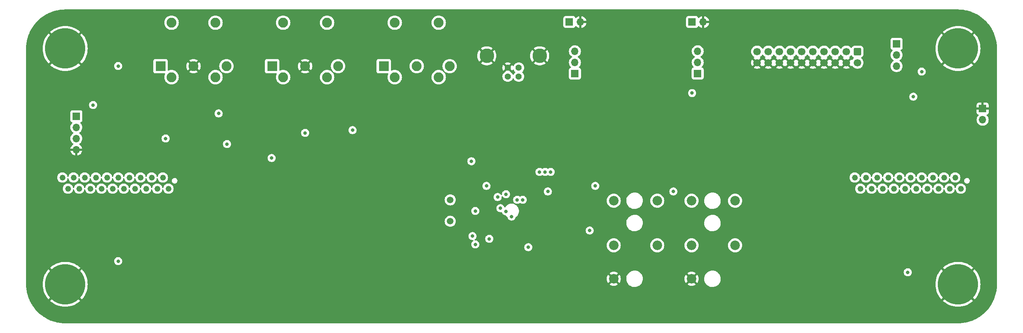
<source format=gbr>
%TF.GenerationSoftware,KiCad,Pcbnew,7.0.1*%
%TF.CreationDate,2023-06-05T15:34:47+02:00*%
%TF.ProjectId,hoatzin,686f6174-7a69-46e2-9e6b-696361645f70,rev?*%
%TF.SameCoordinates,Original*%
%TF.FileFunction,Copper,L2,Inr*%
%TF.FilePolarity,Positive*%
%FSLAX46Y46*%
G04 Gerber Fmt 4.6, Leading zero omitted, Abs format (unit mm)*
G04 Created by KiCad (PCBNEW 7.0.1) date 2023-06-05 15:34:47*
%MOMM*%
%LPD*%
G01*
G04 APERTURE LIST*
G04 Aperture macros list*
%AMRoundRect*
0 Rectangle with rounded corners*
0 $1 Rounding radius*
0 $2 $3 $4 $5 $6 $7 $8 $9 X,Y pos of 4 corners*
0 Add a 4 corners polygon primitive as box body*
4,1,4,$2,$3,$4,$5,$6,$7,$8,$9,$2,$3,0*
0 Add four circle primitives for the rounded corners*
1,1,$1+$1,$2,$3*
1,1,$1+$1,$4,$5*
1,1,$1+$1,$6,$7*
1,1,$1+$1,$8,$9*
0 Add four rect primitives between the rounded corners*
20,1,$1+$1,$2,$3,$4,$5,0*
20,1,$1+$1,$4,$5,$6,$7,0*
20,1,$1+$1,$6,$7,$8,$9,0*
20,1,$1+$1,$8,$9,$2,$3,0*%
G04 Aperture macros list end*
%TA.AperFunction,ComponentPad*%
%ADD10C,3.316000*%
%TD*%
%TA.AperFunction,ComponentPad*%
%ADD11C,1.428000*%
%TD*%
%TA.AperFunction,ComponentPad*%
%ADD12R,1.700000X1.700000*%
%TD*%
%TA.AperFunction,ComponentPad*%
%ADD13O,1.700000X1.700000*%
%TD*%
%TA.AperFunction,ComponentPad*%
%ADD14C,9.200000*%
%TD*%
%TA.AperFunction,ComponentPad*%
%ADD15RoundRect,0.250000X-0.600000X0.600000X-0.600000X-0.600000X0.600000X-0.600000X0.600000X0.600000X0*%
%TD*%
%TA.AperFunction,ComponentPad*%
%ADD16C,1.700000*%
%TD*%
%TA.AperFunction,ComponentPad*%
%ADD17C,1.500000*%
%TD*%
%TA.AperFunction,ComponentPad*%
%ADD18R,2.250000X2.250000*%
%TD*%
%TA.AperFunction,ComponentPad*%
%ADD19C,2.250000*%
%TD*%
%TA.AperFunction,ComponentPad*%
%ADD20C,1.320800*%
%TD*%
%TA.AperFunction,ComponentPad*%
%ADD21C,2.172000*%
%TD*%
%TA.AperFunction,ViaPad*%
%ADD22C,0.800000*%
%TD*%
G04 APERTURE END LIST*
D10*
%TO.N,GND*%
%TO.C,J6*%
X136601000Y-61176000D03*
X148641000Y-61176000D03*
D11*
%TO.N,USB_VBUS*%
X141371000Y-65886000D03*
%TO.N,USB_OTG_FS_D-*%
X143871000Y-65886000D03*
%TO.N,USB_OTG_FS_D+*%
X143871000Y-63886000D03*
%TO.N,GND*%
X141371000Y-63886000D03*
%TD*%
D12*
%TO.N,3.3V_REG*%
%TO.C,J11*%
X184597000Y-65197000D03*
D13*
%TO.N,+3V3*%
X184597000Y-62657000D03*
%TO.N,3.3V_EXT*%
X184597000Y-60117000D03*
%TD*%
D14*
%TO.N,GND*%
%TO.C,H3*%
X40640000Y-113220000D03*
%TD*%
D15*
%TO.N,+3V3*%
%TO.C,J7*%
X220980000Y-60207500D03*
D16*
%TO.N,unconnected-(J7-VCC{slash}NC-Pad2)*%
X220980000Y-62747500D03*
%TO.N,unconnected-(J7-~{TRST}-Pad3)*%
X218440000Y-60207500D03*
%TO.N,GND*%
X218440000Y-62747500D03*
%TO.N,unconnected-(J7-TDI-Pad5)*%
X215900000Y-60207500D03*
%TO.N,GND*%
X215900000Y-62747500D03*
%TO.N,JTMS_SWDIO*%
X213360000Y-60207500D03*
%TO.N,GND*%
X213360000Y-62747500D03*
%TO.N,JTCK_SWCLK*%
X210820000Y-60207500D03*
%TO.N,GND*%
X210820000Y-62747500D03*
%TO.N,unconnected-(J7-RTCK-Pad11)*%
X208280000Y-60207500D03*
%TO.N,GND*%
X208280000Y-62747500D03*
%TO.N,JTDO_SWO*%
X205740000Y-60207500D03*
%TO.N,GND*%
X205740000Y-62747500D03*
%TO.N,NRST*%
X203200000Y-60207500D03*
%TO.N,GND*%
X203200000Y-62747500D03*
%TO.N,unconnected-(J7-DBGRQ{slash}NC-Pad17)*%
X200660000Y-60207500D03*
%TO.N,GND*%
X200660000Y-62747500D03*
%TO.N,unconnected-(J7-DBGACK{slash}NC-Pad19)*%
X198120000Y-60207500D03*
%TO.N,GND*%
X198120000Y-62747500D03*
%TD*%
D17*
%TO.N,Net-(U1-PH0)*%
%TO.C,e1*%
X128270000Y-93979998D03*
%TO.N,Net-(U1-PH1)*%
X128270000Y-98859998D03*
%TD*%
D18*
%TO.N,unconnected-(J4-Pad1)*%
%TO.C,J4*%
X62350000Y-63529000D03*
D19*
%TO.N,GND*%
X69850000Y-63529000D03*
%TO.N,unconnected-(J4-Pad3)*%
X77350000Y-63529000D03*
%TO.N,Net-(J4-Pad4)*%
X64850000Y-66029000D03*
%TO.N,Net-(J4-Pad5)*%
X74850000Y-66029000D03*
%TO.N,N/C*%
X64850000Y-53629000D03*
X74850000Y-53629000D03*
%TD*%
D12*
%TO.N,GND*%
%TO.C,J16*%
X249450000Y-73210000D03*
D13*
%TO.N,NRST*%
X249450000Y-75750000D03*
%TD*%
D14*
%TO.N,GND*%
%TO.C,H1*%
X40640000Y-59500000D03*
%TD*%
D12*
%TO.N,Net-(J10-Pin_1)*%
%TO.C,J10*%
X229870000Y-58435000D03*
D13*
%TO.N,BOOT0*%
X229870000Y-60975000D03*
%TO.N,Net-(J10-Pin_3)*%
X229870000Y-63515000D03*
%TD*%
D14*
%TO.N,GND*%
%TO.C,H2*%
X243840000Y-113220000D03*
%TD*%
D12*
%TO.N,USB_VBUS*%
%TO.C,J14*%
X156657000Y-65212000D03*
D13*
%TO.N,+5V*%
X156657000Y-62672000D03*
%TO.N,5V_EXT*%
X156657000Y-60132000D03*
%TD*%
D12*
%TO.N,3.3V_EXT*%
%TO.C,J13*%
X183327000Y-53462000D03*
D13*
%TO.N,GND*%
X185867000Y-53462000D03*
%TD*%
D14*
%TO.N,GND*%
%TO.C,H4*%
X243840000Y-59500000D03*
%TD*%
D18*
%TO.N,unconnected-(J3-Pad1)*%
%TO.C,J3*%
X113150000Y-63529000D03*
D19*
%TO.N,unconnected-(J3-Pad2)*%
X120650000Y-63529000D03*
%TO.N,unconnected-(J3-Pad3)*%
X128150000Y-63529000D03*
%TO.N,Net-(J3-Pad4)*%
X115650000Y-66029000D03*
%TO.N,Net-(D1-A)*%
X125650000Y-66029000D03*
%TO.N,N/C*%
X115650000Y-53629000D03*
X125650000Y-53629000D03*
%TD*%
D12*
%TO.N,5V_EXT*%
%TO.C,J12*%
X155387000Y-53462000D03*
D13*
%TO.N,GND*%
X157927000Y-53462000D03*
%TD*%
D18*
%TO.N,unconnected-(J5-Pad1)*%
%TO.C,J5*%
X87750000Y-63529000D03*
D19*
%TO.N,GND*%
X95250000Y-63529000D03*
%TO.N,unconnected-(J5-Pad3)*%
X102750000Y-63529000D03*
%TO.N,Net-(J5-Pad4)*%
X90250000Y-66029000D03*
%TO.N,Net-(J5-Pad5)*%
X100250000Y-66029000D03*
%TO.N,N/C*%
X90250000Y-53629000D03*
X100250000Y-53629000D03*
%TD*%
D20*
%TO.N,K_R_MK5*%
%TO.C,J2*%
X220345000Y-88900000D03*
%TO.N,K_R_T0*%
X221615000Y-91440000D03*
%TO.N,K_R_BR5*%
X222885000Y-88900000D03*
%TO.N,K_R_T1*%
X224155000Y-91440000D03*
%TO.N,K_R_MK6*%
X225425000Y-88900000D03*
%TO.N,K_R_T2*%
X226695000Y-91440000D03*
%TO.N,K_R_BR6*%
X227965000Y-88900000D03*
%TO.N,K_R_T3*%
X229235000Y-91440000D03*
%TO.N,K_R_MK7*%
X230505000Y-88900000D03*
%TO.N,K_R_T4*%
X231775000Y-91440000D03*
%TO.N,K_R_BR7*%
X233045000Y-88900000D03*
%TO.N,K_R_T5*%
X234315000Y-91440000D03*
%TO.N,K_R_MK8*%
X235585000Y-88900000D03*
%TO.N,K_R_T6*%
X236855000Y-91440000D03*
%TO.N,K_R_BR8*%
X238125000Y-88900000D03*
%TO.N,K_R_T7*%
X239395000Y-91440000D03*
%TO.N,K_R_MK9*%
X240665000Y-88900000D03*
%TO.N,K_R_BR10*%
X241935000Y-91440000D03*
%TO.N,K_R_BR9*%
X243205000Y-88900000D03*
%TO.N,K_R_MK10*%
X244475000Y-91440000D03*
%TD*%
D21*
%TO.N,unconnected-(J9-RING-PadR1)*%
%TO.C,J9*%
X183210000Y-104343000D03*
%TO.N,unconnected-(J9-RING_SWITCH-PadRB1)*%
X193116000Y-104343000D03*
%TO.N,GND*%
X183210000Y-111963000D03*
%TO.N,TRS2_T*%
X183210000Y-94183000D03*
%TO.N,unconnected-(J9-TIP_SWITCH-PadTB1)*%
X193116000Y-94183000D03*
%TD*%
%TO.N,TRS1_R*%
%TO.C,J8*%
X165490000Y-104343000D03*
%TO.N,unconnected-(J8-RING_SWITCH-PadRB1)*%
X175396000Y-104343000D03*
%TO.N,GND*%
X165490000Y-111963000D03*
%TO.N,TRS1_T*%
X165490000Y-94183000D03*
%TO.N,unconnected-(J8-TIP_SWITCH-PadTB1)*%
X175396000Y-94183000D03*
%TD*%
D12*
%TO.N,Aftertouch*%
%TO.C,J15*%
X43180000Y-74930000D03*
D13*
%TO.N,unconnected-(J15-Pin_2-Pad2)*%
X43180000Y-77470000D03*
%TO.N,unconnected-(J15-Pin_3-Pad3)*%
X43180000Y-80010000D03*
%TO.N,GND*%
X43180000Y-82550000D03*
%TD*%
D20*
%TO.N,K_L_MK0*%
%TO.C,J1*%
X40005000Y-88900000D03*
%TO.N,K_L_T0*%
X41275000Y-91440000D03*
%TO.N,K_L_BR0*%
X42545000Y-88900000D03*
%TO.N,K_L_T1*%
X43815000Y-91440000D03*
%TO.N,K_L_MK1*%
X45085000Y-88900000D03*
%TO.N,K_L_T2*%
X46355000Y-91440000D03*
%TO.N,K_L_BR1*%
X47625000Y-88900000D03*
%TO.N,K_L_T3*%
X48895000Y-91440000D03*
%TO.N,K_L_MK2*%
X50165000Y-88900000D03*
%TO.N,K_L_T4*%
X51435000Y-91440000D03*
%TO.N,K_L_BR2*%
X52705000Y-88900000D03*
%TO.N,K_L_T5*%
X53975000Y-91440000D03*
%TO.N,K_L_MK3*%
X55245000Y-88900000D03*
%TO.N,K_L_T6*%
X56515000Y-91440000D03*
%TO.N,K_L_BR3*%
X57785000Y-88900000D03*
%TO.N,K_L_T7*%
X59055000Y-91440000D03*
%TO.N,K_L_MK4*%
X60325000Y-88900000D03*
%TO.N,unconnected-(J1-Pad18)*%
X61595000Y-91440000D03*
%TO.N,K_L_BR4*%
X62865000Y-88900000D03*
%TO.N,unconnected-(J1-Pad20)*%
X64135000Y-91440000D03*
%TD*%
D22*
%TO.N,GND*%
X87822000Y-79183000D03*
X149860000Y-93980000D03*
X176342000Y-60132000D03*
X120015000Y-92710000D03*
X175072000Y-70292000D03*
X158750000Y-94615000D03*
X158750000Y-104140000D03*
X146050000Y-99060000D03*
X140970000Y-99695000D03*
X180787000Y-66482000D03*
X136525000Y-88900000D03*
X169992000Y-63307000D03*
X116840000Y-80010000D03*
%TO.N,+5V*%
X106045000Y-78105000D03*
X95250000Y-78740000D03*
X75565000Y-74295000D03*
X63500000Y-80010000D03*
%TO.N,JTMS_SWDIO*%
X151130000Y-87630000D03*
%TO.N,JTCK_SWCLK*%
X148590000Y-87630000D03*
%TO.N,JTDO_SWO*%
X149860000Y-87630000D03*
%TO.N,NRST*%
X139065000Y-93345000D03*
%TO.N,TRS1_R*%
X140970000Y-96609500D03*
%TO.N,TRS1_T*%
X139700000Y-95885000D03*
%TO.N,TRS2_T*%
X142240000Y-97790000D03*
%TO.N,+3V3*%
X161290000Y-90805000D03*
X233680000Y-70485000D03*
X52705000Y-107950000D03*
X150495000Y-92075000D03*
X46990000Y-72390000D03*
X146050000Y-104775000D03*
X235585000Y-64770000D03*
X232410000Y-110490000D03*
X160020000Y-100965000D03*
X87630000Y-84455000D03*
X179070000Y-92075000D03*
X136525000Y-90805000D03*
X133985000Y-104140000D03*
X183327000Y-69657000D03*
X52705000Y-63500000D03*
%TO.N,MIDI_UART_RX*%
X133096000Y-85185980D03*
X137160000Y-102870000D03*
%TO.N,USB_OTG_FS_D+*%
X144780000Y-93980000D03*
%TO.N,USB_OTG_FS_D-*%
X143510000Y-93980000D03*
%TO.N,MIDI_UART_TX*%
X133350000Y-102235000D03*
X77470000Y-81280000D03*
%TO.N,BOOT0*%
X140970000Y-92710000D03*
%TO.N,Aftertouch*%
X133985000Y-96520000D03*
%TD*%
%TA.AperFunction,Conductor*%
%TO.N,GND*%
G36*
X243842046Y-50610567D02*
G01*
X243847949Y-50610760D01*
X244191458Y-50622005D01*
X244422510Y-50629899D01*
X244430513Y-50630430D01*
X244747743Y-50661674D01*
X245013985Y-50689045D01*
X245021569Y-50690060D01*
X245329162Y-50740844D01*
X245329252Y-50740859D01*
X245600197Y-50787575D01*
X245607327Y-50789020D01*
X245905010Y-50858430D01*
X245907527Y-50859017D01*
X245908584Y-50859268D01*
X246178485Y-50925041D01*
X246185143Y-50926862D01*
X246478526Y-51015859D01*
X246480062Y-51016335D01*
X246746190Y-51100800D01*
X246752427Y-51102962D01*
X247038455Y-51210615D01*
X247040262Y-51211312D01*
X247300941Y-51314110D01*
X247306661Y-51316532D01*
X247584377Y-51442363D01*
X247586468Y-51443335D01*
X247840136Y-51563974D01*
X247845413Y-51566637D01*
X248113909Y-51710151D01*
X248116173Y-51711392D01*
X248361412Y-51849283D01*
X248366195Y-51852113D01*
X248624403Y-52012677D01*
X248626961Y-52014311D01*
X248862475Y-52168784D01*
X248866742Y-52171711D01*
X248974235Y-52248739D01*
X249113679Y-52348663D01*
X249116420Y-52350684D01*
X249341030Y-52521010D01*
X249344796Y-52523981D01*
X249517705Y-52665884D01*
X249579563Y-52716650D01*
X249582436Y-52719081D01*
X249794948Y-52904382D01*
X249798226Y-52907343D01*
X249905341Y-53007667D01*
X250019876Y-53114941D01*
X250022838Y-53117809D01*
X250222189Y-53317160D01*
X250225057Y-53320122D01*
X250432651Y-53541768D01*
X250435623Y-53545057D01*
X250508817Y-53629000D01*
X250620917Y-53757562D01*
X250623348Y-53760435D01*
X250701671Y-53855871D01*
X250816007Y-53995190D01*
X250818988Y-53998968D01*
X250989314Y-54223578D01*
X250991335Y-54226319D01*
X251168281Y-54473247D01*
X251171221Y-54477534D01*
X251325681Y-54713027D01*
X251327321Y-54715595D01*
X251487885Y-54973803D01*
X251490715Y-54978586D01*
X251628580Y-55223778D01*
X251629873Y-55226136D01*
X251773359Y-55494581D01*
X251776024Y-55499862D01*
X251896663Y-55753530D01*
X251897645Y-55755644D01*
X252023451Y-56033302D01*
X252025897Y-56039080D01*
X252128686Y-56299736D01*
X252129395Y-56301575D01*
X252237031Y-56587557D01*
X252239203Y-56593824D01*
X252323661Y-56859931D01*
X252324139Y-56861472D01*
X252413129Y-57154829D01*
X252414973Y-57161573D01*
X252480691Y-57431251D01*
X252480981Y-57432471D01*
X252550971Y-57732638D01*
X252552431Y-57739841D01*
X252599082Y-58010412D01*
X252599231Y-58011296D01*
X252649934Y-58318402D01*
X252650956Y-58326042D01*
X252678306Y-58592089D01*
X252678360Y-58592624D01*
X252709566Y-58909462D01*
X252710100Y-58917510D01*
X252718014Y-59149166D01*
X252718020Y-59149345D01*
X252729433Y-59497954D01*
X252729500Y-59502077D01*
X252729500Y-113217923D01*
X252729433Y-113222046D01*
X252718020Y-113570654D01*
X252718014Y-113570833D01*
X252710100Y-113802488D01*
X252709566Y-113810536D01*
X252678360Y-114127374D01*
X252678306Y-114127909D01*
X252650956Y-114393956D01*
X252649934Y-114401596D01*
X252599231Y-114708702D01*
X252599082Y-114709586D01*
X252552431Y-114980157D01*
X252550971Y-114987360D01*
X252480981Y-115287527D01*
X252480691Y-115288747D01*
X252414973Y-115558425D01*
X252413129Y-115565169D01*
X252324139Y-115858526D01*
X252323661Y-115860067D01*
X252239203Y-116126174D01*
X252237031Y-116132441D01*
X252129395Y-116418423D01*
X252128686Y-116420262D01*
X252025897Y-116680918D01*
X252023451Y-116686696D01*
X251897645Y-116964354D01*
X251896663Y-116966468D01*
X251776024Y-117220136D01*
X251773359Y-117225417D01*
X251629873Y-117493862D01*
X251628580Y-117496220D01*
X251490715Y-117741412D01*
X251487885Y-117746195D01*
X251327321Y-118004403D01*
X251325681Y-118006971D01*
X251171221Y-118242464D01*
X251168281Y-118246751D01*
X250991335Y-118493679D01*
X250989314Y-118496420D01*
X250818988Y-118721030D01*
X250815989Y-118724831D01*
X250623348Y-118959563D01*
X250620917Y-118962436D01*
X250435639Y-119174923D01*
X250432634Y-119178249D01*
X250225057Y-119399876D01*
X250222189Y-119402838D01*
X250022838Y-119602189D01*
X250019876Y-119605057D01*
X249798249Y-119812634D01*
X249794923Y-119815639D01*
X249582436Y-120000917D01*
X249579563Y-120003348D01*
X249344831Y-120195989D01*
X249341030Y-120198988D01*
X249116420Y-120369314D01*
X249113679Y-120371335D01*
X248866751Y-120548281D01*
X248862464Y-120551221D01*
X248626971Y-120705681D01*
X248624403Y-120707321D01*
X248366195Y-120867885D01*
X248361412Y-120870715D01*
X248116220Y-121008580D01*
X248113862Y-121009873D01*
X247845417Y-121153359D01*
X247840136Y-121156024D01*
X247586468Y-121276663D01*
X247584354Y-121277645D01*
X247306696Y-121403451D01*
X247300918Y-121405897D01*
X247040262Y-121508686D01*
X247038423Y-121509395D01*
X246752441Y-121617031D01*
X246746174Y-121619203D01*
X246480067Y-121703661D01*
X246478526Y-121704139D01*
X246185169Y-121793129D01*
X246178425Y-121794973D01*
X245908747Y-121860691D01*
X245907527Y-121860981D01*
X245607360Y-121930971D01*
X245600157Y-121932431D01*
X245329586Y-121979082D01*
X245328702Y-121979231D01*
X245021596Y-122029934D01*
X245013956Y-122030956D01*
X244747909Y-122058306D01*
X244747374Y-122058360D01*
X244430536Y-122089566D01*
X244422488Y-122090100D01*
X244190931Y-122098010D01*
X244190752Y-122098016D01*
X243842046Y-122109433D01*
X243837923Y-122109500D01*
X40642077Y-122109500D01*
X40637954Y-122109433D01*
X40289246Y-122098016D01*
X40289067Y-122098010D01*
X40057510Y-122090100D01*
X40049462Y-122089566D01*
X39732624Y-122058360D01*
X39732089Y-122058306D01*
X39466042Y-122030956D01*
X39458402Y-122029934D01*
X39151296Y-121979231D01*
X39150412Y-121979082D01*
X38879841Y-121932431D01*
X38872638Y-121930971D01*
X38572471Y-121860981D01*
X38571251Y-121860691D01*
X38396336Y-121818065D01*
X38301563Y-121794970D01*
X38294829Y-121793129D01*
X38001472Y-121704139D01*
X37999931Y-121703661D01*
X37733824Y-121619203D01*
X37727557Y-121617031D01*
X37441575Y-121509395D01*
X37439736Y-121508686D01*
X37179080Y-121405897D01*
X37173302Y-121403451D01*
X36895644Y-121277645D01*
X36893530Y-121276663D01*
X36639862Y-121156024D01*
X36634581Y-121153359D01*
X36366136Y-121009873D01*
X36363778Y-121008580D01*
X36118586Y-120870715D01*
X36113803Y-120867885D01*
X35855595Y-120707321D01*
X35853027Y-120705681D01*
X35617534Y-120551221D01*
X35613247Y-120548281D01*
X35366319Y-120371335D01*
X35363578Y-120369314D01*
X35138968Y-120198988D01*
X35135190Y-120196007D01*
X34995871Y-120081671D01*
X34900435Y-120003348D01*
X34897562Y-120000917D01*
X34801895Y-119917501D01*
X34685057Y-119815623D01*
X34681768Y-119812651D01*
X34460122Y-119605057D01*
X34457160Y-119602189D01*
X34257809Y-119402838D01*
X34254941Y-119399876D01*
X34047343Y-119178226D01*
X34044382Y-119174948D01*
X33859081Y-118962436D01*
X33856650Y-118959563D01*
X33834318Y-118932352D01*
X33663981Y-118724796D01*
X33661010Y-118721030D01*
X33490684Y-118496420D01*
X33488663Y-118493679D01*
X33311711Y-118246742D01*
X33308777Y-118242464D01*
X33165829Y-118024523D01*
X33154311Y-118006961D01*
X33152677Y-118004403D01*
X32992113Y-117746195D01*
X32989283Y-117741412D01*
X32936689Y-117647874D01*
X32851392Y-117496173D01*
X32850151Y-117493909D01*
X32706637Y-117225413D01*
X32703974Y-117220136D01*
X32602661Y-117007104D01*
X37212103Y-117007104D01*
X37353514Y-117136683D01*
X37707386Y-117408218D01*
X38083570Y-117647874D01*
X38479202Y-117853827D01*
X38891301Y-118024523D01*
X39316694Y-118158649D01*
X39752156Y-118255189D01*
X40194383Y-118313409D01*
X40640000Y-118332866D01*
X41085616Y-118313409D01*
X41527843Y-118255189D01*
X41963305Y-118158649D01*
X42388698Y-118024523D01*
X42800797Y-117853827D01*
X43196429Y-117647874D01*
X43572613Y-117408219D01*
X43926493Y-117136677D01*
X44067894Y-117007105D01*
X44067895Y-117007104D01*
X240412103Y-117007104D01*
X240553514Y-117136683D01*
X240907386Y-117408218D01*
X241283570Y-117647874D01*
X241679202Y-117853827D01*
X242091301Y-118024523D01*
X242516694Y-118158649D01*
X242952156Y-118255189D01*
X243394383Y-118313409D01*
X243840000Y-118332866D01*
X244285616Y-118313409D01*
X244727843Y-118255189D01*
X245163305Y-118158649D01*
X245588698Y-118024523D01*
X246000797Y-117853827D01*
X246396429Y-117647874D01*
X246772613Y-117408219D01*
X247126493Y-117136677D01*
X247267894Y-117007105D01*
X247267895Y-117007104D01*
X243840001Y-113579210D01*
X243839999Y-113579210D01*
X240412103Y-117007104D01*
X44067895Y-117007104D01*
X40640001Y-113579210D01*
X40639999Y-113579210D01*
X37212103Y-117007104D01*
X32602661Y-117007104D01*
X32583335Y-116966468D01*
X32582353Y-116964354D01*
X32456532Y-116686661D01*
X32454110Y-116680941D01*
X32351312Y-116420262D01*
X32350603Y-116418423D01*
X32326114Y-116353357D01*
X32242962Y-116132427D01*
X32240795Y-116126174D01*
X32156337Y-115860067D01*
X32155859Y-115858526D01*
X32130955Y-115776429D01*
X32066862Y-115565143D01*
X32065041Y-115558485D01*
X31999268Y-115288584D01*
X31999017Y-115287527D01*
X31987913Y-115239903D01*
X31929020Y-114987327D01*
X31927575Y-114980197D01*
X31880859Y-114709252D01*
X31880853Y-114709219D01*
X31830060Y-114401569D01*
X31829045Y-114393985D01*
X31801652Y-114127517D01*
X31770430Y-113810513D01*
X31769899Y-113802508D01*
X31761979Y-113570654D01*
X31761693Y-113561928D01*
X31750566Y-113222046D01*
X31750533Y-113220000D01*
X35527133Y-113220000D01*
X35546590Y-113665616D01*
X35604810Y-114107843D01*
X35701350Y-114543305D01*
X35835476Y-114968698D01*
X36006172Y-115380797D01*
X36212125Y-115776429D01*
X36451781Y-116152613D01*
X36723316Y-116506485D01*
X36852894Y-116647895D01*
X40280790Y-113220001D01*
X40999210Y-113220001D01*
X44427104Y-116647895D01*
X44427105Y-116647894D01*
X44556677Y-116506493D01*
X44828219Y-116152613D01*
X45067874Y-115776429D01*
X45273827Y-115380797D01*
X45444523Y-114968698D01*
X45578649Y-114543305D01*
X45675189Y-114107843D01*
X45733409Y-113665616D01*
X45751179Y-113258641D01*
X164553568Y-113258641D01*
X164764102Y-113387656D01*
X164995902Y-113483671D01*
X165239871Y-113542243D01*
X165490000Y-113561928D01*
X165740128Y-113542243D01*
X165984097Y-113483671D01*
X166215897Y-113387656D01*
X166426430Y-113258642D01*
X166426430Y-113258640D01*
X165490001Y-112322210D01*
X165489999Y-112322210D01*
X164553568Y-113258640D01*
X164553568Y-113258641D01*
X45751179Y-113258641D01*
X45752866Y-113220000D01*
X45733409Y-112774383D01*
X45675189Y-112332156D01*
X45593349Y-111963000D01*
X163891071Y-111963000D01*
X163910756Y-112213128D01*
X163969328Y-112457097D01*
X164065344Y-112688899D01*
X164194356Y-112899430D01*
X164194358Y-112899430D01*
X165130789Y-111963001D01*
X165849210Y-111963001D01*
X166785640Y-112899430D01*
X166785642Y-112899430D01*
X166914656Y-112688897D01*
X167010671Y-112457097D01*
X167069243Y-112213128D01*
X167083521Y-112031703D01*
X168360136Y-112031703D01*
X168390172Y-112304677D01*
X168459635Y-112570375D01*
X168567043Y-112823131D01*
X168710105Y-113057545D01*
X168845303Y-113220001D01*
X168885777Y-113268635D01*
X169090310Y-113451898D01*
X169282742Y-113579210D01*
X169319352Y-113603431D01*
X169568000Y-113719992D01*
X169568001Y-113719992D01*
X169568007Y-113719995D01*
X169830988Y-113799114D01*
X169830991Y-113799114D01*
X169830993Y-113799115D01*
X170102685Y-113839100D01*
X170102687Y-113839100D01*
X170308561Y-113839100D01*
X170308562Y-113839100D01*
X170513893Y-113824072D01*
X170781948Y-113764360D01*
X171038453Y-113666255D01*
X171150393Y-113603431D01*
X171277942Y-113531847D01*
X171362141Y-113466829D01*
X171495305Y-113364004D01*
X171596888Y-113258641D01*
X182273568Y-113258641D01*
X182484102Y-113387656D01*
X182715902Y-113483671D01*
X182959871Y-113542243D01*
X183210000Y-113561928D01*
X183460128Y-113542243D01*
X183704097Y-113483671D01*
X183935897Y-113387656D01*
X184146430Y-113258642D01*
X184146430Y-113258640D01*
X183210001Y-112322210D01*
X183209999Y-112322210D01*
X182273568Y-113258640D01*
X182273568Y-113258641D01*
X171596888Y-113258641D01*
X171685916Y-113166300D01*
X171845709Y-112942950D01*
X171971280Y-112698714D01*
X172059951Y-112438798D01*
X172109833Y-112168740D01*
X172117352Y-111963000D01*
X181611071Y-111963000D01*
X181630756Y-112213128D01*
X181689328Y-112457097D01*
X181785344Y-112688899D01*
X181914356Y-112899430D01*
X181914358Y-112899430D01*
X182850789Y-111963001D01*
X183569210Y-111963001D01*
X184505640Y-112899430D01*
X184505642Y-112899430D01*
X184634656Y-112688897D01*
X184730671Y-112457097D01*
X184789243Y-112213128D01*
X184803521Y-112031703D01*
X186080136Y-112031703D01*
X186110172Y-112304677D01*
X186179635Y-112570375D01*
X186287043Y-112823131D01*
X186430105Y-113057545D01*
X186565303Y-113220001D01*
X186605777Y-113268635D01*
X186810310Y-113451898D01*
X187002742Y-113579210D01*
X187039352Y-113603431D01*
X187288000Y-113719992D01*
X187288001Y-113719992D01*
X187288007Y-113719995D01*
X187550988Y-113799114D01*
X187550991Y-113799114D01*
X187550993Y-113799115D01*
X187822685Y-113839100D01*
X187822687Y-113839100D01*
X188028561Y-113839100D01*
X188028562Y-113839100D01*
X188233893Y-113824072D01*
X188501948Y-113764360D01*
X188758453Y-113666255D01*
X188870393Y-113603431D01*
X188997942Y-113531847D01*
X189082141Y-113466829D01*
X189215305Y-113364004D01*
X189354143Y-113220000D01*
X238727133Y-113220000D01*
X238746590Y-113665616D01*
X238804810Y-114107843D01*
X238901350Y-114543305D01*
X239035476Y-114968698D01*
X239206172Y-115380797D01*
X239412125Y-115776429D01*
X239651781Y-116152613D01*
X239923316Y-116506485D01*
X240052894Y-116647895D01*
X243480790Y-113220001D01*
X244199210Y-113220001D01*
X247627104Y-116647895D01*
X247627105Y-116647894D01*
X247756677Y-116506493D01*
X248028219Y-116152613D01*
X248267874Y-115776429D01*
X248473827Y-115380797D01*
X248644523Y-114968698D01*
X248778649Y-114543305D01*
X248875189Y-114107843D01*
X248933409Y-113665616D01*
X248952866Y-113220000D01*
X248933409Y-112774383D01*
X248875189Y-112332156D01*
X248778649Y-111896694D01*
X248644523Y-111471301D01*
X248473827Y-111059202D01*
X248267874Y-110663570D01*
X248028218Y-110287386D01*
X247756683Y-109933514D01*
X247627104Y-109792103D01*
X244199210Y-113219999D01*
X244199210Y-113220001D01*
X243480790Y-113220001D01*
X243480790Y-113219999D01*
X240052894Y-109792103D01*
X240052893Y-109792104D01*
X239923321Y-109933507D01*
X239651781Y-110287386D01*
X239412125Y-110663570D01*
X239206172Y-111059202D01*
X239035476Y-111471301D01*
X238901350Y-111896694D01*
X238804810Y-112332156D01*
X238746590Y-112774383D01*
X238727133Y-113220000D01*
X189354143Y-113220000D01*
X189405916Y-113166300D01*
X189565709Y-112942950D01*
X189691280Y-112698714D01*
X189779951Y-112438798D01*
X189829833Y-112168740D01*
X189839863Y-111894298D01*
X189809827Y-111621320D01*
X189740365Y-111355624D01*
X189632958Y-111102873D01*
X189632956Y-111102868D01*
X189489894Y-110868454D01*
X189322539Y-110667358D01*
X189314223Y-110657365D01*
X189127432Y-110489999D01*
X231496496Y-110489999D01*
X231516458Y-110679929D01*
X231575472Y-110861556D01*
X231670958Y-111026942D01*
X231670960Y-111026944D01*
X231798747Y-111168866D01*
X231953248Y-111281118D01*
X232127712Y-111358794D01*
X232314513Y-111398500D01*
X232505485Y-111398500D01*
X232505487Y-111398500D01*
X232692288Y-111358794D01*
X232866752Y-111281118D01*
X233021253Y-111168866D01*
X233149040Y-111026944D01*
X233244527Y-110861556D01*
X233303542Y-110679928D01*
X233323504Y-110490000D01*
X233303542Y-110300072D01*
X233272931Y-110205862D01*
X233244527Y-110118443D01*
X233149041Y-109953057D01*
X233021252Y-109811133D01*
X232866753Y-109698883D01*
X232866752Y-109698882D01*
X232692288Y-109621206D01*
X232505487Y-109581500D01*
X232314513Y-109581500D01*
X232189978Y-109607970D01*
X232127711Y-109621206D01*
X231953246Y-109698883D01*
X231798747Y-109811133D01*
X231670958Y-109953057D01*
X231575472Y-110118443D01*
X231516458Y-110300070D01*
X231496496Y-110489999D01*
X189127432Y-110489999D01*
X189109690Y-110474102D01*
X188880653Y-110322572D01*
X188880647Y-110322568D01*
X188631999Y-110206007D01*
X188631994Y-110206005D01*
X188631993Y-110206005D01*
X188484526Y-110161639D01*
X188369006Y-110126884D01*
X188097315Y-110086900D01*
X188097313Y-110086900D01*
X187891438Y-110086900D01*
X187850371Y-110089905D01*
X187686103Y-110101928D01*
X187418053Y-110161639D01*
X187161546Y-110259744D01*
X186922057Y-110394152D01*
X186704699Y-110561992D01*
X186514082Y-110759702D01*
X186354290Y-110983051D01*
X186228718Y-111227289D01*
X186140049Y-111487200D01*
X186090167Y-111757258D01*
X186080136Y-112031703D01*
X184803521Y-112031703D01*
X184808928Y-111963000D01*
X184789243Y-111712871D01*
X184730671Y-111468902D01*
X184634656Y-111237102D01*
X184505641Y-111026568D01*
X184505640Y-111026568D01*
X183569210Y-111962999D01*
X183569210Y-111963001D01*
X182850789Y-111963001D01*
X182850789Y-111962999D01*
X181914358Y-111026568D01*
X181914356Y-111026568D01*
X181785344Y-111237099D01*
X181689328Y-111468902D01*
X181630756Y-111712871D01*
X181611071Y-111963000D01*
X172117352Y-111963000D01*
X172119863Y-111894298D01*
X172089827Y-111621320D01*
X172020365Y-111355624D01*
X171912958Y-111102873D01*
X171912956Y-111102868D01*
X171769894Y-110868454D01*
X171602539Y-110667358D01*
X182273568Y-110667358D01*
X183209999Y-111603789D01*
X183210001Y-111603789D01*
X184146430Y-110667358D01*
X184146430Y-110667356D01*
X183935899Y-110538344D01*
X183704097Y-110442328D01*
X183460128Y-110383756D01*
X183210000Y-110364071D01*
X182959871Y-110383756D01*
X182715902Y-110442328D01*
X182484099Y-110538344D01*
X182273568Y-110667356D01*
X182273568Y-110667358D01*
X171602539Y-110667358D01*
X171594223Y-110657365D01*
X171389690Y-110474102D01*
X171160653Y-110322572D01*
X171160647Y-110322568D01*
X170911999Y-110206007D01*
X170911994Y-110206005D01*
X170911993Y-110206005D01*
X170764526Y-110161639D01*
X170649006Y-110126884D01*
X170377315Y-110086900D01*
X170377313Y-110086900D01*
X170171438Y-110086900D01*
X170130371Y-110089905D01*
X169966103Y-110101928D01*
X169698053Y-110161639D01*
X169441546Y-110259744D01*
X169202057Y-110394152D01*
X168984699Y-110561992D01*
X168794082Y-110759702D01*
X168634290Y-110983051D01*
X168508718Y-111227289D01*
X168420049Y-111487200D01*
X168370167Y-111757258D01*
X168360136Y-112031703D01*
X167083521Y-112031703D01*
X167088928Y-111963000D01*
X167069243Y-111712871D01*
X167010671Y-111468902D01*
X166914656Y-111237102D01*
X166785641Y-111026568D01*
X166785640Y-111026568D01*
X165849210Y-111962999D01*
X165849210Y-111963001D01*
X165130789Y-111963001D01*
X165130789Y-111962999D01*
X164194358Y-111026568D01*
X164194356Y-111026568D01*
X164065344Y-111237099D01*
X163969328Y-111468902D01*
X163910756Y-111712871D01*
X163891071Y-111963000D01*
X45593349Y-111963000D01*
X45578649Y-111896694D01*
X45444523Y-111471301D01*
X45273827Y-111059202D01*
X45069846Y-110667358D01*
X164553568Y-110667358D01*
X165489999Y-111603789D01*
X165490001Y-111603789D01*
X166426430Y-110667358D01*
X166426430Y-110667356D01*
X166215899Y-110538344D01*
X165984097Y-110442328D01*
X165740128Y-110383756D01*
X165490000Y-110364071D01*
X165239871Y-110383756D01*
X164995902Y-110442328D01*
X164764099Y-110538344D01*
X164553568Y-110667356D01*
X164553568Y-110667358D01*
X45069846Y-110667358D01*
X45067874Y-110663570D01*
X44828218Y-110287386D01*
X44556683Y-109933514D01*
X44427104Y-109792103D01*
X40999210Y-113219999D01*
X40999210Y-113220001D01*
X40280790Y-113220001D01*
X40280790Y-113219999D01*
X36852894Y-109792103D01*
X36852893Y-109792104D01*
X36723321Y-109933507D01*
X36451781Y-110287386D01*
X36212125Y-110663570D01*
X36006172Y-111059202D01*
X35835476Y-111471301D01*
X35701350Y-111896694D01*
X35604810Y-112332156D01*
X35546590Y-112774383D01*
X35527133Y-113220000D01*
X31750533Y-113220000D01*
X31750500Y-113217924D01*
X31750500Y-109432894D01*
X37212103Y-109432894D01*
X40639999Y-112860790D01*
X40640001Y-112860790D01*
X44067895Y-109432894D01*
X240412103Y-109432894D01*
X243839999Y-112860790D01*
X243840001Y-112860790D01*
X247267895Y-109432894D01*
X247126485Y-109303316D01*
X246772613Y-109031781D01*
X246396429Y-108792125D01*
X246000797Y-108586172D01*
X245588698Y-108415476D01*
X245163305Y-108281350D01*
X244727843Y-108184810D01*
X244285616Y-108126590D01*
X243840000Y-108107133D01*
X243394383Y-108126590D01*
X242952156Y-108184810D01*
X242516694Y-108281350D01*
X242091301Y-108415476D01*
X241679202Y-108586172D01*
X241283570Y-108792125D01*
X240907386Y-109031781D01*
X240553507Y-109303321D01*
X240412104Y-109432893D01*
X240412103Y-109432894D01*
X44067895Y-109432894D01*
X43926485Y-109303316D01*
X43572613Y-109031781D01*
X43196429Y-108792125D01*
X42800797Y-108586172D01*
X42388698Y-108415476D01*
X41963305Y-108281350D01*
X41527843Y-108184810D01*
X41085616Y-108126590D01*
X40640000Y-108107133D01*
X40194383Y-108126590D01*
X39752156Y-108184810D01*
X39316694Y-108281350D01*
X38891301Y-108415476D01*
X38479202Y-108586172D01*
X38083570Y-108792125D01*
X37707386Y-109031781D01*
X37353507Y-109303321D01*
X37212104Y-109432893D01*
X37212103Y-109432894D01*
X31750500Y-109432894D01*
X31750500Y-107949999D01*
X51791496Y-107949999D01*
X51811458Y-108139929D01*
X51870472Y-108321556D01*
X51965958Y-108486942D01*
X51965960Y-108486944D01*
X52093747Y-108628866D01*
X52248248Y-108741118D01*
X52422712Y-108818794D01*
X52609513Y-108858500D01*
X52800485Y-108858500D01*
X52800487Y-108858500D01*
X52987288Y-108818794D01*
X53161752Y-108741118D01*
X53316253Y-108628866D01*
X53444040Y-108486944D01*
X53539527Y-108321556D01*
X53598542Y-108139928D01*
X53618504Y-107950000D01*
X53598542Y-107760072D01*
X53539527Y-107578444D01*
X53539527Y-107578443D01*
X53444041Y-107413057D01*
X53316252Y-107271133D01*
X53161753Y-107158883D01*
X53161752Y-107158882D01*
X52987288Y-107081206D01*
X52800487Y-107041500D01*
X52609513Y-107041500D01*
X52484978Y-107067970D01*
X52422711Y-107081206D01*
X52248246Y-107158883D01*
X52093747Y-107271133D01*
X51965958Y-107413057D01*
X51870472Y-107578443D01*
X51811458Y-107760070D01*
X51791496Y-107949999D01*
X31750500Y-107949999D01*
X31750500Y-102234999D01*
X132436496Y-102234999D01*
X132456458Y-102424929D01*
X132515472Y-102606556D01*
X132610958Y-102771942D01*
X132610960Y-102771944D01*
X132738747Y-102913866D01*
X132893248Y-103026118D01*
X133067712Y-103103794D01*
X133254513Y-103143500D01*
X133254515Y-103143500D01*
X133423144Y-103143500D01*
X133483845Y-103159085D01*
X133529529Y-103201986D01*
X133548895Y-103261588D01*
X133537152Y-103323148D01*
X133497205Y-103371436D01*
X133373747Y-103461133D01*
X133245958Y-103603057D01*
X133150472Y-103768443D01*
X133091458Y-103950070D01*
X133071496Y-104139999D01*
X133091458Y-104329929D01*
X133150472Y-104511556D01*
X133245958Y-104676942D01*
X133245960Y-104676944D01*
X133373747Y-104818866D01*
X133528248Y-104931118D01*
X133702712Y-105008794D01*
X133889513Y-105048500D01*
X134080485Y-105048500D01*
X134080487Y-105048500D01*
X134267288Y-105008794D01*
X134441752Y-104931118D01*
X134596253Y-104818866D01*
X134635750Y-104775000D01*
X145136496Y-104775000D01*
X145143039Y-104837251D01*
X145156458Y-104964929D01*
X145215472Y-105146556D01*
X145310958Y-105311942D01*
X145310960Y-105311944D01*
X145438747Y-105453866D01*
X145593248Y-105566118D01*
X145767712Y-105643794D01*
X145954513Y-105683500D01*
X146145485Y-105683500D01*
X146145487Y-105683500D01*
X146332288Y-105643794D01*
X146506752Y-105566118D01*
X146661253Y-105453866D01*
X146789040Y-105311944D01*
X146884527Y-105146556D01*
X146943542Y-104964928D01*
X146963504Y-104775000D01*
X146943542Y-104585072D01*
X146884527Y-104403444D01*
X146884527Y-104403443D01*
X146849630Y-104343000D01*
X163890569Y-104343000D01*
X163910260Y-104593206D01*
X163968851Y-104837252D01*
X164064897Y-105069127D01*
X164196033Y-105283123D01*
X164359030Y-105473969D01*
X164549876Y-105636966D01*
X164561018Y-105643794D01*
X164763874Y-105768103D01*
X164995749Y-105864149D01*
X165162692Y-105904228D01*
X165239793Y-105922739D01*
X165258048Y-105924175D01*
X165490000Y-105942431D01*
X165740206Y-105922739D01*
X165984251Y-105864149D01*
X166216126Y-105768103D01*
X166430122Y-105636967D01*
X166620969Y-105473969D01*
X166783967Y-105283122D01*
X166915103Y-105069126D01*
X167011149Y-104837251D01*
X167069739Y-104593206D01*
X167089431Y-104343000D01*
X173796569Y-104343000D01*
X173816260Y-104593206D01*
X173874851Y-104837252D01*
X173970897Y-105069127D01*
X174102033Y-105283123D01*
X174265030Y-105473969D01*
X174455876Y-105636966D01*
X174467018Y-105643794D01*
X174669874Y-105768103D01*
X174901749Y-105864149D01*
X175068692Y-105904228D01*
X175145793Y-105922739D01*
X175164048Y-105924175D01*
X175396000Y-105942431D01*
X175646206Y-105922739D01*
X175890251Y-105864149D01*
X176122126Y-105768103D01*
X176336122Y-105636967D01*
X176526969Y-105473969D01*
X176689967Y-105283122D01*
X176821103Y-105069126D01*
X176917149Y-104837251D01*
X176975739Y-104593206D01*
X176995431Y-104343000D01*
X181610569Y-104343000D01*
X181630260Y-104593206D01*
X181688851Y-104837252D01*
X181784897Y-105069127D01*
X181916033Y-105283123D01*
X182079030Y-105473969D01*
X182269876Y-105636966D01*
X182281018Y-105643794D01*
X182483874Y-105768103D01*
X182715749Y-105864149D01*
X182882692Y-105904228D01*
X182959793Y-105922739D01*
X182978048Y-105924175D01*
X183210000Y-105942431D01*
X183460206Y-105922739D01*
X183704251Y-105864149D01*
X183936126Y-105768103D01*
X184150122Y-105636967D01*
X184340969Y-105473969D01*
X184503967Y-105283122D01*
X184635103Y-105069126D01*
X184731149Y-104837251D01*
X184789739Y-104593206D01*
X184809431Y-104343000D01*
X191516569Y-104343000D01*
X191536260Y-104593206D01*
X191594851Y-104837252D01*
X191690897Y-105069127D01*
X191822033Y-105283123D01*
X191985030Y-105473969D01*
X192175876Y-105636966D01*
X192187018Y-105643794D01*
X192389874Y-105768103D01*
X192621749Y-105864149D01*
X192788692Y-105904228D01*
X192865793Y-105922739D01*
X192884048Y-105924175D01*
X193116000Y-105942431D01*
X193366206Y-105922739D01*
X193610251Y-105864149D01*
X193842126Y-105768103D01*
X194056122Y-105636967D01*
X194246969Y-105473969D01*
X194409967Y-105283122D01*
X194541103Y-105069126D01*
X194637149Y-104837251D01*
X194695739Y-104593206D01*
X194715431Y-104343000D01*
X194695739Y-104092794D01*
X194637149Y-103848749D01*
X194541103Y-103616874D01*
X194532635Y-103603056D01*
X194409966Y-103402876D01*
X194246969Y-103212030D01*
X194056123Y-103049033D01*
X193842127Y-102917897D01*
X193610252Y-102821851D01*
X193366206Y-102763260D01*
X193116000Y-102743569D01*
X192865793Y-102763260D01*
X192621747Y-102821851D01*
X192389872Y-102917897D01*
X192175876Y-103049033D01*
X191985030Y-103212030D01*
X191822033Y-103402876D01*
X191690897Y-103616872D01*
X191594851Y-103848747D01*
X191536260Y-104092793D01*
X191516569Y-104343000D01*
X184809431Y-104343000D01*
X184789739Y-104092794D01*
X184731149Y-103848749D01*
X184635103Y-103616874D01*
X184626635Y-103603056D01*
X184503966Y-103402876D01*
X184340969Y-103212030D01*
X184150123Y-103049033D01*
X183936127Y-102917897D01*
X183704252Y-102821851D01*
X183460206Y-102763260D01*
X183210000Y-102743569D01*
X182959793Y-102763260D01*
X182715747Y-102821851D01*
X182483872Y-102917897D01*
X182269876Y-103049033D01*
X182079030Y-103212030D01*
X181916033Y-103402876D01*
X181784897Y-103616872D01*
X181688851Y-103848747D01*
X181630260Y-104092793D01*
X181610569Y-104343000D01*
X176995431Y-104343000D01*
X176975739Y-104092794D01*
X176917149Y-103848749D01*
X176821103Y-103616874D01*
X176812635Y-103603056D01*
X176689966Y-103402876D01*
X176526969Y-103212030D01*
X176336123Y-103049033D01*
X176122127Y-102917897D01*
X175890252Y-102821851D01*
X175646206Y-102763260D01*
X175396000Y-102743569D01*
X175145793Y-102763260D01*
X174901747Y-102821851D01*
X174669872Y-102917897D01*
X174455876Y-103049033D01*
X174265030Y-103212030D01*
X174102033Y-103402876D01*
X173970897Y-103616872D01*
X173874851Y-103848747D01*
X173816260Y-104092793D01*
X173796569Y-104343000D01*
X167089431Y-104343000D01*
X167069739Y-104092794D01*
X167011149Y-103848749D01*
X166915103Y-103616874D01*
X166906635Y-103603056D01*
X166783966Y-103402876D01*
X166620969Y-103212030D01*
X166430123Y-103049033D01*
X166216127Y-102917897D01*
X165984252Y-102821851D01*
X165740206Y-102763260D01*
X165490000Y-102743569D01*
X165239793Y-102763260D01*
X164995747Y-102821851D01*
X164763872Y-102917897D01*
X164549876Y-103049033D01*
X164359030Y-103212030D01*
X164196033Y-103402876D01*
X164064897Y-103616872D01*
X163968851Y-103848747D01*
X163910260Y-104092793D01*
X163890569Y-104343000D01*
X146849630Y-104343000D01*
X146789041Y-104238057D01*
X146661252Y-104096133D01*
X146506753Y-103983883D01*
X146506752Y-103983882D01*
X146332288Y-103906206D01*
X146145487Y-103866500D01*
X145954513Y-103866500D01*
X145829979Y-103892970D01*
X145767711Y-103906206D01*
X145593246Y-103983883D01*
X145438747Y-104096133D01*
X145310958Y-104238057D01*
X145215472Y-104403443D01*
X145156458Y-104585070D01*
X145156457Y-104585072D01*
X145156458Y-104585072D01*
X145136496Y-104775000D01*
X134635750Y-104775000D01*
X134724040Y-104676944D01*
X134819527Y-104511556D01*
X134878542Y-104329928D01*
X134898504Y-104140000D01*
X134878542Y-103950072D01*
X134845619Y-103848747D01*
X134819527Y-103768443D01*
X134724041Y-103603057D01*
X134596252Y-103461133D01*
X134441753Y-103348883D01*
X134441752Y-103348882D01*
X134267288Y-103271206D01*
X134080487Y-103231500D01*
X133911856Y-103231500D01*
X133851155Y-103215915D01*
X133805471Y-103173014D01*
X133786105Y-103113412D01*
X133797848Y-103051852D01*
X133837795Y-103003564D01*
X133859002Y-102988155D01*
X133961253Y-102913866D01*
X134000750Y-102870000D01*
X136246496Y-102870000D01*
X136251530Y-102917897D01*
X136266458Y-103059929D01*
X136325472Y-103241556D01*
X136420958Y-103406942D01*
X136420960Y-103406944D01*
X136548747Y-103548866D01*
X136703248Y-103661118D01*
X136877712Y-103738794D01*
X137064513Y-103778500D01*
X137255485Y-103778500D01*
X137255487Y-103778500D01*
X137442288Y-103738794D01*
X137616752Y-103661118D01*
X137771253Y-103548866D01*
X137899040Y-103406944D01*
X137994527Y-103241556D01*
X138053542Y-103059928D01*
X138073504Y-102870000D01*
X138053542Y-102680072D01*
X137994527Y-102498444D01*
X137994527Y-102498443D01*
X137899041Y-102333057D01*
X137771252Y-102191133D01*
X137616753Y-102078883D01*
X137616752Y-102078882D01*
X137442288Y-102001206D01*
X137255487Y-101961500D01*
X137064513Y-101961500D01*
X136939979Y-101987970D01*
X136877711Y-102001206D01*
X136703246Y-102078883D01*
X136548747Y-102191133D01*
X136420958Y-102333057D01*
X136325472Y-102498443D01*
X136266458Y-102680070D01*
X136246496Y-102869999D01*
X136246496Y-102870000D01*
X134000750Y-102870000D01*
X134089040Y-102771944D01*
X134184527Y-102606556D01*
X134243542Y-102424928D01*
X134263504Y-102235000D01*
X134243542Y-102045072D01*
X134212931Y-101950862D01*
X134184527Y-101863443D01*
X134089041Y-101698057D01*
X133961252Y-101556133D01*
X133806753Y-101443883D01*
X133806752Y-101443882D01*
X133632288Y-101366206D01*
X133445487Y-101326500D01*
X133254513Y-101326500D01*
X133129978Y-101352970D01*
X133067711Y-101366206D01*
X132893246Y-101443883D01*
X132738747Y-101556133D01*
X132610958Y-101698057D01*
X132515472Y-101863443D01*
X132456458Y-102045070D01*
X132436496Y-102234999D01*
X31750500Y-102234999D01*
X31750500Y-100965000D01*
X159106496Y-100965000D01*
X159126458Y-101154929D01*
X159185472Y-101336556D01*
X159280958Y-101501942D01*
X159280960Y-101501944D01*
X159408747Y-101643866D01*
X159563248Y-101756118D01*
X159737712Y-101833794D01*
X159924513Y-101873500D01*
X160115485Y-101873500D01*
X160115487Y-101873500D01*
X160302288Y-101833794D01*
X160476752Y-101756118D01*
X160631253Y-101643866D01*
X160759040Y-101501944D01*
X160854527Y-101336556D01*
X160913542Y-101154928D01*
X160933504Y-100965000D01*
X160913542Y-100775072D01*
X160882931Y-100680862D01*
X160854527Y-100593443D01*
X160759041Y-100428057D01*
X160631252Y-100286133D01*
X160476753Y-100173883D01*
X160476752Y-100173882D01*
X160302288Y-100096206D01*
X160115487Y-100056500D01*
X159924513Y-100056500D01*
X159799979Y-100082970D01*
X159737711Y-100096206D01*
X159563246Y-100173883D01*
X159408747Y-100286133D01*
X159280958Y-100428057D01*
X159185472Y-100593443D01*
X159126458Y-100775070D01*
X159106496Y-100965000D01*
X31750500Y-100965000D01*
X31750500Y-98859997D01*
X127006693Y-98859997D01*
X127025885Y-99079373D01*
X127082879Y-99292072D01*
X127175943Y-99491651D01*
X127302253Y-99672039D01*
X127457958Y-99827744D01*
X127457961Y-99827746D01*
X127457962Y-99827747D01*
X127638346Y-99954054D01*
X127837924Y-100047118D01*
X127872938Y-100056500D01*
X128050624Y-100104112D01*
X128050625Y-100104112D01*
X128050629Y-100104113D01*
X128270000Y-100123305D01*
X128489371Y-100104113D01*
X128702076Y-100047118D01*
X128901654Y-99954054D01*
X129082038Y-99827747D01*
X129237749Y-99672036D01*
X129364056Y-99491652D01*
X129438641Y-99331703D01*
X168360136Y-99331703D01*
X168390172Y-99604677D01*
X168390173Y-99604680D01*
X168448490Y-99827747D01*
X168459635Y-99870375D01*
X168567043Y-100123131D01*
X168710105Y-100357545D01*
X168885777Y-100568635D01*
X169090310Y-100751898D01*
X169319347Y-100903428D01*
X169319352Y-100903431D01*
X169568000Y-101019992D01*
X169568001Y-101019992D01*
X169568007Y-101019995D01*
X169830988Y-101099114D01*
X169830991Y-101099114D01*
X169830993Y-101099115D01*
X170102685Y-101139100D01*
X170102687Y-101139100D01*
X170308561Y-101139100D01*
X170308562Y-101139100D01*
X170513893Y-101124072D01*
X170781948Y-101064360D01*
X171038453Y-100966255D01*
X171150393Y-100903431D01*
X171277942Y-100831847D01*
X171362141Y-100766829D01*
X171495305Y-100664004D01*
X171685916Y-100466300D01*
X171845709Y-100242950D01*
X171971280Y-99998714D01*
X172059951Y-99738798D01*
X172109833Y-99468740D01*
X172114841Y-99331703D01*
X186080136Y-99331703D01*
X186110172Y-99604677D01*
X186110173Y-99604680D01*
X186168490Y-99827747D01*
X186179635Y-99870375D01*
X186287043Y-100123131D01*
X186430105Y-100357545D01*
X186605777Y-100568635D01*
X186810310Y-100751898D01*
X187039347Y-100903428D01*
X187039352Y-100903431D01*
X187288000Y-101019992D01*
X187288001Y-101019992D01*
X187288007Y-101019995D01*
X187550988Y-101099114D01*
X187550991Y-101099114D01*
X187550993Y-101099115D01*
X187822685Y-101139100D01*
X187822687Y-101139100D01*
X188028561Y-101139100D01*
X188028562Y-101139100D01*
X188233893Y-101124072D01*
X188501948Y-101064360D01*
X188758453Y-100966255D01*
X188870393Y-100903431D01*
X188997942Y-100831847D01*
X189082141Y-100766829D01*
X189215305Y-100664004D01*
X189405916Y-100466300D01*
X189565709Y-100242950D01*
X189691280Y-99998714D01*
X189779951Y-99738798D01*
X189829833Y-99468740D01*
X189839863Y-99194298D01*
X189809827Y-98921320D01*
X189740365Y-98655624D01*
X189632958Y-98402873D01*
X189632956Y-98402868D01*
X189489894Y-98168454D01*
X189333000Y-97979928D01*
X189314223Y-97957365D01*
X189109690Y-97774102D01*
X188880653Y-97622572D01*
X188880647Y-97622568D01*
X188631999Y-97506007D01*
X188631994Y-97506005D01*
X188631993Y-97506005D01*
X188374377Y-97428500D01*
X188369006Y-97426884D01*
X188097315Y-97386900D01*
X188097313Y-97386900D01*
X187891438Y-97386900D01*
X187865574Y-97388793D01*
X187686103Y-97401928D01*
X187418053Y-97461639D01*
X187161546Y-97559744D01*
X186922057Y-97694152D01*
X186704699Y-97861992D01*
X186704695Y-97861995D01*
X186704695Y-97861996D01*
X186651445Y-97917228D01*
X186514082Y-98059702D01*
X186354290Y-98283051D01*
X186228718Y-98527289D01*
X186140049Y-98787200D01*
X186090167Y-99057258D01*
X186080136Y-99331703D01*
X172114841Y-99331703D01*
X172119863Y-99194298D01*
X172089827Y-98921320D01*
X172020365Y-98655624D01*
X171912958Y-98402873D01*
X171912956Y-98402868D01*
X171769894Y-98168454D01*
X171613000Y-97979928D01*
X171594223Y-97957365D01*
X171389690Y-97774102D01*
X171160653Y-97622572D01*
X171160647Y-97622568D01*
X170911999Y-97506007D01*
X170911994Y-97506005D01*
X170911993Y-97506005D01*
X170654377Y-97428500D01*
X170649006Y-97426884D01*
X170377315Y-97386900D01*
X170377313Y-97386900D01*
X170171438Y-97386900D01*
X170145574Y-97388793D01*
X169966103Y-97401928D01*
X169698053Y-97461639D01*
X169441546Y-97559744D01*
X169202057Y-97694152D01*
X168984699Y-97861992D01*
X168984695Y-97861995D01*
X168984695Y-97861996D01*
X168931445Y-97917228D01*
X168794082Y-98059702D01*
X168634290Y-98283051D01*
X168508718Y-98527289D01*
X168420049Y-98787200D01*
X168370167Y-99057258D01*
X168360136Y-99331703D01*
X129438641Y-99331703D01*
X129457120Y-99292074D01*
X129514115Y-99079369D01*
X129533307Y-98859998D01*
X129514115Y-98640627D01*
X129498169Y-98581118D01*
X129457120Y-98427923D01*
X129364056Y-98228345D01*
X129364055Y-98228344D01*
X129237749Y-98047960D01*
X129237748Y-98047959D01*
X129237746Y-98047956D01*
X129082041Y-97892251D01*
X128901653Y-97765941D01*
X128702074Y-97672877D01*
X128489375Y-97615883D01*
X128270000Y-97596691D01*
X128050624Y-97615883D01*
X127837925Y-97672877D01*
X127638347Y-97765941D01*
X127457958Y-97892251D01*
X127302253Y-98047956D01*
X127175943Y-98228345D01*
X127082879Y-98427923D01*
X127025885Y-98640622D01*
X127006693Y-98859997D01*
X31750500Y-98859997D01*
X31750500Y-96520000D01*
X133071496Y-96520000D01*
X133091458Y-96709929D01*
X133150472Y-96891556D01*
X133245958Y-97056942D01*
X133245960Y-97056944D01*
X133373747Y-97198866D01*
X133528248Y-97311118D01*
X133702712Y-97388794D01*
X133889513Y-97428500D01*
X134080485Y-97428500D01*
X134080487Y-97428500D01*
X134267288Y-97388794D01*
X134441752Y-97311118D01*
X134596253Y-97198866D01*
X134724040Y-97056944D01*
X134819527Y-96891556D01*
X134878542Y-96709928D01*
X134898504Y-96520000D01*
X134878542Y-96330072D01*
X134819527Y-96148444D01*
X134819527Y-96148443D01*
X134724041Y-95983057D01*
X134635749Y-95884999D01*
X138786496Y-95884999D01*
X138806458Y-96074929D01*
X138865472Y-96256556D01*
X138960958Y-96421942D01*
X139048800Y-96519500D01*
X139088747Y-96563866D01*
X139243248Y-96676118D01*
X139417712Y-96753794D01*
X139604513Y-96793500D01*
X139795487Y-96793500D01*
X139795488Y-96793500D01*
X139827861Y-96786618D01*
X139945535Y-96761606D01*
X140006460Y-96763733D01*
X140059257Y-96794215D01*
X140091563Y-96845916D01*
X140135472Y-96981056D01*
X140230958Y-97146442D01*
X140230960Y-97146444D01*
X140358747Y-97288366D01*
X140513248Y-97400618D01*
X140687712Y-97478294D01*
X140865246Y-97516030D01*
X140905282Y-97532090D01*
X140937557Y-97560715D01*
X141014454Y-97657141D01*
X141102335Y-97738683D01*
X141197623Y-97827098D01*
X141292413Y-97891724D01*
X141329597Y-97931201D01*
X141341710Y-97967547D01*
X141342366Y-97967334D01*
X141405472Y-98161556D01*
X141500958Y-98326942D01*
X141500960Y-98326944D01*
X141628747Y-98468866D01*
X141783248Y-98581118D01*
X141957712Y-98658794D01*
X142139698Y-98697476D01*
X142191073Y-98721434D01*
X142226748Y-98765488D01*
X142239500Y-98820723D01*
X142239500Y-99020100D01*
X142239615Y-99020381D01*
X142239616Y-99020382D01*
X142239617Y-99020383D01*
X142240000Y-99020541D01*
X142240383Y-99020383D01*
X142240500Y-99020099D01*
X142240500Y-98820723D01*
X142253252Y-98765488D01*
X142288927Y-98721434D01*
X142340301Y-98697476D01*
X142522288Y-98658794D01*
X142696752Y-98581118D01*
X142851253Y-98468866D01*
X142979040Y-98326944D01*
X143074527Y-98161556D01*
X143133542Y-97979928D01*
X143133541Y-97979928D01*
X143137635Y-97967332D01*
X143138291Y-97967545D01*
X143150400Y-97931205D01*
X143187585Y-97891725D01*
X143282376Y-97827098D01*
X143465546Y-97657141D01*
X143621340Y-97461782D01*
X143746277Y-97245385D01*
X143837566Y-97012784D01*
X143893168Y-96769175D01*
X143903067Y-96637083D01*
X143922872Y-96578139D01*
X143968455Y-96535844D01*
X144028715Y-96520500D01*
X144740100Y-96520500D01*
X144740381Y-96520384D01*
X144740381Y-96520383D01*
X144740383Y-96520383D01*
X144740541Y-96520000D01*
X144740383Y-96519617D01*
X144740382Y-96519616D01*
X144740381Y-96519615D01*
X144740100Y-96519500D01*
X144740099Y-96519500D01*
X144028715Y-96519500D01*
X143968455Y-96504156D01*
X143922872Y-96461861D01*
X143903067Y-96402916D01*
X143897608Y-96330072D01*
X143893168Y-96270825D01*
X143837566Y-96027216D01*
X143746277Y-95794615D01*
X143651045Y-95629669D01*
X143621342Y-95578221D01*
X143618004Y-95574035D01*
X143465546Y-95382859D01*
X143282376Y-95212902D01*
X143272449Y-95206134D01*
X143075921Y-95072143D01*
X142850792Y-94963726D01*
X142612023Y-94890077D01*
X142612020Y-94890076D01*
X142364937Y-94852834D01*
X142364934Y-94852834D01*
X142355599Y-94851427D01*
X142355818Y-94849971D01*
X142303500Y-94835953D01*
X142257381Y-94789834D01*
X142240500Y-94726834D01*
X142240500Y-94019900D01*
X142240384Y-94019618D01*
X142240383Y-94019617D01*
X142240000Y-94019459D01*
X142239999Y-94019459D01*
X142239616Y-94019617D01*
X142239615Y-94019618D01*
X142239500Y-94019900D01*
X142239500Y-94726834D01*
X142222619Y-94789834D01*
X142176500Y-94835953D01*
X142124181Y-94849971D01*
X142124401Y-94851427D01*
X142115066Y-94852834D01*
X142115063Y-94852834D01*
X141867980Y-94890076D01*
X141867977Y-94890076D01*
X141867976Y-94890077D01*
X141629207Y-94963726D01*
X141404079Y-95072143D01*
X141197624Y-95212901D01*
X141014453Y-95382859D01*
X140858662Y-95578213D01*
X140806219Y-95669046D01*
X140766827Y-95710994D01*
X140712891Y-95731052D01*
X140655663Y-95725036D01*
X140607077Y-95694203D01*
X140577267Y-95644982D01*
X140534526Y-95513442D01*
X140439041Y-95348057D01*
X140311252Y-95206133D01*
X140234002Y-95150008D01*
X140156752Y-95093882D01*
X139982288Y-95016206D01*
X139795487Y-94976500D01*
X139604513Y-94976500D01*
X139479978Y-95002970D01*
X139417711Y-95016206D01*
X139243246Y-95093883D01*
X139088747Y-95206133D01*
X138960958Y-95348057D01*
X138865472Y-95513443D01*
X138806458Y-95695070D01*
X138786496Y-95884999D01*
X134635749Y-95884999D01*
X134596252Y-95841133D01*
X134458026Y-95740706D01*
X134441752Y-95728882D01*
X134267288Y-95651206D01*
X134080487Y-95611500D01*
X133889513Y-95611500D01*
X133764978Y-95637970D01*
X133702711Y-95651206D01*
X133528246Y-95728883D01*
X133373747Y-95841133D01*
X133245958Y-95983057D01*
X133150472Y-96148443D01*
X133091458Y-96330070D01*
X133071496Y-96520000D01*
X31750500Y-96520000D01*
X31750500Y-93979998D01*
X127006693Y-93979998D01*
X127025885Y-94199373D01*
X127082879Y-94412072D01*
X127175943Y-94611651D01*
X127302253Y-94792039D01*
X127457958Y-94947744D01*
X127457961Y-94947746D01*
X127457962Y-94947747D01*
X127638346Y-95074054D01*
X127837924Y-95167118D01*
X127931707Y-95192247D01*
X128050624Y-95224112D01*
X128050625Y-95224112D01*
X128050629Y-95224113D01*
X128270000Y-95243305D01*
X128489371Y-95224113D01*
X128702076Y-95167118D01*
X128901654Y-95074054D01*
X129082038Y-94947747D01*
X129237749Y-94792036D01*
X129364056Y-94611652D01*
X129457120Y-94412074D01*
X129514115Y-94199369D01*
X129533307Y-93979998D01*
X129514115Y-93760627D01*
X129457120Y-93547922D01*
X129364056Y-93348345D01*
X129361714Y-93345000D01*
X138151496Y-93345000D01*
X138161477Y-93439964D01*
X138171458Y-93534929D01*
X138230472Y-93716556D01*
X138325958Y-93881942D01*
X138371745Y-93932794D01*
X138453747Y-94023866D01*
X138608248Y-94136118D01*
X138782712Y-94213794D01*
X138969513Y-94253500D01*
X139160485Y-94253500D01*
X139160487Y-94253500D01*
X139347288Y-94213794D01*
X139521752Y-94136118D01*
X139676253Y-94023866D01*
X139715750Y-93980000D01*
X142596496Y-93980000D01*
X142616458Y-94169929D01*
X142675472Y-94351556D01*
X142770958Y-94516942D01*
X142856234Y-94611651D01*
X142898747Y-94658866D01*
X143053248Y-94771118D01*
X143227712Y-94848794D01*
X143414513Y-94888500D01*
X143605485Y-94888500D01*
X143605487Y-94888500D01*
X143792288Y-94848794D01*
X143966752Y-94771118D01*
X144070940Y-94695420D01*
X144118803Y-94674110D01*
X144171197Y-94674110D01*
X144219059Y-94695420D01*
X144323248Y-94771118D01*
X144497712Y-94848794D01*
X144684513Y-94888500D01*
X144875485Y-94888500D01*
X144875487Y-94888500D01*
X145062288Y-94848794D01*
X145236752Y-94771118D01*
X145391253Y-94658866D01*
X145519040Y-94516944D01*
X145614527Y-94351556D01*
X145669295Y-94183000D01*
X163890569Y-94183000D01*
X163910260Y-94433206D01*
X163968851Y-94677252D01*
X164064897Y-94909127D01*
X164196033Y-95123123D01*
X164359030Y-95313969D01*
X164549876Y-95476966D01*
X164724552Y-95584007D01*
X164763874Y-95608103D01*
X164995749Y-95704149D01*
X165148020Y-95740706D01*
X165239793Y-95762739D01*
X165258048Y-95764175D01*
X165490000Y-95782431D01*
X165740206Y-95762739D01*
X165984251Y-95704149D01*
X166216126Y-95608103D01*
X166430122Y-95476967D01*
X166620969Y-95313969D01*
X166783967Y-95123122D01*
X166915103Y-94909126D01*
X167011149Y-94677251D01*
X167069739Y-94433206D01*
X167084024Y-94251703D01*
X168360136Y-94251703D01*
X168390172Y-94524677D01*
X168390173Y-94524680D01*
X168459635Y-94790376D01*
X168489912Y-94861623D01*
X168567043Y-95043131D01*
X168710105Y-95277545D01*
X168807102Y-95394098D01*
X168885777Y-95488635D01*
X169090310Y-95671898D01*
X169311722Y-95818383D01*
X169319352Y-95823431D01*
X169568000Y-95939992D01*
X169568001Y-95939992D01*
X169568007Y-95939995D01*
X169830988Y-96019114D01*
X169830991Y-96019114D01*
X169830993Y-96019115D01*
X170102685Y-96059100D01*
X170102687Y-96059100D01*
X170308561Y-96059100D01*
X170308562Y-96059100D01*
X170513893Y-96044072D01*
X170781948Y-95984360D01*
X171038453Y-95886255D01*
X171150393Y-95823431D01*
X171277942Y-95751847D01*
X171368801Y-95681687D01*
X171495305Y-95584004D01*
X171685916Y-95386300D01*
X171845709Y-95162950D01*
X171971280Y-94918714D01*
X172059951Y-94658798D01*
X172109833Y-94388740D01*
X172117352Y-94183000D01*
X173796569Y-94183000D01*
X173816260Y-94433206D01*
X173874851Y-94677252D01*
X173970897Y-94909127D01*
X174102033Y-95123123D01*
X174265030Y-95313969D01*
X174455876Y-95476966D01*
X174630552Y-95584007D01*
X174669874Y-95608103D01*
X174901749Y-95704149D01*
X175054020Y-95740706D01*
X175145793Y-95762739D01*
X175164048Y-95764175D01*
X175396000Y-95782431D01*
X175646206Y-95762739D01*
X175890251Y-95704149D01*
X176122126Y-95608103D01*
X176336122Y-95476967D01*
X176526969Y-95313969D01*
X176689967Y-95123122D01*
X176821103Y-94909126D01*
X176917149Y-94677251D01*
X176975739Y-94433206D01*
X176995431Y-94183000D01*
X181610569Y-94183000D01*
X181630260Y-94433206D01*
X181688851Y-94677252D01*
X181784897Y-94909127D01*
X181916033Y-95123123D01*
X182079030Y-95313969D01*
X182269876Y-95476966D01*
X182444552Y-95584007D01*
X182483874Y-95608103D01*
X182715749Y-95704149D01*
X182868020Y-95740706D01*
X182959793Y-95762739D01*
X182978048Y-95764175D01*
X183210000Y-95782431D01*
X183460206Y-95762739D01*
X183704251Y-95704149D01*
X183936126Y-95608103D01*
X184150122Y-95476967D01*
X184340969Y-95313969D01*
X184503967Y-95123122D01*
X184635103Y-94909126D01*
X184731149Y-94677251D01*
X184789739Y-94433206D01*
X184804024Y-94251703D01*
X186080136Y-94251703D01*
X186110172Y-94524677D01*
X186110173Y-94524680D01*
X186179635Y-94790376D01*
X186209912Y-94861623D01*
X186287043Y-95043131D01*
X186430105Y-95277545D01*
X186527102Y-95394098D01*
X186605777Y-95488635D01*
X186810310Y-95671898D01*
X187031722Y-95818383D01*
X187039352Y-95823431D01*
X187288000Y-95939992D01*
X187288001Y-95939992D01*
X187288007Y-95939995D01*
X187550988Y-96019114D01*
X187550991Y-96019114D01*
X187550993Y-96019115D01*
X187822685Y-96059100D01*
X187822687Y-96059100D01*
X188028561Y-96059100D01*
X188028562Y-96059100D01*
X188233893Y-96044072D01*
X188501948Y-95984360D01*
X188758453Y-95886255D01*
X188870393Y-95823431D01*
X188997942Y-95751847D01*
X189088801Y-95681687D01*
X189215305Y-95584004D01*
X189405916Y-95386300D01*
X189565709Y-95162950D01*
X189691280Y-94918714D01*
X189779951Y-94658798D01*
X189829833Y-94388740D01*
X189837352Y-94183000D01*
X191516569Y-94183000D01*
X191536260Y-94433206D01*
X191594851Y-94677252D01*
X191690897Y-94909127D01*
X191822033Y-95123123D01*
X191985030Y-95313969D01*
X192175876Y-95476966D01*
X192350552Y-95584007D01*
X192389874Y-95608103D01*
X192621749Y-95704149D01*
X192774020Y-95740706D01*
X192865793Y-95762739D01*
X192884048Y-95764175D01*
X193116000Y-95782431D01*
X193366206Y-95762739D01*
X193610251Y-95704149D01*
X193842126Y-95608103D01*
X194056122Y-95476967D01*
X194246969Y-95313969D01*
X194409967Y-95123122D01*
X194541103Y-94909126D01*
X194637149Y-94677251D01*
X194695739Y-94433206D01*
X194715431Y-94183000D01*
X194695739Y-93932794D01*
X194637149Y-93688749D01*
X194541103Y-93456874D01*
X194535229Y-93447289D01*
X194409966Y-93242876D01*
X194246969Y-93052030D01*
X194056123Y-92889033D01*
X193842127Y-92757897D01*
X193610252Y-92661851D01*
X193366206Y-92603260D01*
X193116000Y-92583569D01*
X192865793Y-92603260D01*
X192621747Y-92661851D01*
X192389872Y-92757897D01*
X192175876Y-92889033D01*
X191985030Y-93052030D01*
X191822033Y-93242876D01*
X191690897Y-93456872D01*
X191594851Y-93688747D01*
X191536260Y-93932793D01*
X191516569Y-94183000D01*
X189837352Y-94183000D01*
X189839863Y-94114298D01*
X189809827Y-93841320D01*
X189740365Y-93575624D01*
X189642361Y-93345000D01*
X189632956Y-93322868D01*
X189489894Y-93088454D01*
X189333000Y-92899928D01*
X189314223Y-92877365D01*
X189109690Y-92694102D01*
X188880653Y-92542572D01*
X188880647Y-92542568D01*
X188631999Y-92426007D01*
X188631994Y-92426005D01*
X188631993Y-92426005D01*
X188484526Y-92381639D01*
X188369006Y-92346884D01*
X188097315Y-92306900D01*
X188097313Y-92306900D01*
X187891438Y-92306900D01*
X187850371Y-92309905D01*
X187686103Y-92321928D01*
X187418053Y-92381639D01*
X187161546Y-92479744D01*
X186922057Y-92614152D01*
X186704699Y-92781992D01*
X186704695Y-92781995D01*
X186704695Y-92781996D01*
X186679571Y-92808055D01*
X186514082Y-92979702D01*
X186354290Y-93203051D01*
X186228718Y-93447289D01*
X186140049Y-93707200D01*
X186090167Y-93977258D01*
X186080136Y-94251703D01*
X184804024Y-94251703D01*
X184809431Y-94183000D01*
X184789739Y-93932794D01*
X184731149Y-93688749D01*
X184635103Y-93456874D01*
X184629229Y-93447289D01*
X184503966Y-93242876D01*
X184340969Y-93052030D01*
X184150123Y-92889033D01*
X183936127Y-92757897D01*
X183704252Y-92661851D01*
X183460206Y-92603260D01*
X183210000Y-92583569D01*
X182959793Y-92603260D01*
X182715747Y-92661851D01*
X182483872Y-92757897D01*
X182269876Y-92889033D01*
X182079030Y-93052030D01*
X181916033Y-93242876D01*
X181784897Y-93456872D01*
X181688851Y-93688747D01*
X181630260Y-93932793D01*
X181610569Y-94183000D01*
X176995431Y-94183000D01*
X176975739Y-93932794D01*
X176917149Y-93688749D01*
X176821103Y-93456874D01*
X176815229Y-93447289D01*
X176689966Y-93242876D01*
X176526969Y-93052030D01*
X176336123Y-92889033D01*
X176122127Y-92757897D01*
X175890252Y-92661851D01*
X175646206Y-92603260D01*
X175396000Y-92583569D01*
X175145793Y-92603260D01*
X174901747Y-92661851D01*
X174669872Y-92757897D01*
X174455876Y-92889033D01*
X174265030Y-93052030D01*
X174102033Y-93242876D01*
X173970897Y-93456872D01*
X173874851Y-93688747D01*
X173816260Y-93932793D01*
X173796569Y-94183000D01*
X172117352Y-94183000D01*
X172119863Y-94114298D01*
X172089827Y-93841320D01*
X172020365Y-93575624D01*
X171922361Y-93345000D01*
X171912956Y-93322868D01*
X171769894Y-93088454D01*
X171613000Y-92899928D01*
X171594223Y-92877365D01*
X171389690Y-92694102D01*
X171160653Y-92542572D01*
X171160647Y-92542568D01*
X170911999Y-92426007D01*
X170911994Y-92426005D01*
X170911993Y-92426005D01*
X170764526Y-92381639D01*
X170649006Y-92346884D01*
X170377315Y-92306900D01*
X170377313Y-92306900D01*
X170171438Y-92306900D01*
X170130371Y-92309905D01*
X169966103Y-92321928D01*
X169698053Y-92381639D01*
X169441546Y-92479744D01*
X169202057Y-92614152D01*
X168984699Y-92781992D01*
X168984695Y-92781995D01*
X168984695Y-92781996D01*
X168959571Y-92808055D01*
X168794082Y-92979702D01*
X168634290Y-93203051D01*
X168508718Y-93447289D01*
X168420049Y-93707200D01*
X168370167Y-93977258D01*
X168360136Y-94251703D01*
X167084024Y-94251703D01*
X167089431Y-94183000D01*
X167069739Y-93932794D01*
X167011149Y-93688749D01*
X166915103Y-93456874D01*
X166909229Y-93447289D01*
X166783966Y-93242876D01*
X166620969Y-93052030D01*
X166430123Y-92889033D01*
X166216127Y-92757897D01*
X165984252Y-92661851D01*
X165740206Y-92603260D01*
X165490000Y-92583569D01*
X165239793Y-92603260D01*
X164995747Y-92661851D01*
X164763872Y-92757897D01*
X164549876Y-92889033D01*
X164359030Y-93052030D01*
X164196033Y-93242876D01*
X164064897Y-93456872D01*
X163968851Y-93688747D01*
X163910260Y-93932793D01*
X163890569Y-94183000D01*
X145669295Y-94183000D01*
X145673542Y-94169928D01*
X145693504Y-93980000D01*
X145673542Y-93790072D01*
X145640619Y-93688747D01*
X145614527Y-93608443D01*
X145519041Y-93443057D01*
X145391252Y-93301133D01*
X145256254Y-93203051D01*
X145236752Y-93188882D01*
X145062288Y-93111206D01*
X144875487Y-93071500D01*
X144684513Y-93071500D01*
X144559978Y-93097970D01*
X144497711Y-93111206D01*
X144323246Y-93188883D01*
X144268440Y-93228701D01*
X144219059Y-93264579D01*
X144171197Y-93285890D01*
X144118803Y-93285890D01*
X144070940Y-93264579D01*
X143966752Y-93188882D01*
X143792288Y-93111206D01*
X143605487Y-93071500D01*
X143414513Y-93071500D01*
X143289978Y-93097970D01*
X143227711Y-93111206D01*
X143053246Y-93188883D01*
X142898747Y-93301133D01*
X142770958Y-93443057D01*
X142675472Y-93608443D01*
X142616458Y-93790070D01*
X142596496Y-93980000D01*
X139715750Y-93980000D01*
X139804040Y-93881944D01*
X139899527Y-93716556D01*
X139958542Y-93534928D01*
X139978504Y-93345000D01*
X139971679Y-93280068D01*
X139982981Y-93213252D01*
X140027261Y-93161952D01*
X140091713Y-93141011D01*
X140157690Y-93156485D01*
X140206108Y-93203900D01*
X140230958Y-93246942D01*
X140266027Y-93285890D01*
X140358747Y-93388866D01*
X140513248Y-93501118D01*
X140687712Y-93578794D01*
X140874513Y-93618500D01*
X141065485Y-93618500D01*
X141065487Y-93618500D01*
X141252288Y-93578794D01*
X141426752Y-93501118D01*
X141581253Y-93388866D01*
X141709040Y-93246944D01*
X141804527Y-93081556D01*
X141863542Y-92899928D01*
X141883504Y-92710000D01*
X141863542Y-92520072D01*
X141832931Y-92425862D01*
X141804527Y-92338443D01*
X141709041Y-92173057D01*
X141620750Y-92075000D01*
X149581496Y-92075000D01*
X149601458Y-92264929D01*
X149660472Y-92446556D01*
X149755958Y-92611942D01*
X149867555Y-92735883D01*
X149883747Y-92753866D01*
X150038248Y-92866118D01*
X150212712Y-92943794D01*
X150399513Y-92983500D01*
X150590485Y-92983500D01*
X150590487Y-92983500D01*
X150777288Y-92943794D01*
X150951752Y-92866118D01*
X151106253Y-92753866D01*
X151234040Y-92611944D01*
X151329527Y-92446556D01*
X151388542Y-92264928D01*
X151408504Y-92075000D01*
X178156496Y-92075000D01*
X178176458Y-92264929D01*
X178235472Y-92446556D01*
X178330958Y-92611942D01*
X178442555Y-92735883D01*
X178458747Y-92753866D01*
X178613248Y-92866118D01*
X178787712Y-92943794D01*
X178974513Y-92983500D01*
X179165485Y-92983500D01*
X179165487Y-92983500D01*
X179352288Y-92943794D01*
X179526752Y-92866118D01*
X179681253Y-92753866D01*
X179809040Y-92611944D01*
X179904527Y-92446556D01*
X179963542Y-92264928D01*
X179983504Y-92075000D01*
X179963542Y-91885072D01*
X179932931Y-91790862D01*
X179904527Y-91703443D01*
X179809041Y-91538057D01*
X179720750Y-91440000D01*
X220441091Y-91440000D01*
X220461079Y-91655703D01*
X220520361Y-91864060D01*
X220616924Y-92057985D01*
X220682197Y-92144420D01*
X220747472Y-92230857D01*
X220907562Y-92376799D01*
X220907564Y-92376800D01*
X220907565Y-92376801D01*
X221091739Y-92490837D01*
X221091743Y-92490838D01*
X221091744Y-92490839D01*
X221293745Y-92569095D01*
X221506685Y-92608900D01*
X221723314Y-92608900D01*
X221723315Y-92608900D01*
X221936255Y-92569095D01*
X222138256Y-92490839D01*
X222138257Y-92490837D01*
X222138260Y-92490837D01*
X222314619Y-92381640D01*
X222322438Y-92376799D01*
X222482528Y-92230857D01*
X222613077Y-92057983D01*
X222709637Y-91864064D01*
X222763809Y-91673665D01*
X222796731Y-91618231D01*
X222852764Y-91586339D01*
X222917236Y-91586339D01*
X222973269Y-91618231D01*
X223006190Y-91673665D01*
X223060361Y-91864060D01*
X223156924Y-92057985D01*
X223222197Y-92144420D01*
X223287472Y-92230857D01*
X223447562Y-92376799D01*
X223447564Y-92376800D01*
X223447565Y-92376801D01*
X223631739Y-92490837D01*
X223631743Y-92490838D01*
X223631744Y-92490839D01*
X223833745Y-92569095D01*
X224046685Y-92608900D01*
X224263314Y-92608900D01*
X224263315Y-92608900D01*
X224476255Y-92569095D01*
X224678256Y-92490839D01*
X224678257Y-92490837D01*
X224678260Y-92490837D01*
X224854619Y-92381640D01*
X224862438Y-92376799D01*
X225022528Y-92230857D01*
X225153077Y-92057983D01*
X225249637Y-91864064D01*
X225303809Y-91673665D01*
X225336731Y-91618231D01*
X225392764Y-91586339D01*
X225457236Y-91586339D01*
X225513269Y-91618231D01*
X225546190Y-91673665D01*
X225600361Y-91864060D01*
X225696924Y-92057985D01*
X225762197Y-92144420D01*
X225827472Y-92230857D01*
X225987562Y-92376799D01*
X225987564Y-92376800D01*
X225987565Y-92376801D01*
X226171739Y-92490837D01*
X226171743Y-92490838D01*
X226171744Y-92490839D01*
X226373745Y-92569095D01*
X226586685Y-92608900D01*
X226803314Y-92608900D01*
X226803315Y-92608900D01*
X227016255Y-92569095D01*
X227218256Y-92490839D01*
X227218257Y-92490837D01*
X227218260Y-92490837D01*
X227394619Y-92381640D01*
X227402438Y-92376799D01*
X227562528Y-92230857D01*
X227693077Y-92057983D01*
X227789637Y-91864064D01*
X227843809Y-91673665D01*
X227876731Y-91618231D01*
X227932764Y-91586339D01*
X227997236Y-91586339D01*
X228053269Y-91618231D01*
X228086190Y-91673665D01*
X228140361Y-91864060D01*
X228236924Y-92057985D01*
X228302197Y-92144420D01*
X228367472Y-92230857D01*
X228527562Y-92376799D01*
X228527564Y-92376800D01*
X228527565Y-92376801D01*
X228711739Y-92490837D01*
X228711743Y-92490838D01*
X228711744Y-92490839D01*
X228913745Y-92569095D01*
X229126685Y-92608900D01*
X229343314Y-92608900D01*
X229343315Y-92608900D01*
X229556255Y-92569095D01*
X229758256Y-92490839D01*
X229758257Y-92490837D01*
X229758260Y-92490837D01*
X229934619Y-92381640D01*
X229942438Y-92376799D01*
X230102528Y-92230857D01*
X230233077Y-92057983D01*
X230329637Y-91864064D01*
X230383809Y-91673665D01*
X230416731Y-91618231D01*
X230472764Y-91586339D01*
X230537236Y-91586339D01*
X230593269Y-91618231D01*
X230626190Y-91673665D01*
X230680361Y-91864060D01*
X230776924Y-92057985D01*
X230842197Y-92144420D01*
X230907472Y-92230857D01*
X231067562Y-92376799D01*
X231067564Y-92376800D01*
X231067565Y-92376801D01*
X231251739Y-92490837D01*
X231251743Y-92490838D01*
X231251744Y-92490839D01*
X231453745Y-92569095D01*
X231666685Y-92608900D01*
X231883314Y-92608900D01*
X231883315Y-92608900D01*
X232096255Y-92569095D01*
X232298256Y-92490839D01*
X232298257Y-92490837D01*
X232298260Y-92490837D01*
X232474619Y-92381640D01*
X232482438Y-92376799D01*
X232642528Y-92230857D01*
X232773077Y-92057983D01*
X232869637Y-91864064D01*
X232923809Y-91673665D01*
X232956731Y-91618231D01*
X233012764Y-91586339D01*
X233077236Y-91586339D01*
X233133269Y-91618231D01*
X233166190Y-91673665D01*
X233220361Y-91864060D01*
X233316924Y-92057985D01*
X233382197Y-92144420D01*
X233447472Y-92230857D01*
X233607562Y-92376799D01*
X233607564Y-92376800D01*
X233607565Y-92376801D01*
X233791739Y-92490837D01*
X233791743Y-92490838D01*
X233791744Y-92490839D01*
X233993745Y-92569095D01*
X234206685Y-92608900D01*
X234423314Y-92608900D01*
X234423315Y-92608900D01*
X234636255Y-92569095D01*
X234838256Y-92490839D01*
X234838257Y-92490837D01*
X234838260Y-92490837D01*
X235014619Y-92381640D01*
X235022438Y-92376799D01*
X235182528Y-92230857D01*
X235313077Y-92057983D01*
X235409637Y-91864064D01*
X235463809Y-91673665D01*
X235496731Y-91618231D01*
X235552764Y-91586339D01*
X235617236Y-91586339D01*
X235673269Y-91618231D01*
X235706190Y-91673665D01*
X235760361Y-91864060D01*
X235856924Y-92057985D01*
X235922197Y-92144420D01*
X235987472Y-92230857D01*
X236147562Y-92376799D01*
X236147564Y-92376800D01*
X236147565Y-92376801D01*
X236331739Y-92490837D01*
X236331743Y-92490838D01*
X236331744Y-92490839D01*
X236533745Y-92569095D01*
X236746685Y-92608900D01*
X236963314Y-92608900D01*
X236963315Y-92608900D01*
X237176255Y-92569095D01*
X237378256Y-92490839D01*
X237378257Y-92490837D01*
X237378260Y-92490837D01*
X237554619Y-92381640D01*
X237562438Y-92376799D01*
X237722528Y-92230857D01*
X237853077Y-92057983D01*
X237949637Y-91864064D01*
X238003809Y-91673665D01*
X238036731Y-91618231D01*
X238092764Y-91586339D01*
X238157236Y-91586339D01*
X238213269Y-91618231D01*
X238246190Y-91673665D01*
X238300361Y-91864060D01*
X238396924Y-92057985D01*
X238462197Y-92144420D01*
X238527472Y-92230857D01*
X238687562Y-92376799D01*
X238687564Y-92376800D01*
X238687565Y-92376801D01*
X238871739Y-92490837D01*
X238871743Y-92490838D01*
X238871744Y-92490839D01*
X239073745Y-92569095D01*
X239286685Y-92608900D01*
X239503314Y-92608900D01*
X239503315Y-92608900D01*
X239716255Y-92569095D01*
X239918256Y-92490839D01*
X239918257Y-92490837D01*
X239918260Y-92490837D01*
X240094619Y-92381640D01*
X240102438Y-92376799D01*
X240262528Y-92230857D01*
X240393077Y-92057983D01*
X240489637Y-91864064D01*
X240543809Y-91673665D01*
X240576731Y-91618231D01*
X240632764Y-91586339D01*
X240697236Y-91586339D01*
X240753269Y-91618231D01*
X240786190Y-91673665D01*
X240840361Y-91864060D01*
X240936924Y-92057985D01*
X241002197Y-92144420D01*
X241067472Y-92230857D01*
X241227562Y-92376799D01*
X241227564Y-92376800D01*
X241227565Y-92376801D01*
X241411739Y-92490837D01*
X241411743Y-92490838D01*
X241411744Y-92490839D01*
X241613745Y-92569095D01*
X241826685Y-92608900D01*
X242043314Y-92608900D01*
X242043315Y-92608900D01*
X242256255Y-92569095D01*
X242458256Y-92490839D01*
X242458257Y-92490837D01*
X242458260Y-92490837D01*
X242634619Y-92381640D01*
X242642438Y-92376799D01*
X242802528Y-92230857D01*
X242933077Y-92057983D01*
X243029637Y-91864064D01*
X243083809Y-91673665D01*
X243116731Y-91618231D01*
X243172764Y-91586339D01*
X243237236Y-91586339D01*
X243293269Y-91618231D01*
X243326190Y-91673665D01*
X243380361Y-91864060D01*
X243476924Y-92057985D01*
X243542197Y-92144420D01*
X243607472Y-92230857D01*
X243767562Y-92376799D01*
X243767564Y-92376800D01*
X243767565Y-92376801D01*
X243951739Y-92490837D01*
X243951743Y-92490838D01*
X243951744Y-92490839D01*
X244153745Y-92569095D01*
X244366685Y-92608900D01*
X244583314Y-92608900D01*
X244583315Y-92608900D01*
X244796255Y-92569095D01*
X244998256Y-92490839D01*
X244998257Y-92490837D01*
X244998260Y-92490837D01*
X245174619Y-92381640D01*
X245182438Y-92376799D01*
X245342528Y-92230857D01*
X245473077Y-92057983D01*
X245569637Y-91864064D01*
X245628920Y-91655705D01*
X245648908Y-91440000D01*
X245628920Y-91224295D01*
X245569637Y-91015936D01*
X245473077Y-90822017D01*
X245342528Y-90649143D01*
X245182438Y-90503201D01*
X245182435Y-90503199D01*
X245182434Y-90503198D01*
X244998260Y-90389162D01*
X244879771Y-90343259D01*
X244796255Y-90310905D01*
X244583315Y-90271100D01*
X244366685Y-90271100D01*
X244153744Y-90310905D01*
X244153745Y-90310905D01*
X243951739Y-90389162D01*
X243767565Y-90503198D01*
X243607471Y-90649144D01*
X243476924Y-90822014D01*
X243380361Y-91015939D01*
X243326190Y-91206334D01*
X243293268Y-91261768D01*
X243237236Y-91293660D01*
X243172764Y-91293660D01*
X243116732Y-91261768D01*
X243083810Y-91206334D01*
X243029638Y-91015939D01*
X243029637Y-91015936D01*
X242933077Y-90822017D01*
X242802528Y-90649143D01*
X242642438Y-90503201D01*
X242642435Y-90503199D01*
X242642434Y-90503198D01*
X242458260Y-90389162D01*
X242339771Y-90343259D01*
X242256255Y-90310905D01*
X242043315Y-90271100D01*
X241826685Y-90271100D01*
X241613744Y-90310905D01*
X241613745Y-90310905D01*
X241411739Y-90389162D01*
X241227565Y-90503198D01*
X241067471Y-90649144D01*
X240936924Y-90822014D01*
X240840361Y-91015939D01*
X240786190Y-91206334D01*
X240753268Y-91261768D01*
X240697236Y-91293660D01*
X240632764Y-91293660D01*
X240576732Y-91261768D01*
X240543810Y-91206334D01*
X240489638Y-91015939D01*
X240489637Y-91015936D01*
X240393077Y-90822017D01*
X240262528Y-90649143D01*
X240102438Y-90503201D01*
X240102435Y-90503199D01*
X240102434Y-90503198D01*
X239918260Y-90389162D01*
X239799771Y-90343259D01*
X239716255Y-90310905D01*
X239503315Y-90271100D01*
X239286685Y-90271100D01*
X239073744Y-90310905D01*
X239073745Y-90310905D01*
X238871739Y-90389162D01*
X238687565Y-90503198D01*
X238527471Y-90649144D01*
X238396924Y-90822014D01*
X238300361Y-91015939D01*
X238246190Y-91206334D01*
X238213268Y-91261768D01*
X238157236Y-91293660D01*
X238092764Y-91293660D01*
X238036732Y-91261768D01*
X238003810Y-91206334D01*
X237949638Y-91015939D01*
X237949637Y-91015936D01*
X237853077Y-90822017D01*
X237722528Y-90649143D01*
X237562438Y-90503201D01*
X237562435Y-90503199D01*
X237562434Y-90503198D01*
X237378260Y-90389162D01*
X237259771Y-90343259D01*
X237176255Y-90310905D01*
X236963315Y-90271100D01*
X236746685Y-90271100D01*
X236533744Y-90310905D01*
X236533745Y-90310905D01*
X236331739Y-90389162D01*
X236147565Y-90503198D01*
X235987471Y-90649144D01*
X235856924Y-90822014D01*
X235760361Y-91015939D01*
X235706190Y-91206334D01*
X235673268Y-91261768D01*
X235617236Y-91293660D01*
X235552764Y-91293660D01*
X235496732Y-91261768D01*
X235463810Y-91206334D01*
X235409638Y-91015939D01*
X235409637Y-91015936D01*
X235313077Y-90822017D01*
X235182528Y-90649143D01*
X235022438Y-90503201D01*
X235022435Y-90503199D01*
X235022434Y-90503198D01*
X234838260Y-90389162D01*
X234719771Y-90343259D01*
X234636255Y-90310905D01*
X234423315Y-90271100D01*
X234206685Y-90271100D01*
X233993744Y-90310905D01*
X233993745Y-90310905D01*
X233791739Y-90389162D01*
X233607565Y-90503198D01*
X233447471Y-90649144D01*
X233316924Y-90822014D01*
X233220361Y-91015939D01*
X233166190Y-91206334D01*
X233133268Y-91261768D01*
X233077236Y-91293660D01*
X233012764Y-91293660D01*
X232956732Y-91261768D01*
X232923810Y-91206334D01*
X232869638Y-91015939D01*
X232869637Y-91015936D01*
X232773077Y-90822017D01*
X232642528Y-90649143D01*
X232482438Y-90503201D01*
X232482435Y-90503199D01*
X232482434Y-90503198D01*
X232298260Y-90389162D01*
X232179771Y-90343259D01*
X232096255Y-90310905D01*
X231883315Y-90271100D01*
X231666685Y-90271100D01*
X231453744Y-90310905D01*
X231453745Y-90310905D01*
X231251739Y-90389162D01*
X231067565Y-90503198D01*
X230907471Y-90649144D01*
X230776924Y-90822014D01*
X230680361Y-91015939D01*
X230626190Y-91206334D01*
X230593268Y-91261768D01*
X230537236Y-91293660D01*
X230472764Y-91293660D01*
X230416732Y-91261768D01*
X230383810Y-91206334D01*
X230329638Y-91015939D01*
X230329637Y-91015936D01*
X230233077Y-90822017D01*
X230102528Y-90649143D01*
X229942438Y-90503201D01*
X229942435Y-90503199D01*
X229942434Y-90503198D01*
X229758260Y-90389162D01*
X229639771Y-90343259D01*
X229556255Y-90310905D01*
X229343315Y-90271100D01*
X229126685Y-90271100D01*
X228913744Y-90310905D01*
X228913745Y-90310905D01*
X228711739Y-90389162D01*
X228527565Y-90503198D01*
X228367471Y-90649144D01*
X228236924Y-90822014D01*
X228140361Y-91015939D01*
X228086190Y-91206334D01*
X228053268Y-91261768D01*
X227997236Y-91293660D01*
X227932764Y-91293660D01*
X227876732Y-91261768D01*
X227843810Y-91206334D01*
X227789638Y-91015939D01*
X227789637Y-91015936D01*
X227693077Y-90822017D01*
X227562528Y-90649143D01*
X227402438Y-90503201D01*
X227402435Y-90503199D01*
X227402434Y-90503198D01*
X227218260Y-90389162D01*
X227099771Y-90343259D01*
X227016255Y-90310905D01*
X226803315Y-90271100D01*
X226586685Y-90271100D01*
X226373744Y-90310905D01*
X226373745Y-90310905D01*
X226171739Y-90389162D01*
X225987565Y-90503198D01*
X225827471Y-90649144D01*
X225696924Y-90822014D01*
X225600361Y-91015939D01*
X225546190Y-91206334D01*
X225513268Y-91261768D01*
X225457236Y-91293660D01*
X225392764Y-91293660D01*
X225336732Y-91261768D01*
X225303810Y-91206334D01*
X225249638Y-91015939D01*
X225249637Y-91015936D01*
X225153077Y-90822017D01*
X225022528Y-90649143D01*
X224862438Y-90503201D01*
X224862435Y-90503199D01*
X224862434Y-90503198D01*
X224678260Y-90389162D01*
X224559771Y-90343259D01*
X224476255Y-90310905D01*
X224263315Y-90271100D01*
X224046685Y-90271100D01*
X223833744Y-90310905D01*
X223833745Y-90310905D01*
X223631739Y-90389162D01*
X223447565Y-90503198D01*
X223287471Y-90649144D01*
X223156924Y-90822014D01*
X223060361Y-91015939D01*
X223006190Y-91206334D01*
X222973268Y-91261768D01*
X222917236Y-91293660D01*
X222852764Y-91293660D01*
X222796732Y-91261768D01*
X222763810Y-91206334D01*
X222709638Y-91015939D01*
X222709637Y-91015936D01*
X222613077Y-90822017D01*
X222482528Y-90649143D01*
X222322438Y-90503201D01*
X222322435Y-90503199D01*
X222322434Y-90503198D01*
X222138260Y-90389162D01*
X222019771Y-90343259D01*
X221936255Y-90310905D01*
X221723315Y-90271100D01*
X221506685Y-90271100D01*
X221293744Y-90310905D01*
X221293745Y-90310905D01*
X221091739Y-90389162D01*
X220907565Y-90503198D01*
X220747471Y-90649144D01*
X220616924Y-90822014D01*
X220520361Y-91015939D01*
X220461079Y-91224296D01*
X220441091Y-91440000D01*
X179720750Y-91440000D01*
X179681252Y-91396133D01*
X179526753Y-91283883D01*
X179526752Y-91283882D01*
X179352288Y-91206206D01*
X179165487Y-91166500D01*
X178974513Y-91166500D01*
X178849978Y-91192970D01*
X178787711Y-91206206D01*
X178613246Y-91283883D01*
X178458747Y-91396133D01*
X178330958Y-91538057D01*
X178235472Y-91703443D01*
X178176458Y-91885070D01*
X178156496Y-92075000D01*
X151408504Y-92075000D01*
X151388542Y-91885072D01*
X151357931Y-91790862D01*
X151329527Y-91703443D01*
X151234041Y-91538057D01*
X151106252Y-91396133D01*
X150951753Y-91283883D01*
X150951752Y-91283882D01*
X150777288Y-91206206D01*
X150590487Y-91166500D01*
X150399513Y-91166500D01*
X150274978Y-91192970D01*
X150212711Y-91206206D01*
X150038246Y-91283883D01*
X149883747Y-91396133D01*
X149755958Y-91538057D01*
X149660472Y-91703443D01*
X149601458Y-91885070D01*
X149581496Y-92075000D01*
X141620750Y-92075000D01*
X141581252Y-92031133D01*
X141426753Y-91918883D01*
X141426752Y-91918882D01*
X141252288Y-91841206D01*
X141065487Y-91801500D01*
X140874513Y-91801500D01*
X140749978Y-91827970D01*
X140687711Y-91841206D01*
X140513246Y-91918883D01*
X140358747Y-92031133D01*
X140230958Y-92173057D01*
X140135472Y-92338443D01*
X140076458Y-92520070D01*
X140056496Y-92710000D01*
X140063320Y-92774929D01*
X140052018Y-92841748D01*
X140007737Y-92893048D01*
X139943285Y-92913989D01*
X139877308Y-92898513D01*
X139828890Y-92851098D01*
X139823492Y-92841748D01*
X139804040Y-92808056D01*
X139676253Y-92666134D01*
X139521752Y-92553882D01*
X139347288Y-92476206D01*
X139160487Y-92436500D01*
X138969513Y-92436500D01*
X138844979Y-92462970D01*
X138782711Y-92476206D01*
X138608246Y-92553883D01*
X138453747Y-92666133D01*
X138325958Y-92808057D01*
X138230472Y-92973443D01*
X138171458Y-93155070D01*
X138151496Y-93344999D01*
X138151496Y-93345000D01*
X129361714Y-93345000D01*
X129237749Y-93167960D01*
X129237748Y-93167959D01*
X129237746Y-93167956D01*
X129082041Y-93012251D01*
X128901653Y-92885941D01*
X128702074Y-92792877D01*
X128489375Y-92735883D01*
X128270000Y-92716691D01*
X128050624Y-92735883D01*
X127837925Y-92792877D01*
X127638347Y-92885941D01*
X127457958Y-93012251D01*
X127302253Y-93167956D01*
X127175943Y-93348345D01*
X127082879Y-93547923D01*
X127025885Y-93760622D01*
X127006693Y-93979998D01*
X31750500Y-93979998D01*
X31750500Y-91440000D01*
X40101091Y-91440000D01*
X40121079Y-91655703D01*
X40180361Y-91864060D01*
X40276924Y-92057985D01*
X40342197Y-92144420D01*
X40407472Y-92230857D01*
X40567562Y-92376799D01*
X40567564Y-92376800D01*
X40567565Y-92376801D01*
X40751739Y-92490837D01*
X40751743Y-92490838D01*
X40751744Y-92490839D01*
X40953745Y-92569095D01*
X41166685Y-92608900D01*
X41383314Y-92608900D01*
X41383315Y-92608900D01*
X41596255Y-92569095D01*
X41798256Y-92490839D01*
X41798257Y-92490837D01*
X41798260Y-92490837D01*
X41974619Y-92381640D01*
X41982438Y-92376799D01*
X42142528Y-92230857D01*
X42273077Y-92057983D01*
X42369637Y-91864064D01*
X42423809Y-91673665D01*
X42456731Y-91618231D01*
X42512764Y-91586339D01*
X42577236Y-91586339D01*
X42633269Y-91618231D01*
X42666190Y-91673665D01*
X42720361Y-91864060D01*
X42816924Y-92057985D01*
X42882197Y-92144420D01*
X42947472Y-92230857D01*
X43107562Y-92376799D01*
X43107564Y-92376800D01*
X43107565Y-92376801D01*
X43291739Y-92490837D01*
X43291743Y-92490838D01*
X43291744Y-92490839D01*
X43493745Y-92569095D01*
X43706685Y-92608900D01*
X43923314Y-92608900D01*
X43923315Y-92608900D01*
X44136255Y-92569095D01*
X44338256Y-92490839D01*
X44338257Y-92490837D01*
X44338260Y-92490837D01*
X44514619Y-92381640D01*
X44522438Y-92376799D01*
X44682528Y-92230857D01*
X44813077Y-92057983D01*
X44909637Y-91864064D01*
X44963809Y-91673665D01*
X44996731Y-91618231D01*
X45052764Y-91586339D01*
X45117236Y-91586339D01*
X45173269Y-91618231D01*
X45206190Y-91673665D01*
X45260361Y-91864060D01*
X45356924Y-92057985D01*
X45422197Y-92144420D01*
X45487472Y-92230857D01*
X45647562Y-92376799D01*
X45647564Y-92376800D01*
X45647565Y-92376801D01*
X45831739Y-92490837D01*
X45831743Y-92490838D01*
X45831744Y-92490839D01*
X46033745Y-92569095D01*
X46246685Y-92608900D01*
X46463314Y-92608900D01*
X46463315Y-92608900D01*
X46676255Y-92569095D01*
X46878256Y-92490839D01*
X46878257Y-92490837D01*
X46878260Y-92490837D01*
X47054619Y-92381640D01*
X47062438Y-92376799D01*
X47222528Y-92230857D01*
X47353077Y-92057983D01*
X47449637Y-91864064D01*
X47503809Y-91673665D01*
X47536731Y-91618231D01*
X47592764Y-91586339D01*
X47657236Y-91586339D01*
X47713269Y-91618231D01*
X47746190Y-91673665D01*
X47800361Y-91864060D01*
X47896924Y-92057985D01*
X47962197Y-92144420D01*
X48027472Y-92230857D01*
X48187562Y-92376799D01*
X48187564Y-92376800D01*
X48187565Y-92376801D01*
X48371739Y-92490837D01*
X48371743Y-92490838D01*
X48371744Y-92490839D01*
X48573745Y-92569095D01*
X48786685Y-92608900D01*
X49003314Y-92608900D01*
X49003315Y-92608900D01*
X49216255Y-92569095D01*
X49418256Y-92490839D01*
X49418257Y-92490837D01*
X49418260Y-92490837D01*
X49594619Y-92381640D01*
X49602438Y-92376799D01*
X49762528Y-92230857D01*
X49893077Y-92057983D01*
X49989637Y-91864064D01*
X50043809Y-91673665D01*
X50076731Y-91618231D01*
X50132764Y-91586339D01*
X50197236Y-91586339D01*
X50253269Y-91618231D01*
X50286190Y-91673665D01*
X50340361Y-91864060D01*
X50436924Y-92057985D01*
X50502197Y-92144420D01*
X50567472Y-92230857D01*
X50727562Y-92376799D01*
X50727564Y-92376800D01*
X50727565Y-92376801D01*
X50911739Y-92490837D01*
X50911743Y-92490838D01*
X50911744Y-92490839D01*
X51113745Y-92569095D01*
X51326685Y-92608900D01*
X51543314Y-92608900D01*
X51543315Y-92608900D01*
X51756255Y-92569095D01*
X51958256Y-92490839D01*
X51958257Y-92490837D01*
X51958260Y-92490837D01*
X52134619Y-92381640D01*
X52142438Y-92376799D01*
X52302528Y-92230857D01*
X52433077Y-92057983D01*
X52529637Y-91864064D01*
X52583809Y-91673665D01*
X52616731Y-91618231D01*
X52672764Y-91586339D01*
X52737236Y-91586339D01*
X52793269Y-91618231D01*
X52826190Y-91673665D01*
X52880361Y-91864060D01*
X52976924Y-92057985D01*
X53042197Y-92144420D01*
X53107472Y-92230857D01*
X53267562Y-92376799D01*
X53267564Y-92376800D01*
X53267565Y-92376801D01*
X53451739Y-92490837D01*
X53451743Y-92490838D01*
X53451744Y-92490839D01*
X53653745Y-92569095D01*
X53866685Y-92608900D01*
X54083314Y-92608900D01*
X54083315Y-92608900D01*
X54296255Y-92569095D01*
X54498256Y-92490839D01*
X54498257Y-92490837D01*
X54498260Y-92490837D01*
X54674619Y-92381640D01*
X54682438Y-92376799D01*
X54842528Y-92230857D01*
X54973077Y-92057983D01*
X55069637Y-91864064D01*
X55123809Y-91673665D01*
X55156731Y-91618231D01*
X55212764Y-91586339D01*
X55277236Y-91586339D01*
X55333269Y-91618231D01*
X55366190Y-91673665D01*
X55420361Y-91864060D01*
X55516924Y-92057985D01*
X55582197Y-92144420D01*
X55647472Y-92230857D01*
X55807562Y-92376799D01*
X55807564Y-92376800D01*
X55807565Y-92376801D01*
X55991739Y-92490837D01*
X55991743Y-92490838D01*
X55991744Y-92490839D01*
X56193745Y-92569095D01*
X56406685Y-92608900D01*
X56623314Y-92608900D01*
X56623315Y-92608900D01*
X56836255Y-92569095D01*
X57038256Y-92490839D01*
X57038257Y-92490837D01*
X57038260Y-92490837D01*
X57214619Y-92381640D01*
X57222438Y-92376799D01*
X57382528Y-92230857D01*
X57513077Y-92057983D01*
X57609637Y-91864064D01*
X57663809Y-91673665D01*
X57696731Y-91618231D01*
X57752764Y-91586339D01*
X57817236Y-91586339D01*
X57873269Y-91618231D01*
X57906190Y-91673665D01*
X57960361Y-91864060D01*
X58056924Y-92057985D01*
X58122197Y-92144420D01*
X58187472Y-92230857D01*
X58347562Y-92376799D01*
X58347564Y-92376800D01*
X58347565Y-92376801D01*
X58531739Y-92490837D01*
X58531743Y-92490838D01*
X58531744Y-92490839D01*
X58733745Y-92569095D01*
X58946685Y-92608900D01*
X59163314Y-92608900D01*
X59163315Y-92608900D01*
X59376255Y-92569095D01*
X59578256Y-92490839D01*
X59578257Y-92490837D01*
X59578260Y-92490837D01*
X59754619Y-92381640D01*
X59762438Y-92376799D01*
X59922528Y-92230857D01*
X60053077Y-92057983D01*
X60149637Y-91864064D01*
X60203809Y-91673665D01*
X60236731Y-91618231D01*
X60292764Y-91586339D01*
X60357236Y-91586339D01*
X60413269Y-91618231D01*
X60446190Y-91673665D01*
X60500361Y-91864060D01*
X60596924Y-92057985D01*
X60662197Y-92144420D01*
X60727472Y-92230857D01*
X60887562Y-92376799D01*
X60887564Y-92376800D01*
X60887565Y-92376801D01*
X61071739Y-92490837D01*
X61071743Y-92490838D01*
X61071744Y-92490839D01*
X61273745Y-92569095D01*
X61486685Y-92608900D01*
X61703314Y-92608900D01*
X61703315Y-92608900D01*
X61916255Y-92569095D01*
X62118256Y-92490839D01*
X62118257Y-92490837D01*
X62118260Y-92490837D01*
X62294619Y-92381640D01*
X62302438Y-92376799D01*
X62462528Y-92230857D01*
X62593077Y-92057983D01*
X62689637Y-91864064D01*
X62743809Y-91673665D01*
X62776731Y-91618231D01*
X62832764Y-91586339D01*
X62897236Y-91586339D01*
X62953269Y-91618231D01*
X62986190Y-91673665D01*
X63040361Y-91864060D01*
X63136924Y-92057985D01*
X63202197Y-92144420D01*
X63267472Y-92230857D01*
X63427562Y-92376799D01*
X63427564Y-92376800D01*
X63427565Y-92376801D01*
X63611739Y-92490837D01*
X63611743Y-92490838D01*
X63611744Y-92490839D01*
X63813745Y-92569095D01*
X64026685Y-92608900D01*
X64243314Y-92608900D01*
X64243315Y-92608900D01*
X64456255Y-92569095D01*
X64658256Y-92490839D01*
X64658257Y-92490837D01*
X64658260Y-92490837D01*
X64834619Y-92381640D01*
X64842438Y-92376799D01*
X65002528Y-92230857D01*
X65133077Y-92057983D01*
X65229637Y-91864064D01*
X65288920Y-91655705D01*
X65308908Y-91440000D01*
X65288920Y-91224295D01*
X65229637Y-91015936D01*
X65133077Y-90822017D01*
X65120226Y-90805000D01*
X135611496Y-90805000D01*
X135631458Y-90994929D01*
X135690472Y-91176556D01*
X135785958Y-91341942D01*
X135785960Y-91341944D01*
X135913747Y-91483866D01*
X136068248Y-91596118D01*
X136242712Y-91673794D01*
X136429513Y-91713500D01*
X136620485Y-91713500D01*
X136620487Y-91713500D01*
X136807288Y-91673794D01*
X136981752Y-91596118D01*
X137136253Y-91483866D01*
X137264040Y-91341944D01*
X137359527Y-91176556D01*
X137418542Y-90994928D01*
X137438504Y-90805000D01*
X160376496Y-90805000D01*
X160396458Y-90994929D01*
X160455472Y-91176556D01*
X160550958Y-91341942D01*
X160550960Y-91341944D01*
X160678747Y-91483866D01*
X160833248Y-91596118D01*
X161007712Y-91673794D01*
X161194513Y-91713500D01*
X161385485Y-91713500D01*
X161385487Y-91713500D01*
X161572288Y-91673794D01*
X161746752Y-91596118D01*
X161901253Y-91483866D01*
X162029040Y-91341944D01*
X162124527Y-91176556D01*
X162183542Y-90994928D01*
X162203504Y-90805000D01*
X162183542Y-90615072D01*
X162124527Y-90433444D01*
X162124527Y-90433443D01*
X162029041Y-90268057D01*
X161901252Y-90126133D01*
X161746753Y-90013883D01*
X161746752Y-90013882D01*
X161572288Y-89936206D01*
X161385487Y-89896500D01*
X161194513Y-89896500D01*
X161069979Y-89922970D01*
X161007711Y-89936206D01*
X160833246Y-90013883D01*
X160678747Y-90126133D01*
X160550958Y-90268057D01*
X160455472Y-90433443D01*
X160396458Y-90615070D01*
X160376496Y-90805000D01*
X137438504Y-90805000D01*
X137418542Y-90615072D01*
X137359527Y-90433444D01*
X137359527Y-90433443D01*
X137264041Y-90268057D01*
X137136252Y-90126133D01*
X136981753Y-90013883D01*
X136981752Y-90013882D01*
X136807288Y-89936206D01*
X136620487Y-89896500D01*
X136429513Y-89896500D01*
X136304979Y-89922970D01*
X136242711Y-89936206D01*
X136068246Y-90013883D01*
X135913747Y-90126133D01*
X135785958Y-90268057D01*
X135690472Y-90433443D01*
X135631458Y-90615070D01*
X135611496Y-90805000D01*
X65120226Y-90805000D01*
X65002528Y-90649143D01*
X64842438Y-90503201D01*
X64842435Y-90503199D01*
X64842434Y-90503198D01*
X64658260Y-90389162D01*
X64539771Y-90343259D01*
X64456255Y-90310905D01*
X64243315Y-90271100D01*
X64026685Y-90271100D01*
X63813744Y-90310905D01*
X63813745Y-90310905D01*
X63611739Y-90389162D01*
X63427565Y-90503198D01*
X63267471Y-90649144D01*
X63136924Y-90822014D01*
X63040361Y-91015939D01*
X62986190Y-91206334D01*
X62953268Y-91261768D01*
X62897236Y-91293660D01*
X62832764Y-91293660D01*
X62776732Y-91261768D01*
X62743810Y-91206334D01*
X62689638Y-91015939D01*
X62689637Y-91015936D01*
X62593077Y-90822017D01*
X62462528Y-90649143D01*
X62302438Y-90503201D01*
X62302435Y-90503199D01*
X62302434Y-90503198D01*
X62118260Y-90389162D01*
X61999771Y-90343259D01*
X61916255Y-90310905D01*
X61703315Y-90271100D01*
X61486685Y-90271100D01*
X61273744Y-90310905D01*
X61273745Y-90310905D01*
X61071739Y-90389162D01*
X60887565Y-90503198D01*
X60727471Y-90649144D01*
X60596924Y-90822014D01*
X60500361Y-91015939D01*
X60446190Y-91206334D01*
X60413268Y-91261768D01*
X60357236Y-91293660D01*
X60292764Y-91293660D01*
X60236732Y-91261768D01*
X60203810Y-91206334D01*
X60149638Y-91015939D01*
X60149637Y-91015936D01*
X60053077Y-90822017D01*
X59922528Y-90649143D01*
X59762438Y-90503201D01*
X59762435Y-90503199D01*
X59762434Y-90503198D01*
X59578260Y-90389162D01*
X59459771Y-90343259D01*
X59376255Y-90310905D01*
X59163315Y-90271100D01*
X58946685Y-90271100D01*
X58733744Y-90310905D01*
X58733745Y-90310905D01*
X58531739Y-90389162D01*
X58347565Y-90503198D01*
X58187471Y-90649144D01*
X58056924Y-90822014D01*
X57960361Y-91015939D01*
X57906190Y-91206334D01*
X57873268Y-91261768D01*
X57817236Y-91293660D01*
X57752764Y-91293660D01*
X57696732Y-91261768D01*
X57663810Y-91206334D01*
X57609638Y-91015939D01*
X57609637Y-91015936D01*
X57513077Y-90822017D01*
X57382528Y-90649143D01*
X57222438Y-90503201D01*
X57222435Y-90503199D01*
X57222434Y-90503198D01*
X57038260Y-90389162D01*
X56919771Y-90343259D01*
X56836255Y-90310905D01*
X56623315Y-90271100D01*
X56406685Y-90271100D01*
X56193744Y-90310905D01*
X56193745Y-90310905D01*
X55991739Y-90389162D01*
X55807565Y-90503198D01*
X55647471Y-90649144D01*
X55516924Y-90822014D01*
X55420361Y-91015939D01*
X55366190Y-91206334D01*
X55333268Y-91261768D01*
X55277236Y-91293660D01*
X55212764Y-91293660D01*
X55156732Y-91261768D01*
X55123810Y-91206334D01*
X55069638Y-91015939D01*
X55069637Y-91015936D01*
X54973077Y-90822017D01*
X54842528Y-90649143D01*
X54682438Y-90503201D01*
X54682435Y-90503199D01*
X54682434Y-90503198D01*
X54498260Y-90389162D01*
X54379771Y-90343259D01*
X54296255Y-90310905D01*
X54083315Y-90271100D01*
X53866685Y-90271100D01*
X53653745Y-90310904D01*
X53653745Y-90310905D01*
X53451739Y-90389162D01*
X53267565Y-90503198D01*
X53107471Y-90649144D01*
X52976924Y-90822014D01*
X52880361Y-91015939D01*
X52826190Y-91206334D01*
X52793268Y-91261768D01*
X52737236Y-91293660D01*
X52672764Y-91293660D01*
X52616732Y-91261768D01*
X52583810Y-91206334D01*
X52529638Y-91015939D01*
X52529637Y-91015936D01*
X52433077Y-90822017D01*
X52302528Y-90649143D01*
X52142438Y-90503201D01*
X52142435Y-90503199D01*
X52142434Y-90503198D01*
X51958260Y-90389162D01*
X51839771Y-90343259D01*
X51756255Y-90310905D01*
X51543315Y-90271100D01*
X51326685Y-90271100D01*
X51113745Y-90310904D01*
X51113745Y-90310905D01*
X50911739Y-90389162D01*
X50727565Y-90503198D01*
X50567471Y-90649144D01*
X50436924Y-90822014D01*
X50340361Y-91015939D01*
X50286190Y-91206334D01*
X50253268Y-91261768D01*
X50197236Y-91293660D01*
X50132764Y-91293660D01*
X50076732Y-91261768D01*
X50043810Y-91206334D01*
X49989638Y-91015939D01*
X49989637Y-91015936D01*
X49893077Y-90822017D01*
X49762528Y-90649143D01*
X49602438Y-90503201D01*
X49602435Y-90503199D01*
X49602434Y-90503198D01*
X49418260Y-90389162D01*
X49299771Y-90343259D01*
X49216255Y-90310905D01*
X49003315Y-90271100D01*
X48786685Y-90271100D01*
X48573745Y-90310904D01*
X48573745Y-90310905D01*
X48371739Y-90389162D01*
X48187565Y-90503198D01*
X48027471Y-90649144D01*
X47896924Y-90822014D01*
X47800361Y-91015939D01*
X47746190Y-91206334D01*
X47713268Y-91261768D01*
X47657236Y-91293660D01*
X47592764Y-91293660D01*
X47536732Y-91261768D01*
X47503810Y-91206334D01*
X47449638Y-91015939D01*
X47449637Y-91015936D01*
X47353077Y-90822017D01*
X47222528Y-90649143D01*
X47062438Y-90503201D01*
X47062435Y-90503199D01*
X47062434Y-90503198D01*
X46878260Y-90389162D01*
X46759771Y-90343259D01*
X46676255Y-90310905D01*
X46463315Y-90271100D01*
X46246685Y-90271100D01*
X46033745Y-90310904D01*
X46033745Y-90310905D01*
X45831739Y-90389162D01*
X45647565Y-90503198D01*
X45487471Y-90649144D01*
X45356924Y-90822014D01*
X45260361Y-91015939D01*
X45206190Y-91206334D01*
X45173268Y-91261768D01*
X45117236Y-91293660D01*
X45052764Y-91293660D01*
X44996732Y-91261768D01*
X44963810Y-91206334D01*
X44909638Y-91015939D01*
X44909637Y-91015936D01*
X44813077Y-90822017D01*
X44682528Y-90649143D01*
X44522438Y-90503201D01*
X44522435Y-90503199D01*
X44522434Y-90503198D01*
X44338260Y-90389162D01*
X44219771Y-90343259D01*
X44136255Y-90310905D01*
X43923315Y-90271100D01*
X43706685Y-90271100D01*
X43493745Y-90310904D01*
X43493745Y-90310905D01*
X43291739Y-90389162D01*
X43107565Y-90503198D01*
X42947471Y-90649144D01*
X42816924Y-90822014D01*
X42720361Y-91015939D01*
X42666190Y-91206334D01*
X42633268Y-91261768D01*
X42577236Y-91293660D01*
X42512764Y-91293660D01*
X42456732Y-91261768D01*
X42423810Y-91206334D01*
X42369638Y-91015939D01*
X42369637Y-91015936D01*
X42273077Y-90822017D01*
X42142528Y-90649143D01*
X41982438Y-90503201D01*
X41982435Y-90503199D01*
X41982434Y-90503198D01*
X41798260Y-90389162D01*
X41679771Y-90343259D01*
X41596255Y-90310905D01*
X41383315Y-90271100D01*
X41166685Y-90271100D01*
X40953745Y-90310904D01*
X40953745Y-90310905D01*
X40751739Y-90389162D01*
X40567565Y-90503198D01*
X40407471Y-90649144D01*
X40276924Y-90822014D01*
X40180361Y-91015939D01*
X40121079Y-91224296D01*
X40101091Y-91440000D01*
X31750500Y-91440000D01*
X31750500Y-88899999D01*
X38831091Y-88899999D01*
X38851079Y-89115703D01*
X38910361Y-89324060D01*
X39006924Y-89517985D01*
X39066317Y-89596633D01*
X39137472Y-89690857D01*
X39297562Y-89836799D01*
X39297564Y-89836800D01*
X39297565Y-89836801D01*
X39481739Y-89950837D01*
X39481743Y-89950838D01*
X39481744Y-89950839D01*
X39683745Y-90029095D01*
X39896685Y-90068900D01*
X40113314Y-90068900D01*
X40113315Y-90068900D01*
X40326255Y-90029095D01*
X40528256Y-89950839D01*
X40528257Y-89950837D01*
X40528260Y-89950837D01*
X40620347Y-89893818D01*
X40712438Y-89836799D01*
X40872528Y-89690857D01*
X41003077Y-89517983D01*
X41099637Y-89324064D01*
X41153809Y-89133665D01*
X41186731Y-89078231D01*
X41242764Y-89046339D01*
X41307236Y-89046339D01*
X41363269Y-89078231D01*
X41396190Y-89133665D01*
X41450361Y-89324060D01*
X41546924Y-89517985D01*
X41606317Y-89596633D01*
X41677472Y-89690857D01*
X41837562Y-89836799D01*
X41837564Y-89836800D01*
X41837565Y-89836801D01*
X42021739Y-89950837D01*
X42021743Y-89950838D01*
X42021744Y-89950839D01*
X42223745Y-90029095D01*
X42436685Y-90068900D01*
X42653314Y-90068900D01*
X42653315Y-90068900D01*
X42866255Y-90029095D01*
X43068256Y-89950839D01*
X43068257Y-89950837D01*
X43068260Y-89950837D01*
X43160347Y-89893818D01*
X43252438Y-89836799D01*
X43412528Y-89690857D01*
X43543077Y-89517983D01*
X43639637Y-89324064D01*
X43693809Y-89133665D01*
X43726731Y-89078231D01*
X43782764Y-89046339D01*
X43847236Y-89046339D01*
X43903269Y-89078231D01*
X43936190Y-89133665D01*
X43990361Y-89324060D01*
X44086924Y-89517985D01*
X44146317Y-89596633D01*
X44217472Y-89690857D01*
X44377562Y-89836799D01*
X44377564Y-89836800D01*
X44377565Y-89836801D01*
X44561739Y-89950837D01*
X44561743Y-89950838D01*
X44561744Y-89950839D01*
X44763745Y-90029095D01*
X44976685Y-90068900D01*
X45193314Y-90068900D01*
X45193315Y-90068900D01*
X45406255Y-90029095D01*
X45608256Y-89950839D01*
X45608257Y-89950837D01*
X45608260Y-89950837D01*
X45700347Y-89893818D01*
X45792438Y-89836799D01*
X45952528Y-89690857D01*
X46083077Y-89517983D01*
X46179637Y-89324064D01*
X46233809Y-89133665D01*
X46266731Y-89078231D01*
X46322764Y-89046339D01*
X46387236Y-89046339D01*
X46443269Y-89078231D01*
X46476190Y-89133665D01*
X46530361Y-89324060D01*
X46626924Y-89517985D01*
X46686317Y-89596633D01*
X46757472Y-89690857D01*
X46917562Y-89836799D01*
X46917564Y-89836800D01*
X46917565Y-89836801D01*
X47101739Y-89950837D01*
X47101743Y-89950838D01*
X47101744Y-89950839D01*
X47303745Y-90029095D01*
X47516685Y-90068900D01*
X47733314Y-90068900D01*
X47733315Y-90068900D01*
X47946255Y-90029095D01*
X48148256Y-89950839D01*
X48148257Y-89950837D01*
X48148260Y-89950837D01*
X48240347Y-89893818D01*
X48332438Y-89836799D01*
X48492528Y-89690857D01*
X48623077Y-89517983D01*
X48719637Y-89324064D01*
X48773809Y-89133665D01*
X48806731Y-89078231D01*
X48862764Y-89046339D01*
X48927236Y-89046339D01*
X48983269Y-89078231D01*
X49016190Y-89133665D01*
X49070361Y-89324060D01*
X49166924Y-89517985D01*
X49226317Y-89596633D01*
X49297472Y-89690857D01*
X49457562Y-89836799D01*
X49457564Y-89836800D01*
X49457565Y-89836801D01*
X49641739Y-89950837D01*
X49641743Y-89950838D01*
X49641744Y-89950839D01*
X49843745Y-90029095D01*
X50056685Y-90068900D01*
X50273314Y-90068900D01*
X50273315Y-90068900D01*
X50486255Y-90029095D01*
X50688256Y-89950839D01*
X50688257Y-89950837D01*
X50688260Y-89950837D01*
X50780347Y-89893818D01*
X50872438Y-89836799D01*
X51032528Y-89690857D01*
X51163077Y-89517983D01*
X51259637Y-89324064D01*
X51313809Y-89133665D01*
X51346731Y-89078231D01*
X51402764Y-89046339D01*
X51467236Y-89046339D01*
X51523269Y-89078231D01*
X51556190Y-89133665D01*
X51610361Y-89324060D01*
X51706924Y-89517985D01*
X51766317Y-89596633D01*
X51837472Y-89690857D01*
X51997562Y-89836799D01*
X51997564Y-89836800D01*
X51997565Y-89836801D01*
X52181739Y-89950837D01*
X52181743Y-89950838D01*
X52181744Y-89950839D01*
X52383745Y-90029095D01*
X52596685Y-90068900D01*
X52813314Y-90068900D01*
X52813315Y-90068900D01*
X53026255Y-90029095D01*
X53228256Y-89950839D01*
X53228257Y-89950837D01*
X53228260Y-89950837D01*
X53320347Y-89893818D01*
X53412438Y-89836799D01*
X53572528Y-89690857D01*
X53703077Y-89517983D01*
X53799637Y-89324064D01*
X53853809Y-89133665D01*
X53886731Y-89078231D01*
X53942764Y-89046339D01*
X54007236Y-89046339D01*
X54063269Y-89078231D01*
X54096190Y-89133665D01*
X54150361Y-89324060D01*
X54246924Y-89517985D01*
X54306317Y-89596633D01*
X54377472Y-89690857D01*
X54537562Y-89836799D01*
X54537564Y-89836800D01*
X54537565Y-89836801D01*
X54721739Y-89950837D01*
X54721743Y-89950838D01*
X54721744Y-89950839D01*
X54923745Y-90029095D01*
X55136685Y-90068900D01*
X55353314Y-90068900D01*
X55353315Y-90068900D01*
X55566255Y-90029095D01*
X55768256Y-89950839D01*
X55768257Y-89950837D01*
X55768260Y-89950837D01*
X55860347Y-89893818D01*
X55952438Y-89836799D01*
X56112528Y-89690857D01*
X56243077Y-89517983D01*
X56339637Y-89324064D01*
X56393809Y-89133665D01*
X56426731Y-89078231D01*
X56482764Y-89046339D01*
X56547236Y-89046339D01*
X56603269Y-89078231D01*
X56636190Y-89133665D01*
X56690361Y-89324060D01*
X56786924Y-89517985D01*
X56846317Y-89596633D01*
X56917472Y-89690857D01*
X57077562Y-89836799D01*
X57077564Y-89836800D01*
X57077565Y-89836801D01*
X57261739Y-89950837D01*
X57261743Y-89950838D01*
X57261744Y-89950839D01*
X57463745Y-90029095D01*
X57676685Y-90068900D01*
X57893314Y-90068900D01*
X57893315Y-90068900D01*
X58106255Y-90029095D01*
X58308256Y-89950839D01*
X58308257Y-89950837D01*
X58308260Y-89950837D01*
X58400347Y-89893818D01*
X58492438Y-89836799D01*
X58652528Y-89690857D01*
X58783077Y-89517983D01*
X58879637Y-89324064D01*
X58933809Y-89133665D01*
X58966731Y-89078231D01*
X59022764Y-89046339D01*
X59087236Y-89046339D01*
X59143269Y-89078231D01*
X59176190Y-89133665D01*
X59230361Y-89324060D01*
X59326924Y-89517985D01*
X59386317Y-89596633D01*
X59457472Y-89690857D01*
X59617562Y-89836799D01*
X59617564Y-89836800D01*
X59617565Y-89836801D01*
X59801739Y-89950837D01*
X59801743Y-89950838D01*
X59801744Y-89950839D01*
X60003745Y-90029095D01*
X60216685Y-90068900D01*
X60433314Y-90068900D01*
X60433315Y-90068900D01*
X60646255Y-90029095D01*
X60848256Y-89950839D01*
X60848257Y-89950837D01*
X60848260Y-89950837D01*
X60940347Y-89893818D01*
X61032438Y-89836799D01*
X61192528Y-89690857D01*
X61323077Y-89517983D01*
X61419637Y-89324064D01*
X61473809Y-89133665D01*
X61506731Y-89078231D01*
X61562764Y-89046339D01*
X61627236Y-89046339D01*
X61683269Y-89078231D01*
X61716190Y-89133665D01*
X61770361Y-89324060D01*
X61866924Y-89517985D01*
X61926317Y-89596633D01*
X61997472Y-89690857D01*
X62157562Y-89836799D01*
X62157564Y-89836800D01*
X62157565Y-89836801D01*
X62341739Y-89950837D01*
X62341743Y-89950838D01*
X62341744Y-89950839D01*
X62543745Y-90029095D01*
X62756685Y-90068900D01*
X62973314Y-90068900D01*
X62973315Y-90068900D01*
X63186255Y-90029095D01*
X63388256Y-89950839D01*
X63388257Y-89950837D01*
X63388260Y-89950837D01*
X63480347Y-89893818D01*
X63572438Y-89836799D01*
X63732528Y-89690857D01*
X63803683Y-89596633D01*
X64896736Y-89596633D01*
X64906755Y-89755871D01*
X64956059Y-89907616D01*
X64983490Y-89950839D01*
X65041554Y-90042332D01*
X65157864Y-90151555D01*
X65297682Y-90228420D01*
X65297684Y-90228420D01*
X65297685Y-90228421D01*
X65452221Y-90268100D01*
X65452223Y-90268100D01*
X65571727Y-90268100D01*
X65571730Y-90268100D01*
X65690296Y-90253122D01*
X65838645Y-90194386D01*
X65967727Y-90100602D01*
X66069431Y-89977664D01*
X66137366Y-89833295D01*
X66167263Y-89676567D01*
X66157244Y-89517328D01*
X66107940Y-89365583D01*
X66022446Y-89230868D01*
X65906136Y-89121645D01*
X65766318Y-89044780D01*
X65766317Y-89044779D01*
X65766314Y-89044778D01*
X65611779Y-89005100D01*
X65611777Y-89005100D01*
X65492270Y-89005100D01*
X65403345Y-89016333D01*
X65373703Y-89020078D01*
X65225353Y-89078814D01*
X65096273Y-89172598D01*
X64994568Y-89295536D01*
X64926633Y-89439905D01*
X64896736Y-89596633D01*
X63803683Y-89596633D01*
X63863077Y-89517983D01*
X63959637Y-89324064D01*
X64018920Y-89115705D01*
X64038908Y-88900000D01*
X64038908Y-88899999D01*
X219171091Y-88899999D01*
X219191079Y-89115703D01*
X219250361Y-89324060D01*
X219346924Y-89517985D01*
X219406317Y-89596633D01*
X219477472Y-89690857D01*
X219637562Y-89836799D01*
X219637564Y-89836800D01*
X219637565Y-89836801D01*
X219821739Y-89950837D01*
X219821743Y-89950838D01*
X219821744Y-89950839D01*
X220023745Y-90029095D01*
X220236685Y-90068900D01*
X220453314Y-90068900D01*
X220453315Y-90068900D01*
X220666255Y-90029095D01*
X220868256Y-89950839D01*
X220868257Y-89950837D01*
X220868260Y-89950837D01*
X220960347Y-89893818D01*
X221052438Y-89836799D01*
X221212528Y-89690857D01*
X221343077Y-89517983D01*
X221439637Y-89324064D01*
X221493809Y-89133665D01*
X221526731Y-89078231D01*
X221582764Y-89046339D01*
X221647236Y-89046339D01*
X221703269Y-89078231D01*
X221736190Y-89133665D01*
X221790361Y-89324060D01*
X221886924Y-89517985D01*
X221946317Y-89596633D01*
X222017472Y-89690857D01*
X222177562Y-89836799D01*
X222177564Y-89836800D01*
X222177565Y-89836801D01*
X222361739Y-89950837D01*
X222361743Y-89950838D01*
X222361744Y-89950839D01*
X222563745Y-90029095D01*
X222776685Y-90068900D01*
X222993314Y-90068900D01*
X222993315Y-90068900D01*
X223206255Y-90029095D01*
X223408256Y-89950839D01*
X223408257Y-89950837D01*
X223408260Y-89950837D01*
X223500347Y-89893818D01*
X223592438Y-89836799D01*
X223752528Y-89690857D01*
X223883077Y-89517983D01*
X223979637Y-89324064D01*
X224033809Y-89133665D01*
X224066731Y-89078231D01*
X224122764Y-89046339D01*
X224187236Y-89046339D01*
X224243269Y-89078231D01*
X224276190Y-89133665D01*
X224330361Y-89324060D01*
X224426924Y-89517985D01*
X224486317Y-89596633D01*
X224557472Y-89690857D01*
X224717562Y-89836799D01*
X224717564Y-89836800D01*
X224717565Y-89836801D01*
X224901739Y-89950837D01*
X224901743Y-89950838D01*
X224901744Y-89950839D01*
X225103745Y-90029095D01*
X225316685Y-90068900D01*
X225533314Y-90068900D01*
X225533315Y-90068900D01*
X225746255Y-90029095D01*
X225948256Y-89950839D01*
X225948257Y-89950837D01*
X225948260Y-89950837D01*
X226040347Y-89893818D01*
X226132438Y-89836799D01*
X226292528Y-89690857D01*
X226423077Y-89517983D01*
X226519637Y-89324064D01*
X226573809Y-89133665D01*
X226606731Y-89078231D01*
X226662764Y-89046339D01*
X226727236Y-89046339D01*
X226783269Y-89078231D01*
X226816190Y-89133665D01*
X226870361Y-89324060D01*
X226966924Y-89517985D01*
X227026317Y-89596633D01*
X227097472Y-89690857D01*
X227257562Y-89836799D01*
X227257564Y-89836800D01*
X227257565Y-89836801D01*
X227441739Y-89950837D01*
X227441743Y-89950838D01*
X227441744Y-89950839D01*
X227643745Y-90029095D01*
X227856685Y-90068900D01*
X228073314Y-90068900D01*
X228073315Y-90068900D01*
X228286255Y-90029095D01*
X228488256Y-89950839D01*
X228488257Y-89950837D01*
X228488260Y-89950837D01*
X228580347Y-89893818D01*
X228672438Y-89836799D01*
X228832528Y-89690857D01*
X228963077Y-89517983D01*
X229059637Y-89324064D01*
X229113809Y-89133665D01*
X229146731Y-89078231D01*
X229202764Y-89046339D01*
X229267236Y-89046339D01*
X229323269Y-89078231D01*
X229356190Y-89133665D01*
X229410361Y-89324060D01*
X229506924Y-89517985D01*
X229566317Y-89596633D01*
X229637472Y-89690857D01*
X229797562Y-89836799D01*
X229797564Y-89836800D01*
X229797565Y-89836801D01*
X229981739Y-89950837D01*
X229981743Y-89950838D01*
X229981744Y-89950839D01*
X230183745Y-90029095D01*
X230396685Y-90068900D01*
X230613314Y-90068900D01*
X230613315Y-90068900D01*
X230826255Y-90029095D01*
X231028256Y-89950839D01*
X231028257Y-89950837D01*
X231028260Y-89950837D01*
X231120347Y-89893818D01*
X231212438Y-89836799D01*
X231372528Y-89690857D01*
X231503077Y-89517983D01*
X231599637Y-89324064D01*
X231653809Y-89133665D01*
X231686731Y-89078231D01*
X231742764Y-89046339D01*
X231807236Y-89046339D01*
X231863269Y-89078231D01*
X231896190Y-89133665D01*
X231950361Y-89324060D01*
X232046924Y-89517985D01*
X232106317Y-89596633D01*
X232177472Y-89690857D01*
X232337562Y-89836799D01*
X232337564Y-89836800D01*
X232337565Y-89836801D01*
X232521739Y-89950837D01*
X232521743Y-89950838D01*
X232521744Y-89950839D01*
X232723745Y-90029095D01*
X232936685Y-90068900D01*
X233153314Y-90068900D01*
X233153315Y-90068900D01*
X233366255Y-90029095D01*
X233568256Y-89950839D01*
X233568257Y-89950837D01*
X233568260Y-89950837D01*
X233660347Y-89893818D01*
X233752438Y-89836799D01*
X233912528Y-89690857D01*
X234043077Y-89517983D01*
X234139637Y-89324064D01*
X234193809Y-89133665D01*
X234226731Y-89078231D01*
X234282764Y-89046339D01*
X234347236Y-89046339D01*
X234403269Y-89078231D01*
X234436190Y-89133665D01*
X234490361Y-89324060D01*
X234586924Y-89517985D01*
X234646317Y-89596633D01*
X234717472Y-89690857D01*
X234877562Y-89836799D01*
X234877564Y-89836800D01*
X234877565Y-89836801D01*
X235061739Y-89950837D01*
X235061743Y-89950838D01*
X235061744Y-89950839D01*
X235263745Y-90029095D01*
X235476685Y-90068900D01*
X235693314Y-90068900D01*
X235693315Y-90068900D01*
X235906255Y-90029095D01*
X236108256Y-89950839D01*
X236108257Y-89950837D01*
X236108260Y-89950837D01*
X236200347Y-89893818D01*
X236292438Y-89836799D01*
X236452528Y-89690857D01*
X236583077Y-89517983D01*
X236679637Y-89324064D01*
X236733809Y-89133665D01*
X236766731Y-89078231D01*
X236822764Y-89046339D01*
X236887236Y-89046339D01*
X236943269Y-89078231D01*
X236976190Y-89133665D01*
X237030361Y-89324060D01*
X237126924Y-89517985D01*
X237186317Y-89596633D01*
X237257472Y-89690857D01*
X237417562Y-89836799D01*
X237417564Y-89836800D01*
X237417565Y-89836801D01*
X237601739Y-89950837D01*
X237601743Y-89950838D01*
X237601744Y-89950839D01*
X237803745Y-90029095D01*
X238016685Y-90068900D01*
X238233314Y-90068900D01*
X238233315Y-90068900D01*
X238446255Y-90029095D01*
X238648256Y-89950839D01*
X238648257Y-89950837D01*
X238648260Y-89950837D01*
X238740347Y-89893818D01*
X238832438Y-89836799D01*
X238992528Y-89690857D01*
X239123077Y-89517983D01*
X239219637Y-89324064D01*
X239273809Y-89133665D01*
X239306731Y-89078231D01*
X239362764Y-89046339D01*
X239427236Y-89046339D01*
X239483269Y-89078231D01*
X239516190Y-89133665D01*
X239570361Y-89324060D01*
X239666924Y-89517985D01*
X239726317Y-89596633D01*
X239797472Y-89690857D01*
X239957562Y-89836799D01*
X239957564Y-89836800D01*
X239957565Y-89836801D01*
X240141739Y-89950837D01*
X240141743Y-89950838D01*
X240141744Y-89950839D01*
X240343745Y-90029095D01*
X240556685Y-90068900D01*
X240773314Y-90068900D01*
X240773315Y-90068900D01*
X240986255Y-90029095D01*
X241188256Y-89950839D01*
X241188257Y-89950837D01*
X241188260Y-89950837D01*
X241280347Y-89893818D01*
X241372438Y-89836799D01*
X241532528Y-89690857D01*
X241663077Y-89517983D01*
X241759637Y-89324064D01*
X241813809Y-89133665D01*
X241846731Y-89078231D01*
X241902764Y-89046339D01*
X241967236Y-89046339D01*
X242023269Y-89078231D01*
X242056190Y-89133665D01*
X242110361Y-89324060D01*
X242206924Y-89517985D01*
X242266317Y-89596633D01*
X242337472Y-89690857D01*
X242497562Y-89836799D01*
X242497564Y-89836800D01*
X242497565Y-89836801D01*
X242681739Y-89950837D01*
X242681743Y-89950838D01*
X242681744Y-89950839D01*
X242883745Y-90029095D01*
X243096685Y-90068900D01*
X243313314Y-90068900D01*
X243313315Y-90068900D01*
X243526255Y-90029095D01*
X243728256Y-89950839D01*
X243728257Y-89950837D01*
X243728260Y-89950837D01*
X243820347Y-89893818D01*
X243912438Y-89836799D01*
X244072528Y-89690857D01*
X244143683Y-89596633D01*
X245236736Y-89596633D01*
X245246755Y-89755871D01*
X245296059Y-89907616D01*
X245323490Y-89950839D01*
X245381554Y-90042332D01*
X245497864Y-90151555D01*
X245637682Y-90228420D01*
X245637684Y-90228420D01*
X245637685Y-90228421D01*
X245792221Y-90268100D01*
X245792223Y-90268100D01*
X245911727Y-90268100D01*
X245911730Y-90268100D01*
X246030296Y-90253122D01*
X246178645Y-90194386D01*
X246307727Y-90100602D01*
X246409431Y-89977664D01*
X246477366Y-89833295D01*
X246507263Y-89676567D01*
X246497244Y-89517328D01*
X246447940Y-89365583D01*
X246362446Y-89230868D01*
X246246136Y-89121645D01*
X246106318Y-89044780D01*
X246106317Y-89044779D01*
X246106314Y-89044778D01*
X245951779Y-89005100D01*
X245951777Y-89005100D01*
X245832270Y-89005100D01*
X245743345Y-89016333D01*
X245713703Y-89020078D01*
X245565353Y-89078814D01*
X245436273Y-89172598D01*
X245334568Y-89295536D01*
X245266633Y-89439905D01*
X245236736Y-89596633D01*
X244143683Y-89596633D01*
X244203077Y-89517983D01*
X244299637Y-89324064D01*
X244358920Y-89115705D01*
X244378908Y-88900000D01*
X244358920Y-88684295D01*
X244299637Y-88475936D01*
X244203077Y-88282017D01*
X244072528Y-88109143D01*
X243912438Y-87963201D01*
X243912435Y-87963199D01*
X243912434Y-87963198D01*
X243728260Y-87849162D01*
X243609771Y-87803259D01*
X243526255Y-87770905D01*
X243313315Y-87731100D01*
X243096685Y-87731100D01*
X242883744Y-87770905D01*
X242883745Y-87770905D01*
X242681739Y-87849162D01*
X242497565Y-87963198D01*
X242337471Y-88109144D01*
X242206924Y-88282014D01*
X242110361Y-88475939D01*
X242056190Y-88666334D01*
X242023268Y-88721768D01*
X241967236Y-88753660D01*
X241902764Y-88753660D01*
X241846732Y-88721768D01*
X241813810Y-88666334D01*
X241759638Y-88475939D01*
X241759637Y-88475936D01*
X241663077Y-88282017D01*
X241532528Y-88109143D01*
X241372438Y-87963201D01*
X241372435Y-87963199D01*
X241372434Y-87963198D01*
X241188260Y-87849162D01*
X241069771Y-87803259D01*
X240986255Y-87770905D01*
X240773315Y-87731100D01*
X240556685Y-87731100D01*
X240343744Y-87770905D01*
X240343745Y-87770905D01*
X240141739Y-87849162D01*
X239957565Y-87963198D01*
X239797471Y-88109144D01*
X239666924Y-88282014D01*
X239570361Y-88475939D01*
X239516190Y-88666334D01*
X239483268Y-88721768D01*
X239427236Y-88753660D01*
X239362764Y-88753660D01*
X239306732Y-88721768D01*
X239273810Y-88666334D01*
X239219638Y-88475939D01*
X239219637Y-88475936D01*
X239123077Y-88282017D01*
X238992528Y-88109143D01*
X238832438Y-87963201D01*
X238832435Y-87963199D01*
X238832434Y-87963198D01*
X238648260Y-87849162D01*
X238529771Y-87803259D01*
X238446255Y-87770905D01*
X238233315Y-87731100D01*
X238016685Y-87731100D01*
X237803744Y-87770905D01*
X237803745Y-87770905D01*
X237601739Y-87849162D01*
X237417565Y-87963198D01*
X237257471Y-88109144D01*
X237126924Y-88282014D01*
X237030361Y-88475939D01*
X236976190Y-88666334D01*
X236943268Y-88721768D01*
X236887236Y-88753660D01*
X236822764Y-88753660D01*
X236766732Y-88721768D01*
X236733810Y-88666334D01*
X236679638Y-88475939D01*
X236679637Y-88475936D01*
X236583077Y-88282017D01*
X236452528Y-88109143D01*
X236292438Y-87963201D01*
X236292435Y-87963199D01*
X236292434Y-87963198D01*
X236108260Y-87849162D01*
X235989771Y-87803259D01*
X235906255Y-87770905D01*
X235693315Y-87731100D01*
X235476685Y-87731100D01*
X235263744Y-87770905D01*
X235263745Y-87770905D01*
X235061739Y-87849162D01*
X234877565Y-87963198D01*
X234717471Y-88109144D01*
X234586924Y-88282014D01*
X234490361Y-88475939D01*
X234436190Y-88666334D01*
X234403268Y-88721768D01*
X234347236Y-88753660D01*
X234282764Y-88753660D01*
X234226732Y-88721768D01*
X234193810Y-88666334D01*
X234139638Y-88475939D01*
X234139637Y-88475936D01*
X234043077Y-88282017D01*
X233912528Y-88109143D01*
X233752438Y-87963201D01*
X233752435Y-87963199D01*
X233752434Y-87963198D01*
X233568260Y-87849162D01*
X233449771Y-87803259D01*
X233366255Y-87770905D01*
X233153315Y-87731100D01*
X232936685Y-87731100D01*
X232723744Y-87770905D01*
X232723745Y-87770905D01*
X232521739Y-87849162D01*
X232337565Y-87963198D01*
X232177471Y-88109144D01*
X232046924Y-88282014D01*
X231950361Y-88475939D01*
X231896190Y-88666334D01*
X231863268Y-88721768D01*
X231807236Y-88753660D01*
X231742764Y-88753660D01*
X231686732Y-88721768D01*
X231653810Y-88666334D01*
X231599638Y-88475939D01*
X231599637Y-88475936D01*
X231503077Y-88282017D01*
X231372528Y-88109143D01*
X231212438Y-87963201D01*
X231212435Y-87963199D01*
X231212434Y-87963198D01*
X231028260Y-87849162D01*
X230909771Y-87803259D01*
X230826255Y-87770905D01*
X230613315Y-87731100D01*
X230396685Y-87731100D01*
X230183744Y-87770905D01*
X230183745Y-87770905D01*
X229981739Y-87849162D01*
X229797565Y-87963198D01*
X229637471Y-88109144D01*
X229506924Y-88282014D01*
X229410361Y-88475939D01*
X229356190Y-88666334D01*
X229323268Y-88721768D01*
X229267236Y-88753660D01*
X229202764Y-88753660D01*
X229146732Y-88721768D01*
X229113810Y-88666334D01*
X229059638Y-88475939D01*
X229059637Y-88475936D01*
X228963077Y-88282017D01*
X228832528Y-88109143D01*
X228672438Y-87963201D01*
X228672435Y-87963199D01*
X228672434Y-87963198D01*
X228488260Y-87849162D01*
X228369771Y-87803259D01*
X228286255Y-87770905D01*
X228073315Y-87731100D01*
X227856685Y-87731100D01*
X227643744Y-87770905D01*
X227643745Y-87770905D01*
X227441739Y-87849162D01*
X227257565Y-87963198D01*
X227097471Y-88109144D01*
X226966924Y-88282014D01*
X226870361Y-88475939D01*
X226816190Y-88666334D01*
X226783268Y-88721768D01*
X226727236Y-88753660D01*
X226662764Y-88753660D01*
X226606732Y-88721768D01*
X226573810Y-88666334D01*
X226519638Y-88475939D01*
X226519637Y-88475936D01*
X226423077Y-88282017D01*
X226292528Y-88109143D01*
X226132438Y-87963201D01*
X226132435Y-87963199D01*
X226132434Y-87963198D01*
X225948260Y-87849162D01*
X225829771Y-87803259D01*
X225746255Y-87770905D01*
X225533315Y-87731100D01*
X225316685Y-87731100D01*
X225103744Y-87770905D01*
X225103745Y-87770905D01*
X224901739Y-87849162D01*
X224717565Y-87963198D01*
X224557471Y-88109144D01*
X224426924Y-88282014D01*
X224330361Y-88475939D01*
X224276190Y-88666334D01*
X224243268Y-88721768D01*
X224187236Y-88753660D01*
X224122764Y-88753660D01*
X224066732Y-88721768D01*
X224033810Y-88666334D01*
X223979638Y-88475939D01*
X223979637Y-88475936D01*
X223883077Y-88282017D01*
X223752528Y-88109143D01*
X223592438Y-87963201D01*
X223592435Y-87963199D01*
X223592434Y-87963198D01*
X223408260Y-87849162D01*
X223289771Y-87803259D01*
X223206255Y-87770905D01*
X222993315Y-87731100D01*
X222776685Y-87731100D01*
X222563744Y-87770905D01*
X222563745Y-87770905D01*
X222361739Y-87849162D01*
X222177565Y-87963198D01*
X222017471Y-88109144D01*
X221886924Y-88282014D01*
X221790361Y-88475939D01*
X221736190Y-88666334D01*
X221703268Y-88721768D01*
X221647236Y-88753660D01*
X221582764Y-88753660D01*
X221526732Y-88721768D01*
X221493810Y-88666334D01*
X221439638Y-88475939D01*
X221439637Y-88475936D01*
X221343077Y-88282017D01*
X221212528Y-88109143D01*
X221052438Y-87963201D01*
X221052435Y-87963199D01*
X221052434Y-87963198D01*
X220868260Y-87849162D01*
X220749771Y-87803259D01*
X220666255Y-87770905D01*
X220453315Y-87731100D01*
X220236685Y-87731100D01*
X220023744Y-87770905D01*
X220023745Y-87770905D01*
X219821739Y-87849162D01*
X219637565Y-87963198D01*
X219477471Y-88109144D01*
X219346924Y-88282014D01*
X219250361Y-88475939D01*
X219191079Y-88684296D01*
X219171091Y-88899999D01*
X64038908Y-88899999D01*
X64018920Y-88684295D01*
X63959637Y-88475936D01*
X63863077Y-88282017D01*
X63732528Y-88109143D01*
X63572438Y-87963201D01*
X63572435Y-87963199D01*
X63572434Y-87963198D01*
X63388260Y-87849162D01*
X63269771Y-87803259D01*
X63186255Y-87770905D01*
X62973315Y-87731100D01*
X62756685Y-87731100D01*
X62543745Y-87770904D01*
X62543745Y-87770905D01*
X62341739Y-87849162D01*
X62157565Y-87963198D01*
X61997471Y-88109144D01*
X61866924Y-88282014D01*
X61770361Y-88475939D01*
X61716190Y-88666334D01*
X61683268Y-88721768D01*
X61627236Y-88753660D01*
X61562764Y-88753660D01*
X61506732Y-88721768D01*
X61473810Y-88666334D01*
X61419638Y-88475939D01*
X61419637Y-88475936D01*
X61323077Y-88282017D01*
X61192528Y-88109143D01*
X61032438Y-87963201D01*
X61032435Y-87963199D01*
X61032434Y-87963198D01*
X60848260Y-87849162D01*
X60729771Y-87803259D01*
X60646255Y-87770905D01*
X60433315Y-87731100D01*
X60216685Y-87731100D01*
X60003745Y-87770904D01*
X60003745Y-87770905D01*
X59801739Y-87849162D01*
X59617565Y-87963198D01*
X59457471Y-88109144D01*
X59326924Y-88282014D01*
X59230361Y-88475939D01*
X59176190Y-88666334D01*
X59143268Y-88721768D01*
X59087236Y-88753660D01*
X59022764Y-88753660D01*
X58966732Y-88721768D01*
X58933810Y-88666334D01*
X58879638Y-88475939D01*
X58879637Y-88475936D01*
X58783077Y-88282017D01*
X58652528Y-88109143D01*
X58492438Y-87963201D01*
X58492435Y-87963199D01*
X58492434Y-87963198D01*
X58308260Y-87849162D01*
X58189771Y-87803259D01*
X58106255Y-87770905D01*
X57893315Y-87731100D01*
X57676685Y-87731100D01*
X57463745Y-87770904D01*
X57463745Y-87770905D01*
X57261739Y-87849162D01*
X57077565Y-87963198D01*
X56917471Y-88109144D01*
X56786924Y-88282014D01*
X56690361Y-88475939D01*
X56636190Y-88666334D01*
X56603268Y-88721768D01*
X56547236Y-88753660D01*
X56482764Y-88753660D01*
X56426732Y-88721768D01*
X56393810Y-88666334D01*
X56339638Y-88475939D01*
X56339637Y-88475936D01*
X56243077Y-88282017D01*
X56112528Y-88109143D01*
X55952438Y-87963201D01*
X55952435Y-87963199D01*
X55952434Y-87963198D01*
X55768260Y-87849162D01*
X55649771Y-87803259D01*
X55566255Y-87770905D01*
X55353315Y-87731100D01*
X55136685Y-87731100D01*
X54923745Y-87770904D01*
X54923745Y-87770905D01*
X54721739Y-87849162D01*
X54537565Y-87963198D01*
X54377471Y-88109144D01*
X54246924Y-88282014D01*
X54150361Y-88475939D01*
X54096190Y-88666334D01*
X54063268Y-88721768D01*
X54007236Y-88753660D01*
X53942764Y-88753660D01*
X53886732Y-88721768D01*
X53853810Y-88666334D01*
X53799638Y-88475939D01*
X53799637Y-88475936D01*
X53703077Y-88282017D01*
X53572528Y-88109143D01*
X53412438Y-87963201D01*
X53412435Y-87963199D01*
X53412434Y-87963198D01*
X53228260Y-87849162D01*
X53109771Y-87803259D01*
X53026255Y-87770905D01*
X52813315Y-87731100D01*
X52596685Y-87731100D01*
X52383745Y-87770904D01*
X52383745Y-87770905D01*
X52181739Y-87849162D01*
X51997565Y-87963198D01*
X51837471Y-88109144D01*
X51706924Y-88282014D01*
X51610361Y-88475939D01*
X51556190Y-88666334D01*
X51523268Y-88721768D01*
X51467236Y-88753660D01*
X51402764Y-88753660D01*
X51346732Y-88721768D01*
X51313810Y-88666334D01*
X51259638Y-88475939D01*
X51259637Y-88475936D01*
X51163077Y-88282017D01*
X51032528Y-88109143D01*
X50872438Y-87963201D01*
X50872435Y-87963199D01*
X50872434Y-87963198D01*
X50688260Y-87849162D01*
X50569771Y-87803259D01*
X50486255Y-87770905D01*
X50273315Y-87731100D01*
X50056685Y-87731100D01*
X49843745Y-87770904D01*
X49843745Y-87770905D01*
X49641739Y-87849162D01*
X49457565Y-87963198D01*
X49297471Y-88109144D01*
X49166924Y-88282014D01*
X49070361Y-88475939D01*
X49016190Y-88666334D01*
X48983268Y-88721768D01*
X48927236Y-88753660D01*
X48862764Y-88753660D01*
X48806732Y-88721768D01*
X48773810Y-88666334D01*
X48719638Y-88475939D01*
X48719637Y-88475936D01*
X48623077Y-88282017D01*
X48492528Y-88109143D01*
X48332438Y-87963201D01*
X48332435Y-87963199D01*
X48332434Y-87963198D01*
X48148260Y-87849162D01*
X48029771Y-87803259D01*
X47946255Y-87770905D01*
X47733315Y-87731100D01*
X47516685Y-87731100D01*
X47303745Y-87770904D01*
X47303745Y-87770905D01*
X47101739Y-87849162D01*
X46917565Y-87963198D01*
X46757471Y-88109144D01*
X46626924Y-88282014D01*
X46530361Y-88475939D01*
X46476190Y-88666334D01*
X46443268Y-88721768D01*
X46387236Y-88753660D01*
X46322764Y-88753660D01*
X46266732Y-88721768D01*
X46233810Y-88666334D01*
X46179638Y-88475939D01*
X46179637Y-88475936D01*
X46083077Y-88282017D01*
X45952528Y-88109143D01*
X45792438Y-87963201D01*
X45792435Y-87963199D01*
X45792434Y-87963198D01*
X45608260Y-87849162D01*
X45489771Y-87803259D01*
X45406255Y-87770905D01*
X45193315Y-87731100D01*
X44976685Y-87731100D01*
X44763745Y-87770904D01*
X44763745Y-87770905D01*
X44561739Y-87849162D01*
X44377565Y-87963198D01*
X44217471Y-88109144D01*
X44086924Y-88282014D01*
X43990361Y-88475939D01*
X43936190Y-88666334D01*
X43903268Y-88721768D01*
X43847236Y-88753660D01*
X43782764Y-88753660D01*
X43726732Y-88721768D01*
X43693810Y-88666334D01*
X43639638Y-88475939D01*
X43639637Y-88475936D01*
X43543077Y-88282017D01*
X43412528Y-88109143D01*
X43252438Y-87963201D01*
X43252435Y-87963199D01*
X43252434Y-87963198D01*
X43068260Y-87849162D01*
X42949771Y-87803259D01*
X42866255Y-87770905D01*
X42653315Y-87731100D01*
X42436685Y-87731100D01*
X42223745Y-87770904D01*
X42223745Y-87770905D01*
X42021739Y-87849162D01*
X41837565Y-87963198D01*
X41677471Y-88109144D01*
X41546924Y-88282014D01*
X41450361Y-88475939D01*
X41396190Y-88666334D01*
X41363268Y-88721768D01*
X41307236Y-88753660D01*
X41242764Y-88753660D01*
X41186732Y-88721768D01*
X41153810Y-88666334D01*
X41099638Y-88475939D01*
X41099637Y-88475936D01*
X41003077Y-88282017D01*
X40872528Y-88109143D01*
X40712438Y-87963201D01*
X40712435Y-87963199D01*
X40712434Y-87963198D01*
X40528260Y-87849162D01*
X40409771Y-87803259D01*
X40326255Y-87770905D01*
X40113315Y-87731100D01*
X39896685Y-87731100D01*
X39683745Y-87770904D01*
X39683745Y-87770905D01*
X39481739Y-87849162D01*
X39297565Y-87963198D01*
X39137471Y-88109144D01*
X39006924Y-88282014D01*
X38910361Y-88475939D01*
X38851079Y-88684296D01*
X38831091Y-88899999D01*
X31750500Y-88899999D01*
X31750500Y-87629999D01*
X147676496Y-87629999D01*
X147696458Y-87819929D01*
X147755472Y-88001556D01*
X147850958Y-88166942D01*
X147850960Y-88166944D01*
X147978747Y-88308866D01*
X148133248Y-88421118D01*
X148307712Y-88498794D01*
X148494513Y-88538500D01*
X148685485Y-88538500D01*
X148685487Y-88538500D01*
X148872288Y-88498794D01*
X149046752Y-88421118D01*
X149150940Y-88345420D01*
X149198803Y-88324110D01*
X149251197Y-88324110D01*
X149299059Y-88345420D01*
X149403248Y-88421118D01*
X149577712Y-88498794D01*
X149764513Y-88538500D01*
X149955485Y-88538500D01*
X149955487Y-88538500D01*
X150142288Y-88498794D01*
X150316752Y-88421118D01*
X150420940Y-88345420D01*
X150468803Y-88324110D01*
X150521197Y-88324110D01*
X150569059Y-88345420D01*
X150673248Y-88421118D01*
X150847712Y-88498794D01*
X151034513Y-88538500D01*
X151225485Y-88538500D01*
X151225487Y-88538500D01*
X151412288Y-88498794D01*
X151586752Y-88421118D01*
X151741253Y-88308866D01*
X151869040Y-88166944D01*
X151964527Y-88001556D01*
X152023542Y-87819928D01*
X152043504Y-87630000D01*
X152023542Y-87440072D01*
X151964527Y-87258444D01*
X151964527Y-87258443D01*
X151869041Y-87093057D01*
X151741252Y-86951133D01*
X151586753Y-86838883D01*
X151586752Y-86838882D01*
X151412288Y-86761206D01*
X151225487Y-86721500D01*
X151034513Y-86721500D01*
X150909979Y-86747970D01*
X150847711Y-86761206D01*
X150673246Y-86838883D01*
X150618440Y-86878701D01*
X150569059Y-86914579D01*
X150521197Y-86935890D01*
X150468803Y-86935890D01*
X150420940Y-86914579D01*
X150316752Y-86838882D01*
X150142288Y-86761206D01*
X149955487Y-86721500D01*
X149764513Y-86721500D01*
X149639979Y-86747970D01*
X149577711Y-86761206D01*
X149403246Y-86838883D01*
X149348440Y-86878701D01*
X149299059Y-86914579D01*
X149251197Y-86935890D01*
X149198803Y-86935890D01*
X149150940Y-86914579D01*
X149046752Y-86838882D01*
X148872288Y-86761206D01*
X148685487Y-86721500D01*
X148494513Y-86721500D01*
X148369979Y-86747970D01*
X148307711Y-86761206D01*
X148133246Y-86838883D01*
X147978747Y-86951133D01*
X147850958Y-87093057D01*
X147755472Y-87258443D01*
X147696458Y-87440070D01*
X147676496Y-87629999D01*
X31750500Y-87629999D01*
X31750500Y-84455000D01*
X86716496Y-84455000D01*
X86736458Y-84644929D01*
X86795472Y-84826556D01*
X86890958Y-84991942D01*
X86890960Y-84991944D01*
X87018747Y-85133866D01*
X87173248Y-85246118D01*
X87347712Y-85323794D01*
X87534513Y-85363500D01*
X87725485Y-85363500D01*
X87725487Y-85363500D01*
X87912288Y-85323794D01*
X88086752Y-85246118D01*
X88169525Y-85185980D01*
X132182496Y-85185980D01*
X132202458Y-85375909D01*
X132261472Y-85557536D01*
X132356958Y-85722922D01*
X132356960Y-85722924D01*
X132484747Y-85864846D01*
X132639248Y-85977098D01*
X132813712Y-86054774D01*
X133000513Y-86094480D01*
X133191485Y-86094480D01*
X133191487Y-86094480D01*
X133378288Y-86054774D01*
X133552752Y-85977098D01*
X133707253Y-85864846D01*
X133835040Y-85722924D01*
X133930527Y-85557536D01*
X133989542Y-85375908D01*
X134009504Y-85185980D01*
X133989542Y-84996052D01*
X133930527Y-84814424D01*
X133930527Y-84814423D01*
X133835041Y-84649037D01*
X133707252Y-84507113D01*
X133552753Y-84394863D01*
X133552752Y-84394862D01*
X133378288Y-84317186D01*
X133191487Y-84277480D01*
X133000513Y-84277480D01*
X132875979Y-84303950D01*
X132813711Y-84317186D01*
X132639246Y-84394863D01*
X132484747Y-84507113D01*
X132356958Y-84649037D01*
X132261472Y-84814423D01*
X132202458Y-84996050D01*
X132182496Y-85185980D01*
X88169525Y-85185980D01*
X88241253Y-85133866D01*
X88369040Y-84991944D01*
X88464527Y-84826556D01*
X88523542Y-84644928D01*
X88543504Y-84455000D01*
X88523542Y-84265072D01*
X88464527Y-84083444D01*
X88464527Y-84083443D01*
X88369041Y-83918057D01*
X88241252Y-83776133D01*
X88164002Y-83720007D01*
X88086752Y-83663882D01*
X87912288Y-83586206D01*
X87725487Y-83546500D01*
X87534513Y-83546500D01*
X87409978Y-83572970D01*
X87347711Y-83586206D01*
X87173246Y-83663883D01*
X87018747Y-83776133D01*
X86890958Y-83918057D01*
X86795472Y-84083443D01*
X86736458Y-84265070D01*
X86716496Y-84455000D01*
X31750500Y-84455000D01*
X31750500Y-82804000D01*
X41843455Y-82804000D01*
X41891177Y-82992451D01*
X41981580Y-83198548D01*
X42104678Y-83386962D01*
X42257096Y-83552533D01*
X42434697Y-83690766D01*
X42632631Y-83797883D01*
X42845485Y-83870955D01*
X42926000Y-83884391D01*
X42926000Y-82804000D01*
X43434000Y-82804000D01*
X43434000Y-83884391D01*
X43514514Y-83870955D01*
X43727368Y-83797883D01*
X43925302Y-83690766D01*
X44102903Y-83552533D01*
X44255321Y-83386962D01*
X44378419Y-83198548D01*
X44468822Y-82992451D01*
X44516544Y-82804000D01*
X43434000Y-82804000D01*
X42926000Y-82804000D01*
X41843455Y-82804000D01*
X31750500Y-82804000D01*
X31750500Y-80010000D01*
X41816844Y-80010000D01*
X41835436Y-80234368D01*
X41835436Y-80234371D01*
X41835437Y-80234372D01*
X41890702Y-80452611D01*
X41981139Y-80658790D01*
X42104278Y-80847268D01*
X42256762Y-81012908D01*
X42434422Y-81151188D01*
X42434424Y-81151189D01*
X42468205Y-81169470D01*
X42516477Y-81215785D01*
X42534237Y-81280282D01*
X42516479Y-81344779D01*
X42468209Y-81391096D01*
X42434702Y-81409229D01*
X42257096Y-81547466D01*
X42104678Y-81713037D01*
X41981580Y-81901451D01*
X41891177Y-82107548D01*
X41843455Y-82295999D01*
X41843456Y-82296000D01*
X44516544Y-82296000D01*
X44516544Y-82295999D01*
X44468822Y-82107548D01*
X44378419Y-81901451D01*
X44255321Y-81713037D01*
X44102903Y-81547466D01*
X43925299Y-81409231D01*
X43891791Y-81391097D01*
X43843520Y-81344780D01*
X43825762Y-81280282D01*
X43825840Y-81280000D01*
X76556496Y-81280000D01*
X76576458Y-81469929D01*
X76635472Y-81651556D01*
X76730958Y-81816942D01*
X76730960Y-81816944D01*
X76858747Y-81958866D01*
X77013248Y-82071118D01*
X77187712Y-82148794D01*
X77374513Y-82188500D01*
X77565485Y-82188500D01*
X77565487Y-82188500D01*
X77752288Y-82148794D01*
X77926752Y-82071118D01*
X78081253Y-81958866D01*
X78209040Y-81816944D01*
X78304527Y-81651556D01*
X78363542Y-81469928D01*
X78383504Y-81280000D01*
X78363542Y-81090072D01*
X78332931Y-80995862D01*
X78304527Y-80908443D01*
X78209041Y-80743057D01*
X78081252Y-80601133D01*
X77926753Y-80488883D01*
X77926752Y-80488882D01*
X77752288Y-80411206D01*
X77565487Y-80371500D01*
X77374513Y-80371500D01*
X77249978Y-80397970D01*
X77187711Y-80411206D01*
X77013246Y-80488883D01*
X76858747Y-80601133D01*
X76730958Y-80743057D01*
X76635472Y-80908443D01*
X76576458Y-81090070D01*
X76556496Y-81280000D01*
X43825840Y-81280000D01*
X43843522Y-81215785D01*
X43891791Y-81169471D01*
X43925576Y-81151189D01*
X44103240Y-81012906D01*
X44255722Y-80847268D01*
X44378860Y-80658791D01*
X44469296Y-80452616D01*
X44524564Y-80234368D01*
X44543156Y-80010000D01*
X62586496Y-80010000D01*
X62606458Y-80199929D01*
X62665472Y-80381556D01*
X62760958Y-80546942D01*
X62760960Y-80546944D01*
X62888747Y-80688866D01*
X63043248Y-80801118D01*
X63217712Y-80878794D01*
X63404513Y-80918500D01*
X63595485Y-80918500D01*
X63595487Y-80918500D01*
X63782288Y-80878794D01*
X63956752Y-80801118D01*
X64111253Y-80688866D01*
X64239040Y-80546944D01*
X64334527Y-80381556D01*
X64393542Y-80199928D01*
X64413504Y-80010000D01*
X64393542Y-79820072D01*
X64362931Y-79725862D01*
X64334527Y-79638443D01*
X64239041Y-79473057D01*
X64111252Y-79331133D01*
X63956753Y-79218883D01*
X63956752Y-79218882D01*
X63782288Y-79141206D01*
X63595487Y-79101500D01*
X63404513Y-79101500D01*
X63279978Y-79127970D01*
X63217711Y-79141206D01*
X63043246Y-79218883D01*
X62888747Y-79331133D01*
X62760958Y-79473057D01*
X62665472Y-79638443D01*
X62606458Y-79820070D01*
X62586496Y-80010000D01*
X44543156Y-80010000D01*
X44524564Y-79785632D01*
X44469296Y-79567384D01*
X44378860Y-79361209D01*
X44255722Y-79172732D01*
X44103240Y-79007094D01*
X44103239Y-79007093D01*
X44103237Y-79007091D01*
X43925579Y-78868813D01*
X43925577Y-78868812D01*
X43925576Y-78868811D01*
X43892317Y-78850812D01*
X43844047Y-78804498D01*
X43826288Y-78740000D01*
X94336496Y-78740000D01*
X94356458Y-78929929D01*
X94415472Y-79111556D01*
X94510958Y-79276942D01*
X94510960Y-79276944D01*
X94638747Y-79418866D01*
X94793248Y-79531118D01*
X94967712Y-79608794D01*
X95154513Y-79648500D01*
X95345485Y-79648500D01*
X95345487Y-79648500D01*
X95532288Y-79608794D01*
X95706752Y-79531118D01*
X95861253Y-79418866D01*
X95989040Y-79276944D01*
X96084527Y-79111556D01*
X96143542Y-78929928D01*
X96163504Y-78740000D01*
X96143542Y-78550072D01*
X96084527Y-78368444D01*
X96084527Y-78368443D01*
X95989041Y-78203057D01*
X95900750Y-78105000D01*
X105131496Y-78105000D01*
X105141476Y-78199963D01*
X105151458Y-78294929D01*
X105210472Y-78476556D01*
X105305958Y-78641942D01*
X105374749Y-78718342D01*
X105433747Y-78783866D01*
X105588248Y-78896118D01*
X105762712Y-78973794D01*
X105949513Y-79013500D01*
X106140485Y-79013500D01*
X106140487Y-79013500D01*
X106327288Y-78973794D01*
X106501752Y-78896118D01*
X106656253Y-78783866D01*
X106784040Y-78641944D01*
X106879527Y-78476556D01*
X106938542Y-78294928D01*
X106958504Y-78105000D01*
X106938542Y-77915072D01*
X106879527Y-77733444D01*
X106879527Y-77733443D01*
X106784041Y-77568057D01*
X106656252Y-77426133D01*
X106501753Y-77313883D01*
X106501752Y-77313882D01*
X106327288Y-77236206D01*
X106140487Y-77196500D01*
X105949513Y-77196500D01*
X105824978Y-77222970D01*
X105762711Y-77236206D01*
X105588246Y-77313883D01*
X105433747Y-77426133D01*
X105305958Y-77568057D01*
X105210472Y-77733443D01*
X105151458Y-77915070D01*
X105136106Y-78061134D01*
X105131496Y-78105000D01*
X95900750Y-78105000D01*
X95861252Y-78061133D01*
X95706753Y-77948883D01*
X95706752Y-77948882D01*
X95532288Y-77871206D01*
X95345487Y-77831500D01*
X95154513Y-77831500D01*
X95029978Y-77857970D01*
X94967711Y-77871206D01*
X94793246Y-77948883D01*
X94638747Y-78061133D01*
X94510958Y-78203057D01*
X94415472Y-78368443D01*
X94356458Y-78550070D01*
X94336496Y-78740000D01*
X43826288Y-78740000D01*
X43844047Y-78675502D01*
X43892317Y-78629187D01*
X43925576Y-78611189D01*
X44103240Y-78472906D01*
X44255722Y-78307268D01*
X44378860Y-78118791D01*
X44469296Y-77912616D01*
X44524564Y-77694368D01*
X44543156Y-77470000D01*
X44524564Y-77245632D01*
X44469296Y-77027384D01*
X44378860Y-76821209D01*
X44255722Y-76632732D01*
X44112523Y-76477178D01*
X44083287Y-76423575D01*
X44082684Y-76362519D01*
X44110859Y-76308348D01*
X44161188Y-76273787D01*
X44276204Y-76230889D01*
X44393261Y-76143261D01*
X44480889Y-76026204D01*
X44531989Y-75889201D01*
X44538500Y-75828638D01*
X44538500Y-75750000D01*
X248086844Y-75750000D01*
X248105436Y-75974368D01*
X248105436Y-75974371D01*
X248105437Y-75974372D01*
X248160702Y-76192611D01*
X248251139Y-76398790D01*
X248374278Y-76587268D01*
X248526762Y-76752908D01*
X248704421Y-76891187D01*
X248704424Y-76891189D01*
X248902426Y-76998342D01*
X249115365Y-77071444D01*
X249337431Y-77108500D01*
X249562566Y-77108500D01*
X249562569Y-77108500D01*
X249784635Y-77071444D01*
X249997574Y-76998342D01*
X250195576Y-76891189D01*
X250373240Y-76752906D01*
X250525722Y-76587268D01*
X250648860Y-76398791D01*
X250739296Y-76192616D01*
X250794564Y-75974368D01*
X250813156Y-75750000D01*
X250794564Y-75525632D01*
X250739296Y-75307384D01*
X250648860Y-75101209D01*
X250525722Y-74912732D01*
X250382157Y-74756780D01*
X250352921Y-74703178D01*
X250352318Y-74642122D01*
X250380493Y-74587951D01*
X250430827Y-74553388D01*
X250545963Y-74510445D01*
X250662904Y-74422904D01*
X250750445Y-74305962D01*
X250801494Y-74169093D01*
X250808000Y-74108589D01*
X250808000Y-73464000D01*
X248092000Y-73464000D01*
X248092000Y-74108589D01*
X248098505Y-74169093D01*
X248149554Y-74305962D01*
X248237095Y-74422904D01*
X248354037Y-74510445D01*
X248469172Y-74553388D01*
X248519506Y-74587952D01*
X248547681Y-74642122D01*
X248547078Y-74703178D01*
X248517841Y-74756782D01*
X248374278Y-74912731D01*
X248251139Y-75101209D01*
X248160702Y-75307388D01*
X248105437Y-75525627D01*
X248105436Y-75525632D01*
X248086844Y-75750000D01*
X44538500Y-75750000D01*
X44538500Y-74294999D01*
X74651496Y-74294999D01*
X74671458Y-74484929D01*
X74730472Y-74666556D01*
X74825958Y-74831942D01*
X74825960Y-74831944D01*
X74953747Y-74973866D01*
X75108248Y-75086118D01*
X75282712Y-75163794D01*
X75469513Y-75203500D01*
X75660485Y-75203500D01*
X75660487Y-75203500D01*
X75847288Y-75163794D01*
X76021752Y-75086118D01*
X76176253Y-74973866D01*
X76304040Y-74831944D01*
X76399527Y-74666556D01*
X76458542Y-74484928D01*
X76478504Y-74295000D01*
X76458542Y-74105072D01*
X76399527Y-73923444D01*
X76399527Y-73923443D01*
X76304041Y-73758057D01*
X76240146Y-73687095D01*
X76176253Y-73616134D01*
X76123781Y-73578011D01*
X76021753Y-73503883D01*
X76021752Y-73503882D01*
X75847288Y-73426206D01*
X75660487Y-73386500D01*
X75469513Y-73386500D01*
X75344979Y-73412970D01*
X75282711Y-73426206D01*
X75108246Y-73503883D01*
X74953747Y-73616133D01*
X74825958Y-73758057D01*
X74730472Y-73923443D01*
X74671458Y-74105070D01*
X74651496Y-74294999D01*
X44538500Y-74294999D01*
X44538500Y-74031362D01*
X44531989Y-73970799D01*
X44480889Y-73833796D01*
X44480888Y-73833794D01*
X44393261Y-73716738D01*
X44276205Y-73629111D01*
X44207702Y-73603560D01*
X44139201Y-73578011D01*
X44078638Y-73571500D01*
X42281362Y-73571500D01*
X42220799Y-73578011D01*
X42083794Y-73629111D01*
X41966738Y-73716738D01*
X41879111Y-73833794D01*
X41828011Y-73970799D01*
X41821500Y-74031362D01*
X41821500Y-75828638D01*
X41828011Y-75889200D01*
X41879111Y-76026205D01*
X41966738Y-76143261D01*
X42083794Y-76230888D01*
X42083795Y-76230888D01*
X42083796Y-76230889D01*
X42198809Y-76273787D01*
X42249140Y-76308348D01*
X42277315Y-76362519D01*
X42276712Y-76423574D01*
X42247475Y-76477178D01*
X42104281Y-76632728D01*
X41981139Y-76821209D01*
X41890702Y-77027388D01*
X41847878Y-77196500D01*
X41835436Y-77245632D01*
X41816844Y-77470000D01*
X41835436Y-77694368D01*
X41835436Y-77694371D01*
X41835437Y-77694372D01*
X41890702Y-77912611D01*
X41890703Y-77912614D01*
X41890704Y-77912616D01*
X41891781Y-77915072D01*
X41981139Y-78118790D01*
X42104278Y-78307268D01*
X42256762Y-78472908D01*
X42434418Y-78611185D01*
X42434420Y-78611186D01*
X42434424Y-78611189D01*
X42467682Y-78629187D01*
X42515952Y-78675503D01*
X42533711Y-78740000D01*
X42515952Y-78804497D01*
X42467682Y-78850812D01*
X42442794Y-78864281D01*
X42434418Y-78868814D01*
X42256762Y-79007091D01*
X42104278Y-79172731D01*
X41981139Y-79361209D01*
X41890702Y-79567388D01*
X41835437Y-79785627D01*
X41835436Y-79785632D01*
X41816844Y-80010000D01*
X31750500Y-80010000D01*
X31750500Y-72390000D01*
X46076496Y-72390000D01*
X46096458Y-72579929D01*
X46155472Y-72761556D01*
X46250958Y-72926942D01*
X46250960Y-72926944D01*
X46378747Y-73068866D01*
X46533248Y-73181118D01*
X46707712Y-73258794D01*
X46894513Y-73298500D01*
X47085485Y-73298500D01*
X47085487Y-73298500D01*
X47272288Y-73258794D01*
X47446752Y-73181118D01*
X47601253Y-73068866D01*
X47702878Y-72956000D01*
X248092000Y-72956000D01*
X249196000Y-72956000D01*
X249196000Y-71852000D01*
X249704000Y-71852000D01*
X249704000Y-72956000D01*
X250808000Y-72956000D01*
X250808000Y-72311411D01*
X250801494Y-72250906D01*
X250750445Y-72114037D01*
X250662904Y-71997095D01*
X250545962Y-71909554D01*
X250409093Y-71858505D01*
X250348589Y-71852000D01*
X249704000Y-71852000D01*
X249196000Y-71852000D01*
X248551411Y-71852000D01*
X248490906Y-71858505D01*
X248354037Y-71909554D01*
X248237095Y-71997095D01*
X248149554Y-72114037D01*
X248098505Y-72250906D01*
X248092000Y-72311411D01*
X248092000Y-72956000D01*
X47702878Y-72956000D01*
X47729040Y-72926944D01*
X47824527Y-72761556D01*
X47883542Y-72579928D01*
X47903504Y-72390000D01*
X47883542Y-72200072D01*
X47824527Y-72018444D01*
X47824527Y-72018443D01*
X47729041Y-71853057D01*
X47601252Y-71711133D01*
X47446753Y-71598883D01*
X47446752Y-71598882D01*
X47272288Y-71521206D01*
X47085487Y-71481500D01*
X46894513Y-71481500D01*
X46769979Y-71507970D01*
X46707711Y-71521206D01*
X46533246Y-71598883D01*
X46378747Y-71711133D01*
X46250958Y-71853057D01*
X46155472Y-72018443D01*
X46096458Y-72200070D01*
X46076496Y-72390000D01*
X31750500Y-72390000D01*
X31750500Y-69656999D01*
X182413496Y-69656999D01*
X182433458Y-69846929D01*
X182492472Y-70028556D01*
X182587958Y-70193942D01*
X182587960Y-70193944D01*
X182715747Y-70335866D01*
X182870248Y-70448118D01*
X183044712Y-70525794D01*
X183231513Y-70565500D01*
X183422485Y-70565500D01*
X183422487Y-70565500D01*
X183609288Y-70525794D01*
X183700913Y-70485000D01*
X232766496Y-70485000D01*
X232770784Y-70525794D01*
X232786458Y-70674929D01*
X232845472Y-70856556D01*
X232940958Y-71021942D01*
X232940960Y-71021944D01*
X233068747Y-71163866D01*
X233223248Y-71276118D01*
X233397712Y-71353794D01*
X233584513Y-71393500D01*
X233775485Y-71393500D01*
X233775487Y-71393500D01*
X233962288Y-71353794D01*
X234136752Y-71276118D01*
X234291253Y-71163866D01*
X234419040Y-71021944D01*
X234514527Y-70856556D01*
X234573542Y-70674928D01*
X234593504Y-70485000D01*
X234573542Y-70295072D01*
X234514527Y-70113444D01*
X234514527Y-70113443D01*
X234419041Y-69948057D01*
X234291252Y-69806133D01*
X234136753Y-69693883D01*
X234136752Y-69693882D01*
X233962288Y-69616206D01*
X233775487Y-69576500D01*
X233584513Y-69576500D01*
X233459978Y-69602970D01*
X233397711Y-69616206D01*
X233223246Y-69693883D01*
X233068747Y-69806133D01*
X232940958Y-69948057D01*
X232845472Y-70113443D01*
X232786458Y-70295070D01*
X232770372Y-70448118D01*
X232766496Y-70485000D01*
X183700913Y-70485000D01*
X183783752Y-70448118D01*
X183938253Y-70335866D01*
X184066040Y-70193944D01*
X184161527Y-70028556D01*
X184220542Y-69846928D01*
X184240504Y-69657000D01*
X184220542Y-69467072D01*
X184161527Y-69285444D01*
X184161527Y-69285443D01*
X184066041Y-69120057D01*
X183938252Y-68978133D01*
X183783753Y-68865883D01*
X183783752Y-68865882D01*
X183609288Y-68788206D01*
X183422487Y-68748500D01*
X183231513Y-68748500D01*
X183106978Y-68774970D01*
X183044711Y-68788206D01*
X182870246Y-68865883D01*
X182715747Y-68978133D01*
X182587958Y-69120057D01*
X182492472Y-69285443D01*
X182433458Y-69467070D01*
X182413496Y-69656999D01*
X31750500Y-69656999D01*
X31750500Y-64702638D01*
X60716500Y-64702638D01*
X60723011Y-64763200D01*
X60774111Y-64900205D01*
X60861738Y-65017261D01*
X60978794Y-65104888D01*
X60978795Y-65104888D01*
X60978796Y-65104889D01*
X61115799Y-65155989D01*
X61176362Y-65162500D01*
X63252256Y-65162500D01*
X63311652Y-65177378D01*
X63357021Y-65218498D01*
X63377649Y-65276150D01*
X63368665Y-65336718D01*
X63291645Y-65522659D01*
X63231622Y-65772673D01*
X63211449Y-66029000D01*
X63231622Y-66285326D01*
X63291645Y-66535340D01*
X63390041Y-66772890D01*
X63524383Y-66992116D01*
X63691368Y-67187631D01*
X63886883Y-67354616D01*
X64106109Y-67488958D01*
X64106111Y-67488958D01*
X64106113Y-67488960D01*
X64343660Y-67587355D01*
X64593674Y-67647378D01*
X64850000Y-67667551D01*
X65106326Y-67647378D01*
X65356340Y-67587355D01*
X65593887Y-67488960D01*
X65813116Y-67354616D01*
X66008631Y-67187631D01*
X66175616Y-66992116D01*
X66309960Y-66772887D01*
X66408355Y-66535340D01*
X66468378Y-66285326D01*
X66488551Y-66029000D01*
X73211449Y-66029000D01*
X73231622Y-66285326D01*
X73291645Y-66535340D01*
X73390041Y-66772890D01*
X73524383Y-66992116D01*
X73691368Y-67187631D01*
X73886883Y-67354616D01*
X74106109Y-67488958D01*
X74106111Y-67488958D01*
X74106113Y-67488960D01*
X74343660Y-67587355D01*
X74593674Y-67647378D01*
X74850000Y-67667551D01*
X75106326Y-67647378D01*
X75356340Y-67587355D01*
X75593887Y-67488960D01*
X75813116Y-67354616D01*
X76008631Y-67187631D01*
X76175616Y-66992116D01*
X76309960Y-66772887D01*
X76408355Y-66535340D01*
X76468378Y-66285326D01*
X76488551Y-66029000D01*
X76468378Y-65772674D01*
X76408355Y-65522660D01*
X76309960Y-65285113D01*
X76309958Y-65285109D01*
X76175616Y-65065883D01*
X76008631Y-64870368D01*
X75813116Y-64703383D01*
X75593890Y-64569041D01*
X75356340Y-64470645D01*
X75106326Y-64410622D01*
X74850000Y-64390449D01*
X74593673Y-64410622D01*
X74343659Y-64470645D01*
X74106109Y-64569041D01*
X73886883Y-64703383D01*
X73691368Y-64870368D01*
X73524383Y-65065883D01*
X73390041Y-65285109D01*
X73291645Y-65522659D01*
X73231622Y-65772673D01*
X73211449Y-66029000D01*
X66488551Y-66029000D01*
X66468378Y-65772674D01*
X66408355Y-65522660D01*
X66309960Y-65285113D01*
X66309958Y-65285109D01*
X66175616Y-65065883D01*
X66008631Y-64870368D01*
X65987998Y-64852746D01*
X68885462Y-64852746D01*
X68887176Y-64854208D01*
X69106342Y-64988513D01*
X69343813Y-65086877D01*
X69593752Y-65146882D01*
X69850000Y-65167049D01*
X70106247Y-65146882D01*
X70356186Y-65086877D01*
X70593657Y-64988513D01*
X70812824Y-64854208D01*
X70814535Y-64852746D01*
X70814536Y-64852745D01*
X69850001Y-63888210D01*
X69849999Y-63888210D01*
X68885462Y-64852745D01*
X68885462Y-64852746D01*
X65987998Y-64852746D01*
X65813116Y-64703383D01*
X65593890Y-64569041D01*
X65356340Y-64470645D01*
X65106326Y-64410622D01*
X64850000Y-64390449D01*
X64593673Y-64410622D01*
X64343659Y-64470645D01*
X64273790Y-64499586D01*
X64157716Y-64547665D01*
X64097150Y-64556649D01*
X64039498Y-64536021D01*
X63998378Y-64490652D01*
X63983500Y-64431256D01*
X63983500Y-63529000D01*
X68211950Y-63529000D01*
X68232117Y-63785247D01*
X68292122Y-64035186D01*
X68390486Y-64272657D01*
X68524792Y-64491825D01*
X68526253Y-64493536D01*
X69490790Y-63529001D01*
X70209210Y-63529001D01*
X71173745Y-64493536D01*
X71173746Y-64493535D01*
X71175208Y-64491824D01*
X71309513Y-64272657D01*
X71407877Y-64035186D01*
X71467882Y-63785247D01*
X71488049Y-63529000D01*
X75711449Y-63529000D01*
X75731622Y-63785326D01*
X75791645Y-64035340D01*
X75890041Y-64272890D01*
X76024383Y-64492116D01*
X76191368Y-64687631D01*
X76386883Y-64854616D01*
X76606109Y-64988958D01*
X76606111Y-64988958D01*
X76606113Y-64988960D01*
X76843660Y-65087355D01*
X77093674Y-65147378D01*
X77350000Y-65167551D01*
X77606326Y-65147378D01*
X77856340Y-65087355D01*
X78093887Y-64988960D01*
X78313116Y-64854616D01*
X78491060Y-64702638D01*
X86116500Y-64702638D01*
X86123011Y-64763200D01*
X86174111Y-64900205D01*
X86261738Y-65017261D01*
X86378794Y-65104888D01*
X86378795Y-65104888D01*
X86378796Y-65104889D01*
X86515799Y-65155989D01*
X86576362Y-65162500D01*
X88652256Y-65162500D01*
X88711652Y-65177378D01*
X88757021Y-65218498D01*
X88777649Y-65276150D01*
X88768665Y-65336718D01*
X88691645Y-65522659D01*
X88631622Y-65772673D01*
X88611449Y-66029000D01*
X88631622Y-66285326D01*
X88691645Y-66535340D01*
X88790041Y-66772890D01*
X88924383Y-66992116D01*
X89091368Y-67187631D01*
X89286883Y-67354616D01*
X89506109Y-67488958D01*
X89506111Y-67488958D01*
X89506113Y-67488960D01*
X89743660Y-67587355D01*
X89993674Y-67647378D01*
X90250000Y-67667551D01*
X90506326Y-67647378D01*
X90756340Y-67587355D01*
X90993887Y-67488960D01*
X91213116Y-67354616D01*
X91408631Y-67187631D01*
X91575616Y-66992116D01*
X91709960Y-66772887D01*
X91808355Y-66535340D01*
X91868378Y-66285326D01*
X91888551Y-66029000D01*
X98611449Y-66029000D01*
X98631622Y-66285326D01*
X98691645Y-66535340D01*
X98790041Y-66772890D01*
X98924383Y-66992116D01*
X99091368Y-67187631D01*
X99286883Y-67354616D01*
X99506109Y-67488958D01*
X99506111Y-67488958D01*
X99506113Y-67488960D01*
X99743660Y-67587355D01*
X99993674Y-67647378D01*
X100250000Y-67667551D01*
X100506326Y-67647378D01*
X100756340Y-67587355D01*
X100993887Y-67488960D01*
X101213116Y-67354616D01*
X101408631Y-67187631D01*
X101575616Y-66992116D01*
X101709960Y-66772887D01*
X101808355Y-66535340D01*
X101868378Y-66285326D01*
X101888551Y-66029000D01*
X101868378Y-65772674D01*
X101808355Y-65522660D01*
X101709960Y-65285113D01*
X101709958Y-65285109D01*
X101575616Y-65065883D01*
X101408631Y-64870368D01*
X101213116Y-64703383D01*
X100993890Y-64569041D01*
X100756340Y-64470645D01*
X100506326Y-64410622D01*
X100250000Y-64390449D01*
X99993673Y-64410622D01*
X99743659Y-64470645D01*
X99506109Y-64569041D01*
X99286883Y-64703383D01*
X99091368Y-64870368D01*
X98924383Y-65065883D01*
X98790041Y-65285109D01*
X98691645Y-65522659D01*
X98631622Y-65772673D01*
X98611449Y-66029000D01*
X91888551Y-66029000D01*
X91868378Y-65772674D01*
X91808355Y-65522660D01*
X91709960Y-65285113D01*
X91709958Y-65285109D01*
X91575616Y-65065883D01*
X91408631Y-64870368D01*
X91387998Y-64852746D01*
X94285462Y-64852746D01*
X94287176Y-64854208D01*
X94506342Y-64988513D01*
X94743813Y-65086877D01*
X94993752Y-65146882D01*
X95250000Y-65167049D01*
X95506247Y-65146882D01*
X95756186Y-65086877D01*
X95993657Y-64988513D01*
X96212824Y-64854208D01*
X96214535Y-64852746D01*
X96214536Y-64852745D01*
X95250001Y-63888210D01*
X95249999Y-63888210D01*
X94285462Y-64852745D01*
X94285462Y-64852746D01*
X91387998Y-64852746D01*
X91213116Y-64703383D01*
X90993890Y-64569041D01*
X90756340Y-64470645D01*
X90506326Y-64410622D01*
X90250000Y-64390449D01*
X89993673Y-64410622D01*
X89743659Y-64470645D01*
X89673790Y-64499586D01*
X89557716Y-64547665D01*
X89497150Y-64556649D01*
X89439498Y-64536021D01*
X89398378Y-64490652D01*
X89383500Y-64431256D01*
X89383500Y-63529000D01*
X93611950Y-63529000D01*
X93632117Y-63785247D01*
X93692122Y-64035186D01*
X93790486Y-64272657D01*
X93924792Y-64491825D01*
X93926253Y-64493536D01*
X94890790Y-63529001D01*
X95609210Y-63529001D01*
X96573745Y-64493536D01*
X96573746Y-64493535D01*
X96575208Y-64491824D01*
X96709513Y-64272657D01*
X96807877Y-64035186D01*
X96867882Y-63785247D01*
X96888049Y-63529000D01*
X101111449Y-63529000D01*
X101131622Y-63785326D01*
X101191645Y-64035340D01*
X101290041Y-64272890D01*
X101424383Y-64492116D01*
X101591368Y-64687631D01*
X101786883Y-64854616D01*
X102006109Y-64988958D01*
X102006111Y-64988958D01*
X102006113Y-64988960D01*
X102243660Y-65087355D01*
X102493674Y-65147378D01*
X102750000Y-65167551D01*
X103006326Y-65147378D01*
X103256340Y-65087355D01*
X103493887Y-64988960D01*
X103713116Y-64854616D01*
X103891060Y-64702638D01*
X111516500Y-64702638D01*
X111523011Y-64763200D01*
X111574111Y-64900205D01*
X111661738Y-65017261D01*
X111778794Y-65104888D01*
X111778795Y-65104888D01*
X111778796Y-65104889D01*
X111915799Y-65155989D01*
X111976362Y-65162500D01*
X114052256Y-65162500D01*
X114111652Y-65177378D01*
X114157021Y-65218498D01*
X114177649Y-65276150D01*
X114168665Y-65336718D01*
X114091645Y-65522659D01*
X114031622Y-65772673D01*
X114011449Y-66029000D01*
X114031622Y-66285326D01*
X114091645Y-66535340D01*
X114190041Y-66772890D01*
X114324383Y-66992116D01*
X114491368Y-67187631D01*
X114686883Y-67354616D01*
X114906109Y-67488958D01*
X114906111Y-67488958D01*
X114906113Y-67488960D01*
X115143660Y-67587355D01*
X115393674Y-67647378D01*
X115650000Y-67667551D01*
X115906326Y-67647378D01*
X116156340Y-67587355D01*
X116393887Y-67488960D01*
X116613116Y-67354616D01*
X116808631Y-67187631D01*
X116975616Y-66992116D01*
X117109960Y-66772887D01*
X117208355Y-66535340D01*
X117268378Y-66285326D01*
X117288551Y-66029000D01*
X124011449Y-66029000D01*
X124031622Y-66285326D01*
X124091645Y-66535340D01*
X124190041Y-66772890D01*
X124324383Y-66992116D01*
X124491368Y-67187631D01*
X124686883Y-67354616D01*
X124906109Y-67488958D01*
X124906111Y-67488958D01*
X124906113Y-67488960D01*
X125143660Y-67587355D01*
X125393674Y-67647378D01*
X125650000Y-67667551D01*
X125906326Y-67647378D01*
X126156340Y-67587355D01*
X126393887Y-67488960D01*
X126613116Y-67354616D01*
X126808631Y-67187631D01*
X126975616Y-66992116D01*
X127109960Y-66772887D01*
X127208355Y-66535340D01*
X127268378Y-66285326D01*
X127288551Y-66029000D01*
X127277297Y-65886000D01*
X140143830Y-65886000D01*
X140162473Y-66099096D01*
X140217837Y-66305717D01*
X140235194Y-66342939D01*
X140308240Y-66499586D01*
X140347392Y-66555500D01*
X140430933Y-66674810D01*
X140582190Y-66826067D01*
X140703434Y-66910962D01*
X140757413Y-66948759D01*
X140757414Y-66948759D01*
X140757415Y-66948760D01*
X140951283Y-67039163D01*
X141157904Y-67094527D01*
X141371000Y-67113170D01*
X141584096Y-67094527D01*
X141790717Y-67039163D01*
X141984585Y-66948760D01*
X142159810Y-66826067D01*
X142311067Y-66674810D01*
X142433760Y-66499585D01*
X142506806Y-66342936D01*
X142553300Y-66289922D01*
X142621000Y-66270189D01*
X142688700Y-66289922D01*
X142735193Y-66342936D01*
X142766587Y-66410261D01*
X142808240Y-66499586D01*
X142847392Y-66555500D01*
X142930933Y-66674810D01*
X143082190Y-66826067D01*
X143203434Y-66910962D01*
X143257413Y-66948759D01*
X143257414Y-66948759D01*
X143257415Y-66948760D01*
X143451283Y-67039163D01*
X143657904Y-67094527D01*
X143871000Y-67113170D01*
X144084096Y-67094527D01*
X144290717Y-67039163D01*
X144484585Y-66948760D01*
X144659810Y-66826067D01*
X144811067Y-66674810D01*
X144933760Y-66499585D01*
X145024163Y-66305717D01*
X145079527Y-66099096D01*
X145098170Y-65886000D01*
X145079527Y-65672904D01*
X145024163Y-65466283D01*
X144933760Y-65272415D01*
X144811067Y-65097190D01*
X144688972Y-64975095D01*
X144656360Y-64918611D01*
X144656360Y-64853389D01*
X144688972Y-64796905D01*
X144722677Y-64763200D01*
X144811067Y-64674810D01*
X144933760Y-64499585D01*
X145024163Y-64305717D01*
X145079527Y-64099096D01*
X145098170Y-63886000D01*
X145079527Y-63672904D01*
X145024163Y-63466283D01*
X144933760Y-63272415D01*
X144811067Y-63097190D01*
X144659810Y-62945933D01*
X144561085Y-62876805D01*
X147299403Y-62876805D01*
X147388991Y-62949690D01*
X147642172Y-63103653D01*
X147913955Y-63221705D01*
X148199290Y-63301652D01*
X148492839Y-63342000D01*
X148789161Y-63342000D01*
X149082709Y-63301652D01*
X149368044Y-63221705D01*
X149639827Y-63103653D01*
X149893009Y-62949690D01*
X149982594Y-62876806D01*
X149777788Y-62672000D01*
X155293844Y-62672000D01*
X155312436Y-62896368D01*
X155312436Y-62896371D01*
X155312437Y-62896372D01*
X155367702Y-63114611D01*
X155367703Y-63114614D01*
X155367704Y-63114616D01*
X155390856Y-63167398D01*
X155458139Y-63320790D01*
X155581278Y-63509268D01*
X155724475Y-63664820D01*
X155753712Y-63718424D01*
X155754315Y-63779480D01*
X155726141Y-63833650D01*
X155675808Y-63868213D01*
X155664589Y-63872398D01*
X155560793Y-63911111D01*
X155443738Y-63998738D01*
X155356111Y-64115794D01*
X155305011Y-64252799D01*
X155298500Y-64313362D01*
X155298500Y-66110638D01*
X155305011Y-66171200D01*
X155356111Y-66308205D01*
X155443738Y-66425261D01*
X155560794Y-66512888D01*
X155560795Y-66512888D01*
X155560796Y-66512889D01*
X155697799Y-66563989D01*
X155758362Y-66570500D01*
X157555638Y-66570500D01*
X157616201Y-66563989D01*
X157753204Y-66512889D01*
X157870261Y-66425261D01*
X157957889Y-66308204D01*
X158008989Y-66171201D01*
X158015500Y-66110638D01*
X158015500Y-64313362D01*
X158008989Y-64252799D01*
X157957889Y-64115796D01*
X157950556Y-64106000D01*
X157870261Y-63998738D01*
X157753205Y-63911111D01*
X157685877Y-63885999D01*
X157638191Y-63868213D01*
X157587858Y-63833650D01*
X157559684Y-63779480D01*
X157560287Y-63718424D01*
X157589522Y-63664822D01*
X157732722Y-63509268D01*
X157855860Y-63320791D01*
X157946296Y-63114616D01*
X158001564Y-62896368D01*
X158020156Y-62672000D01*
X158018913Y-62657000D01*
X183233844Y-62657000D01*
X183252436Y-62881368D01*
X183252436Y-62881371D01*
X183252437Y-62881372D01*
X183307702Y-63099611D01*
X183307703Y-63099614D01*
X183307704Y-63099616D01*
X183314284Y-63114616D01*
X183398139Y-63305790D01*
X183521278Y-63494268D01*
X183664475Y-63649820D01*
X183693712Y-63703424D01*
X183694315Y-63764480D01*
X183666141Y-63818650D01*
X183615808Y-63853213D01*
X183597583Y-63860011D01*
X183500793Y-63896111D01*
X183383738Y-63983738D01*
X183296111Y-64100794D01*
X183266992Y-64178866D01*
X183245011Y-64237799D01*
X183238500Y-64298362D01*
X183238500Y-66095638D01*
X183245011Y-66156201D01*
X183250606Y-66171201D01*
X183296111Y-66293205D01*
X183383738Y-66410261D01*
X183500794Y-66497888D01*
X183500795Y-66497888D01*
X183500796Y-66497889D01*
X183637799Y-66548989D01*
X183698362Y-66555500D01*
X185495638Y-66555500D01*
X185556201Y-66548989D01*
X185693204Y-66497889D01*
X185810261Y-66410261D01*
X185897889Y-66293204D01*
X185948989Y-66156201D01*
X185955500Y-66095638D01*
X185955500Y-64298362D01*
X185948989Y-64237799D01*
X185897889Y-64100796D01*
X185897888Y-64100794D01*
X185810261Y-63983738D01*
X185693205Y-63896111D01*
X185629631Y-63872399D01*
X197354310Y-63872399D01*
X197374697Y-63888267D01*
X197572628Y-63995382D01*
X197785491Y-64068457D01*
X198007470Y-64105500D01*
X198232530Y-64105500D01*
X198454508Y-64068457D01*
X198667368Y-63995383D01*
X198865305Y-63888264D01*
X198885688Y-63872399D01*
X199894310Y-63872399D01*
X199914697Y-63888267D01*
X200112628Y-63995382D01*
X200325491Y-64068457D01*
X200547470Y-64105500D01*
X200772530Y-64105500D01*
X200994508Y-64068457D01*
X201207368Y-63995383D01*
X201405305Y-63888264D01*
X201425688Y-63872399D01*
X202434310Y-63872399D01*
X202454697Y-63888267D01*
X202652628Y-63995382D01*
X202865491Y-64068457D01*
X203087470Y-64105500D01*
X203312530Y-64105500D01*
X203534508Y-64068457D01*
X203747368Y-63995383D01*
X203945305Y-63888264D01*
X203965688Y-63872399D01*
X204974309Y-63872399D01*
X204994697Y-63888267D01*
X205192628Y-63995382D01*
X205405491Y-64068457D01*
X205627470Y-64105500D01*
X205852530Y-64105500D01*
X206074508Y-64068457D01*
X206287368Y-63995383D01*
X206485305Y-63888264D01*
X206505688Y-63872399D01*
X207514310Y-63872399D01*
X207534697Y-63888267D01*
X207732628Y-63995382D01*
X207945491Y-64068457D01*
X208167470Y-64105500D01*
X208392530Y-64105500D01*
X208614508Y-64068457D01*
X208827368Y-63995383D01*
X209025305Y-63888264D01*
X209045688Y-63872399D01*
X210054310Y-63872399D01*
X210074697Y-63888267D01*
X210272628Y-63995382D01*
X210485491Y-64068457D01*
X210707470Y-64105500D01*
X210932530Y-64105500D01*
X211154508Y-64068457D01*
X211367368Y-63995383D01*
X211565305Y-63888264D01*
X211585688Y-63872399D01*
X212594309Y-63872399D01*
X212614697Y-63888267D01*
X212812628Y-63995382D01*
X213025491Y-64068457D01*
X213247470Y-64105500D01*
X213472530Y-64105500D01*
X213694508Y-64068457D01*
X213907368Y-63995383D01*
X214105305Y-63888264D01*
X214125688Y-63872399D01*
X215134310Y-63872399D01*
X215154697Y-63888267D01*
X215352628Y-63995382D01*
X215565491Y-64068457D01*
X215787470Y-64105500D01*
X216012530Y-64105500D01*
X216234508Y-64068457D01*
X216447368Y-63995383D01*
X216645305Y-63888264D01*
X216665688Y-63872399D01*
X217674310Y-63872399D01*
X217694697Y-63888267D01*
X217892628Y-63995382D01*
X218105491Y-64068457D01*
X218327470Y-64105500D01*
X218552530Y-64105500D01*
X218774508Y-64068457D01*
X218987368Y-63995383D01*
X219185305Y-63888264D01*
X219205688Y-63872399D01*
X219205689Y-63872398D01*
X218440001Y-63106710D01*
X218440000Y-63106710D01*
X217674310Y-63872399D01*
X216665688Y-63872399D01*
X216665689Y-63872398D01*
X215900001Y-63106710D01*
X215900000Y-63106710D01*
X215134310Y-63872399D01*
X214125688Y-63872399D01*
X214125689Y-63872398D01*
X213360001Y-63106710D01*
X213360000Y-63106710D01*
X212594309Y-63872399D01*
X211585688Y-63872399D01*
X211585689Y-63872398D01*
X210820001Y-63106710D01*
X210820000Y-63106710D01*
X210054310Y-63872399D01*
X209045688Y-63872399D01*
X209045689Y-63872398D01*
X208280001Y-63106710D01*
X208280000Y-63106710D01*
X207514310Y-63872399D01*
X206505688Y-63872399D01*
X206505689Y-63872398D01*
X205740001Y-63106710D01*
X205740000Y-63106710D01*
X204974309Y-63872399D01*
X203965688Y-63872399D01*
X203965689Y-63872398D01*
X203200001Y-63106710D01*
X203200000Y-63106710D01*
X202434310Y-63872399D01*
X201425688Y-63872399D01*
X201425689Y-63872398D01*
X200660001Y-63106710D01*
X200660000Y-63106710D01*
X199894310Y-63872399D01*
X198885688Y-63872399D01*
X198885689Y-63872398D01*
X198120001Y-63106710D01*
X198120000Y-63106710D01*
X197354310Y-63872399D01*
X185629631Y-63872399D01*
X185596417Y-63860011D01*
X185578191Y-63853213D01*
X185527858Y-63818650D01*
X185499684Y-63764480D01*
X185500287Y-63703424D01*
X185529522Y-63649822D01*
X185672722Y-63494268D01*
X185795860Y-63305791D01*
X185886296Y-63099616D01*
X185941564Y-62881368D01*
X185952657Y-62747499D01*
X196757346Y-62747499D01*
X196775931Y-62971783D01*
X196831180Y-63189956D01*
X196921580Y-63396048D01*
X196996922Y-63511366D01*
X197760789Y-62747501D01*
X198479210Y-62747501D01*
X199243076Y-63511367D01*
X199284516Y-63447939D01*
X199330030Y-63406041D01*
X199389999Y-63390855D01*
X199449968Y-63406041D01*
X199495482Y-63447939D01*
X199536922Y-63511366D01*
X200300789Y-62747501D01*
X201019210Y-62747501D01*
X201783076Y-63511367D01*
X201824516Y-63447939D01*
X201870030Y-63406041D01*
X201929999Y-63390855D01*
X201989968Y-63406041D01*
X202035482Y-63447939D01*
X202076922Y-63511366D01*
X202840789Y-62747501D01*
X203559210Y-62747501D01*
X204323076Y-63511367D01*
X204364516Y-63447939D01*
X204410030Y-63406041D01*
X204469999Y-63390855D01*
X204529968Y-63406041D01*
X204575482Y-63447939D01*
X204616922Y-63511366D01*
X205380789Y-62747501D01*
X206099210Y-62747501D01*
X206863076Y-63511367D01*
X206904516Y-63447939D01*
X206950030Y-63406041D01*
X207009999Y-63390855D01*
X207069968Y-63406041D01*
X207115482Y-63447939D01*
X207156922Y-63511366D01*
X207920787Y-62747501D01*
X208639210Y-62747501D01*
X209403076Y-63511367D01*
X209444516Y-63447939D01*
X209490030Y-63406041D01*
X209549999Y-63390855D01*
X209609968Y-63406041D01*
X209655482Y-63447939D01*
X209696922Y-63511366D01*
X210460789Y-62747501D01*
X211179210Y-62747501D01*
X211943076Y-63511367D01*
X211984516Y-63447939D01*
X212030030Y-63406041D01*
X212089999Y-63390855D01*
X212149968Y-63406041D01*
X212195482Y-63447939D01*
X212236922Y-63511366D01*
X213000789Y-62747501D01*
X213719210Y-62747501D01*
X214483076Y-63511367D01*
X214524516Y-63447939D01*
X214570030Y-63406041D01*
X214629999Y-63390855D01*
X214689968Y-63406041D01*
X214735482Y-63447939D01*
X214776922Y-63511366D01*
X215540787Y-62747501D01*
X216259210Y-62747501D01*
X217023076Y-63511367D01*
X217064516Y-63447939D01*
X217110030Y-63406041D01*
X217169999Y-63390855D01*
X217229968Y-63406041D01*
X217275482Y-63447939D01*
X217316922Y-63511366D01*
X218080790Y-62747500D01*
X217316921Y-61983632D01*
X217275482Y-62047060D01*
X217229968Y-62088958D01*
X217169999Y-62104144D01*
X217110030Y-62088958D01*
X217064516Y-62047060D01*
X217023076Y-61983632D01*
X216259210Y-62747500D01*
X216259210Y-62747501D01*
X215540787Y-62747501D01*
X215540789Y-62747499D01*
X214776921Y-61983632D01*
X214735482Y-62047060D01*
X214689968Y-62088958D01*
X214629999Y-62104144D01*
X214570030Y-62088958D01*
X214524516Y-62047060D01*
X214483076Y-61983632D01*
X213719210Y-62747500D01*
X213719210Y-62747501D01*
X213000789Y-62747501D01*
X213000790Y-62747500D01*
X212236921Y-61983632D01*
X212195482Y-62047060D01*
X212149968Y-62088958D01*
X212089999Y-62104144D01*
X212030030Y-62088958D01*
X211984516Y-62047060D01*
X211943076Y-61983632D01*
X211179210Y-62747500D01*
X211179210Y-62747501D01*
X210460789Y-62747501D01*
X210460790Y-62747500D01*
X209696921Y-61983632D01*
X209655482Y-62047060D01*
X209609968Y-62088958D01*
X209549999Y-62104144D01*
X209490030Y-62088958D01*
X209444516Y-62047060D01*
X209403076Y-61983632D01*
X208639210Y-62747500D01*
X208639210Y-62747501D01*
X207920787Y-62747501D01*
X207920789Y-62747499D01*
X207156921Y-61983632D01*
X207115482Y-62047060D01*
X207069968Y-62088958D01*
X207009999Y-62104144D01*
X206950030Y-62088958D01*
X206904516Y-62047060D01*
X206863076Y-61983632D01*
X206099210Y-62747500D01*
X206099210Y-62747501D01*
X205380789Y-62747501D01*
X205380790Y-62747500D01*
X204616921Y-61983632D01*
X204575482Y-62047060D01*
X204529968Y-62088958D01*
X204469999Y-62104144D01*
X204410030Y-62088958D01*
X204364516Y-62047060D01*
X204323076Y-61983632D01*
X203559210Y-62747500D01*
X203559210Y-62747501D01*
X202840789Y-62747501D01*
X202840790Y-62747500D01*
X202076921Y-61983632D01*
X202035482Y-62047060D01*
X201989968Y-62088958D01*
X201929999Y-62104144D01*
X201870030Y-62088958D01*
X201824516Y-62047060D01*
X201783076Y-61983632D01*
X201019210Y-62747500D01*
X201019210Y-62747501D01*
X200300789Y-62747501D01*
X200300790Y-62747500D01*
X199536921Y-61983632D01*
X199495482Y-62047060D01*
X199449968Y-62088958D01*
X199389999Y-62104144D01*
X199330030Y-62088958D01*
X199284516Y-62047060D01*
X199243076Y-61983632D01*
X198479210Y-62747500D01*
X198479210Y-62747501D01*
X197760789Y-62747501D01*
X197760790Y-62747500D01*
X196996922Y-61983633D01*
X196921580Y-62098951D01*
X196831180Y-62305043D01*
X196775931Y-62523216D01*
X196757346Y-62747499D01*
X185952657Y-62747499D01*
X185960156Y-62657000D01*
X185941564Y-62432632D01*
X185886296Y-62214384D01*
X185795860Y-62008209D01*
X185672722Y-61819732D01*
X185520240Y-61654094D01*
X185520239Y-61654093D01*
X185520237Y-61654091D01*
X185342579Y-61515813D01*
X185342577Y-61515812D01*
X185342576Y-61515811D01*
X185309317Y-61497812D01*
X185261047Y-61451498D01*
X185243288Y-61387000D01*
X185261047Y-61322502D01*
X185309317Y-61276187D01*
X185342576Y-61258189D01*
X185520240Y-61119906D01*
X185672722Y-60954268D01*
X185795860Y-60765791D01*
X185886296Y-60559616D01*
X185941564Y-60341368D01*
X185952657Y-60207500D01*
X196756844Y-60207500D01*
X196775436Y-60431868D01*
X196775436Y-60431871D01*
X196775437Y-60431872D01*
X196830702Y-60650111D01*
X196921139Y-60856290D01*
X196922286Y-60858045D01*
X197044278Y-61044768D01*
X197186602Y-61199372D01*
X197196762Y-61210408D01*
X197374422Y-61348688D01*
X197374424Y-61348689D01*
X197408205Y-61366970D01*
X197456477Y-61413285D01*
X197474237Y-61477782D01*
X197456479Y-61542280D01*
X197408208Y-61588597D01*
X197374700Y-61606730D01*
X197354310Y-61622599D01*
X197354310Y-61622601D01*
X198119999Y-62388290D01*
X198120000Y-62388290D01*
X198885689Y-61622600D01*
X198885688Y-61622599D01*
X198865300Y-61606730D01*
X198831792Y-61588597D01*
X198783521Y-61542281D01*
X198765762Y-61477782D01*
X198783522Y-61413285D01*
X198831791Y-61366971D01*
X198865576Y-61348689D01*
X199043240Y-61210406D01*
X199195722Y-61044768D01*
X199284518Y-60908854D01*
X199330031Y-60866958D01*
X199390000Y-60851772D01*
X199449969Y-60866958D01*
X199495481Y-60908854D01*
X199584278Y-61044768D01*
X199726602Y-61199372D01*
X199736762Y-61210408D01*
X199914422Y-61348688D01*
X199914424Y-61348689D01*
X199948205Y-61366970D01*
X199996477Y-61413285D01*
X200014237Y-61477782D01*
X199996479Y-61542280D01*
X199948208Y-61588597D01*
X199914700Y-61606730D01*
X199894310Y-61622599D01*
X199894310Y-61622601D01*
X200659999Y-62388290D01*
X200660000Y-62388290D01*
X201425689Y-61622600D01*
X201425688Y-61622599D01*
X201405300Y-61606730D01*
X201371792Y-61588597D01*
X201323521Y-61542281D01*
X201305762Y-61477782D01*
X201323522Y-61413285D01*
X201371791Y-61366971D01*
X201405576Y-61348689D01*
X201583240Y-61210406D01*
X201735722Y-61044768D01*
X201824518Y-60908854D01*
X201870031Y-60866958D01*
X201930000Y-60851772D01*
X201989969Y-60866958D01*
X202035481Y-60908854D01*
X202124278Y-61044768D01*
X202266602Y-61199372D01*
X202276762Y-61210408D01*
X202454422Y-61348688D01*
X202454424Y-61348689D01*
X202488205Y-61366970D01*
X202536477Y-61413285D01*
X202554237Y-61477782D01*
X202536479Y-61542280D01*
X202488208Y-61588597D01*
X202454700Y-61606730D01*
X202434310Y-61622599D01*
X202434310Y-61622601D01*
X203199999Y-62388290D01*
X203200000Y-62388290D01*
X203965689Y-61622600D01*
X203965688Y-61622599D01*
X203945300Y-61606730D01*
X203911792Y-61588597D01*
X203863521Y-61542281D01*
X203845762Y-61477782D01*
X203863522Y-61413285D01*
X203911791Y-61366971D01*
X203945576Y-61348689D01*
X204123240Y-61210406D01*
X204275722Y-61044768D01*
X204364518Y-60908854D01*
X204410031Y-60866958D01*
X204470000Y-60851772D01*
X204529969Y-60866958D01*
X204575481Y-60908854D01*
X204664278Y-61044768D01*
X204806602Y-61199372D01*
X204816762Y-61210408D01*
X204994422Y-61348688D01*
X204994424Y-61348689D01*
X205028205Y-61366970D01*
X205076477Y-61413285D01*
X205094237Y-61477782D01*
X205076479Y-61542280D01*
X205028208Y-61588597D01*
X204994700Y-61606730D01*
X204974310Y-61622599D01*
X204974310Y-61622601D01*
X205739999Y-62388290D01*
X205740000Y-62388290D01*
X206505689Y-61622600D01*
X206505688Y-61622599D01*
X206485300Y-61606730D01*
X206451792Y-61588597D01*
X206403521Y-61542281D01*
X206385762Y-61477782D01*
X206403522Y-61413285D01*
X206451791Y-61366971D01*
X206485576Y-61348689D01*
X206663240Y-61210406D01*
X206815722Y-61044768D01*
X206904518Y-60908854D01*
X206950031Y-60866958D01*
X207010000Y-60851772D01*
X207069969Y-60866958D01*
X207115481Y-60908854D01*
X207204278Y-61044768D01*
X207346602Y-61199372D01*
X207356762Y-61210408D01*
X207534422Y-61348688D01*
X207534424Y-61348689D01*
X207568205Y-61366970D01*
X207616477Y-61413285D01*
X207634237Y-61477782D01*
X207616479Y-61542280D01*
X207568208Y-61588597D01*
X207534700Y-61606730D01*
X207514310Y-61622599D01*
X207514310Y-61622601D01*
X208279999Y-62388290D01*
X208280000Y-62388290D01*
X209045689Y-61622600D01*
X209045688Y-61622599D01*
X209025300Y-61606730D01*
X208991792Y-61588597D01*
X208943521Y-61542281D01*
X208925762Y-61477782D01*
X208943522Y-61413285D01*
X208991791Y-61366971D01*
X209025576Y-61348689D01*
X209203240Y-61210406D01*
X209355722Y-61044768D01*
X209444518Y-60908854D01*
X209490031Y-60866958D01*
X209550000Y-60851772D01*
X209609969Y-60866958D01*
X209655481Y-60908854D01*
X209744278Y-61044768D01*
X209886602Y-61199372D01*
X209896762Y-61210408D01*
X210074422Y-61348688D01*
X210074424Y-61348689D01*
X210108205Y-61366970D01*
X210156477Y-61413285D01*
X210174237Y-61477782D01*
X210156479Y-61542280D01*
X210108208Y-61588597D01*
X210074700Y-61606730D01*
X210054310Y-61622599D01*
X210054310Y-61622601D01*
X210819999Y-62388290D01*
X210820000Y-62388290D01*
X211585689Y-61622600D01*
X211585688Y-61622599D01*
X211565300Y-61606730D01*
X211531792Y-61588597D01*
X211483521Y-61542281D01*
X211465762Y-61477782D01*
X211483522Y-61413285D01*
X211531791Y-61366971D01*
X211565576Y-61348689D01*
X211743240Y-61210406D01*
X211895722Y-61044768D01*
X211984518Y-60908854D01*
X212030031Y-60866958D01*
X212090000Y-60851772D01*
X212149969Y-60866958D01*
X212195481Y-60908854D01*
X212284278Y-61044768D01*
X212426602Y-61199372D01*
X212436762Y-61210408D01*
X212614422Y-61348688D01*
X212614424Y-61348689D01*
X212648205Y-61366970D01*
X212696477Y-61413285D01*
X212714237Y-61477782D01*
X212696479Y-61542280D01*
X212648208Y-61588597D01*
X212614700Y-61606730D01*
X212594310Y-61622599D01*
X212594310Y-61622601D01*
X213359999Y-62388290D01*
X213360000Y-62388290D01*
X214125689Y-61622600D01*
X214125688Y-61622599D01*
X214105300Y-61606730D01*
X214071792Y-61588597D01*
X214023521Y-61542281D01*
X214005762Y-61477782D01*
X214023522Y-61413285D01*
X214071791Y-61366971D01*
X214105576Y-61348689D01*
X214283240Y-61210406D01*
X214435722Y-61044768D01*
X214524518Y-60908854D01*
X214570031Y-60866958D01*
X214630000Y-60851772D01*
X214689969Y-60866958D01*
X214735481Y-60908854D01*
X214824278Y-61044768D01*
X214966602Y-61199372D01*
X214976762Y-61210408D01*
X215154422Y-61348688D01*
X215154424Y-61348689D01*
X215188205Y-61366970D01*
X215236477Y-61413285D01*
X215254237Y-61477782D01*
X215236479Y-61542280D01*
X215188208Y-61588597D01*
X215154700Y-61606730D01*
X215134310Y-61622599D01*
X215134310Y-61622601D01*
X215899999Y-62388290D01*
X215900000Y-62388290D01*
X216665689Y-61622600D01*
X216665688Y-61622599D01*
X216645300Y-61606730D01*
X216611792Y-61588597D01*
X216563521Y-61542281D01*
X216545762Y-61477782D01*
X216563522Y-61413285D01*
X216611791Y-61366971D01*
X216645576Y-61348689D01*
X216823240Y-61210406D01*
X216975722Y-61044768D01*
X217064518Y-60908854D01*
X217110031Y-60866958D01*
X217170000Y-60851772D01*
X217229969Y-60866958D01*
X217275481Y-60908854D01*
X217364278Y-61044768D01*
X217506602Y-61199372D01*
X217516762Y-61210408D01*
X217694422Y-61348688D01*
X217694424Y-61348689D01*
X217728205Y-61366970D01*
X217776477Y-61413285D01*
X217794237Y-61477782D01*
X217776479Y-61542280D01*
X217728208Y-61588597D01*
X217694700Y-61606730D01*
X217674310Y-61622599D01*
X217674310Y-61622601D01*
X218439999Y-62388290D01*
X218440000Y-62388290D01*
X219205689Y-61622600D01*
X219205688Y-61622599D01*
X219185300Y-61606730D01*
X219151792Y-61588597D01*
X219103521Y-61542281D01*
X219085762Y-61477782D01*
X219103522Y-61413285D01*
X219151791Y-61366971D01*
X219185576Y-61348689D01*
X219363240Y-61210406D01*
X219476516Y-61087355D01*
X219531096Y-61052599D01*
X219595732Y-61049516D01*
X219653374Y-61078921D01*
X219679165Y-61118312D01*
X219680154Y-61117703D01*
X219687884Y-61130235D01*
X219687885Y-61130238D01*
X219777907Y-61276186D01*
X219780972Y-61281155D01*
X219906344Y-61406527D01*
X219906346Y-61406528D01*
X219906348Y-61406530D01*
X220057262Y-61499615D01*
X220057264Y-61499615D01*
X220069797Y-61507346D01*
X220068997Y-61508642D01*
X220109659Y-61535865D01*
X220138340Y-61596664D01*
X220131676Y-61663557D01*
X220091564Y-61717504D01*
X220056760Y-61744593D01*
X219904278Y-61910231D01*
X219815183Y-62046602D01*
X219769669Y-62088500D01*
X219709700Y-62103686D01*
X219649731Y-62088500D01*
X219604218Y-62046602D01*
X219563076Y-61983632D01*
X218799210Y-62747500D01*
X218799210Y-62747501D01*
X219563076Y-63511367D01*
X219563077Y-63511366D01*
X219604218Y-63448398D01*
X219649731Y-63406500D01*
X219709700Y-63391314D01*
X219769669Y-63406500D01*
X219815183Y-63448398D01*
X219904278Y-63584768D01*
X220046602Y-63739372D01*
X220056762Y-63750408D01*
X220234421Y-63888687D01*
X220234424Y-63888689D01*
X220432426Y-63995842D01*
X220645365Y-64068944D01*
X220867431Y-64106000D01*
X221092566Y-64106000D01*
X221092569Y-64106000D01*
X221314635Y-64068944D01*
X221527574Y-63995842D01*
X221725576Y-63888689D01*
X221903240Y-63750406D01*
X222055722Y-63584768D01*
X222101304Y-63515000D01*
X228506844Y-63515000D01*
X228525436Y-63739368D01*
X228525436Y-63739371D01*
X228525437Y-63739372D01*
X228580702Y-63957611D01*
X228580703Y-63957614D01*
X228580704Y-63957616D01*
X228592162Y-63983738D01*
X228671139Y-64163790D01*
X228763085Y-64304523D01*
X228794278Y-64352268D01*
X228923018Y-64492116D01*
X228946762Y-64517908D01*
X229043765Y-64593409D01*
X229124424Y-64656189D01*
X229322426Y-64763342D01*
X229535365Y-64836444D01*
X229757431Y-64873500D01*
X229982566Y-64873500D01*
X229982569Y-64873500D01*
X230204635Y-64836444D01*
X230398180Y-64770000D01*
X234671496Y-64770000D01*
X234691458Y-64959929D01*
X234750472Y-65141556D01*
X234845958Y-65306942D01*
X234955914Y-65429060D01*
X234973747Y-65448866D01*
X235128248Y-65561118D01*
X235302712Y-65638794D01*
X235489513Y-65678500D01*
X235680485Y-65678500D01*
X235680487Y-65678500D01*
X235867288Y-65638794D01*
X236041752Y-65561118D01*
X236196253Y-65448866D01*
X236324040Y-65306944D01*
X236419527Y-65141556D01*
X236478542Y-64959928D01*
X236498504Y-64770000D01*
X236478542Y-64580072D01*
X236432591Y-64438649D01*
X236419527Y-64398443D01*
X236324041Y-64233057D01*
X236196252Y-64091133D01*
X236119002Y-64035007D01*
X236041752Y-63978882D01*
X235867288Y-63901206D01*
X235680487Y-63861500D01*
X235489513Y-63861500D01*
X235374255Y-63885999D01*
X235302711Y-63901206D01*
X235128246Y-63978883D01*
X234973747Y-64091133D01*
X234845958Y-64233057D01*
X234750472Y-64398443D01*
X234691458Y-64580070D01*
X234671496Y-64770000D01*
X230398180Y-64770000D01*
X230417574Y-64763342D01*
X230615576Y-64656189D01*
X230793240Y-64517906D01*
X230945722Y-64352268D01*
X231068860Y-64163791D01*
X231159296Y-63957616D01*
X231214564Y-63739368D01*
X231233156Y-63515000D01*
X231214564Y-63290632D01*
X231213671Y-63287104D01*
X240412103Y-63287104D01*
X240553514Y-63416683D01*
X240907386Y-63688218D01*
X241283570Y-63927874D01*
X241679202Y-64133827D01*
X242091301Y-64304523D01*
X242516694Y-64438649D01*
X242952156Y-64535189D01*
X243394383Y-64593409D01*
X243840000Y-64612866D01*
X244285616Y-64593409D01*
X244727843Y-64535189D01*
X245163305Y-64438649D01*
X245588698Y-64304523D01*
X246000797Y-64133827D01*
X246396429Y-63927874D01*
X246772613Y-63688219D01*
X247126493Y-63416677D01*
X247267894Y-63287105D01*
X247267895Y-63287104D01*
X243840001Y-59859210D01*
X243839999Y-59859210D01*
X240412103Y-63287104D01*
X231213671Y-63287104D01*
X231159296Y-63072384D01*
X231068860Y-62866209D01*
X230945722Y-62677732D01*
X230793240Y-62512094D01*
X230793239Y-62512093D01*
X230793237Y-62512091D01*
X230615579Y-62373813D01*
X230615577Y-62373812D01*
X230615576Y-62373811D01*
X230582317Y-62355812D01*
X230534047Y-62309498D01*
X230516288Y-62245000D01*
X230534047Y-62180502D01*
X230582317Y-62134187D01*
X230615576Y-62116189D01*
X230793240Y-61977906D01*
X230945722Y-61812268D01*
X231068860Y-61623791D01*
X231159296Y-61417616D01*
X231214564Y-61199368D01*
X231233156Y-60975000D01*
X231214564Y-60750632D01*
X231159296Y-60532384D01*
X231068860Y-60326209D01*
X230945722Y-60137732D01*
X230802523Y-59982178D01*
X230773287Y-59928575D01*
X230772684Y-59867519D01*
X230800859Y-59813348D01*
X230851188Y-59778787D01*
X230966204Y-59735889D01*
X231083261Y-59648261D01*
X231170889Y-59531204D01*
X231182528Y-59500000D01*
X238727133Y-59500000D01*
X238746590Y-59945616D01*
X238804810Y-60387843D01*
X238901350Y-60823305D01*
X239035476Y-61248698D01*
X239206172Y-61660797D01*
X239412125Y-62056429D01*
X239651781Y-62432613D01*
X239923316Y-62786485D01*
X240052894Y-62927895D01*
X243480790Y-59500001D01*
X244199210Y-59500001D01*
X247627104Y-62927895D01*
X247627105Y-62927894D01*
X247756677Y-62786493D01*
X248028219Y-62432613D01*
X248267874Y-62056429D01*
X248473827Y-61660797D01*
X248644523Y-61248698D01*
X248778649Y-60823305D01*
X248875189Y-60387843D01*
X248933409Y-59945616D01*
X248952866Y-59500000D01*
X248933409Y-59054383D01*
X248875189Y-58612156D01*
X248778649Y-58176694D01*
X248644523Y-57751301D01*
X248473827Y-57339202D01*
X248267874Y-56943570D01*
X248028218Y-56567386D01*
X247756683Y-56213514D01*
X247627104Y-56072103D01*
X244199210Y-59499999D01*
X244199210Y-59500001D01*
X243480790Y-59500001D01*
X243480790Y-59499999D01*
X240052894Y-56072103D01*
X240052893Y-56072104D01*
X239923321Y-56213507D01*
X239651781Y-56567386D01*
X239412125Y-56943570D01*
X239206172Y-57339202D01*
X239035476Y-57751301D01*
X238901350Y-58176694D01*
X238804810Y-58612156D01*
X238746590Y-59054383D01*
X238727133Y-59500000D01*
X231182528Y-59500000D01*
X231221989Y-59394201D01*
X231228500Y-59333638D01*
X231228500Y-57536362D01*
X231221989Y-57475799D01*
X231170889Y-57338796D01*
X231170888Y-57338794D01*
X231083261Y-57221738D01*
X230966205Y-57134111D01*
X230897702Y-57108560D01*
X230829201Y-57083011D01*
X230768638Y-57076500D01*
X228971362Y-57076500D01*
X228910799Y-57083011D01*
X228773794Y-57134111D01*
X228656738Y-57221738D01*
X228569111Y-57338794D01*
X228518010Y-57475799D01*
X228518011Y-57475799D01*
X228511500Y-57536362D01*
X228511500Y-59333638D01*
X228518011Y-59394201D01*
X228539969Y-59453073D01*
X228569111Y-59531205D01*
X228656738Y-59648261D01*
X228773794Y-59735888D01*
X228773795Y-59735888D01*
X228773796Y-59735889D01*
X228888809Y-59778787D01*
X228939140Y-59813348D01*
X228967315Y-59867519D01*
X228966712Y-59928574D01*
X228937475Y-59982178D01*
X228794281Y-60137728D01*
X228671139Y-60326209D01*
X228580702Y-60532388D01*
X228570009Y-60574616D01*
X228525436Y-60750632D01*
X228506844Y-60975000D01*
X228525436Y-61199368D01*
X228525436Y-61199371D01*
X228525437Y-61199372D01*
X228580702Y-61417611D01*
X228580703Y-61417614D01*
X228580704Y-61417616D01*
X228595566Y-61451498D01*
X228671139Y-61623790D01*
X228750062Y-61744591D01*
X228794278Y-61812268D01*
X228923934Y-61953111D01*
X228946762Y-61977908D01*
X229124418Y-62116185D01*
X229124420Y-62116186D01*
X229124424Y-62116189D01*
X229157682Y-62134187D01*
X229205952Y-62180503D01*
X229223711Y-62245000D01*
X229205952Y-62309497D01*
X229157682Y-62355812D01*
X229132794Y-62369281D01*
X229124418Y-62373814D01*
X228946762Y-62512091D01*
X228794278Y-62677731D01*
X228671139Y-62866209D01*
X228580702Y-63072388D01*
X228529964Y-63272752D01*
X228525436Y-63290632D01*
X228506844Y-63515000D01*
X222101304Y-63515000D01*
X222178860Y-63396291D01*
X222269296Y-63190116D01*
X222324564Y-62971868D01*
X222343156Y-62747500D01*
X222324564Y-62523132D01*
X222269296Y-62304884D01*
X222178860Y-62098709D01*
X222055722Y-61910232D01*
X221903240Y-61744594D01*
X221903239Y-61744593D01*
X221903237Y-61744591D01*
X221868436Y-61717504D01*
X221828323Y-61663558D01*
X221821659Y-61596663D01*
X221850341Y-61535863D01*
X221891002Y-61508641D01*
X221890203Y-61507346D01*
X221902735Y-61499615D01*
X221902738Y-61499615D01*
X222053652Y-61406530D01*
X222179030Y-61281152D01*
X222272115Y-61130238D01*
X222327887Y-60961926D01*
X222338500Y-60858045D01*
X222338499Y-59556956D01*
X222327887Y-59453074D01*
X222272115Y-59284762D01*
X222179030Y-59133848D01*
X222179028Y-59133846D01*
X222179027Y-59133844D01*
X222053655Y-59008472D01*
X222053652Y-59008470D01*
X221902738Y-58915385D01*
X221734426Y-58859613D01*
X221630545Y-58849000D01*
X221630540Y-58849000D01*
X220329459Y-58849000D01*
X220225573Y-58859613D01*
X220057262Y-58915385D01*
X219906344Y-59008472D01*
X219780972Y-59133844D01*
X219771521Y-59149167D01*
X219687885Y-59284762D01*
X219687884Y-59284764D01*
X219680154Y-59297297D01*
X219679165Y-59296687D01*
X219653372Y-59336080D01*
X219595731Y-59365484D01*
X219531096Y-59362400D01*
X219476516Y-59327644D01*
X219363240Y-59204594D01*
X219363239Y-59204593D01*
X219363237Y-59204591D01*
X219185578Y-59066312D01*
X218987573Y-58959157D01*
X218842814Y-58909462D01*
X218774635Y-58886056D01*
X218552569Y-58849000D01*
X218327431Y-58849000D01*
X218105365Y-58886056D01*
X218105362Y-58886056D01*
X218105362Y-58886057D01*
X217892426Y-58959157D01*
X217694421Y-59066312D01*
X217516762Y-59204591D01*
X217364278Y-59370231D01*
X217275483Y-59506143D01*
X217229969Y-59548041D01*
X217170000Y-59563227D01*
X217110031Y-59548041D01*
X217064517Y-59506143D01*
X216996679Y-59402309D01*
X216975722Y-59370232D01*
X216823240Y-59204594D01*
X216823239Y-59204593D01*
X216823237Y-59204591D01*
X216645578Y-59066312D01*
X216447573Y-58959157D01*
X216302814Y-58909462D01*
X216234635Y-58886056D01*
X216012569Y-58849000D01*
X215787431Y-58849000D01*
X215565365Y-58886056D01*
X215565362Y-58886056D01*
X215565362Y-58886057D01*
X215352426Y-58959157D01*
X215154421Y-59066312D01*
X214976762Y-59204591D01*
X214824278Y-59370231D01*
X214735483Y-59506143D01*
X214689969Y-59548041D01*
X214630000Y-59563227D01*
X214570031Y-59548041D01*
X214524517Y-59506143D01*
X214456679Y-59402309D01*
X214435722Y-59370232D01*
X214283240Y-59204594D01*
X214283239Y-59204593D01*
X214283237Y-59204591D01*
X214105578Y-59066312D01*
X213907573Y-58959157D01*
X213762814Y-58909462D01*
X213694635Y-58886056D01*
X213472569Y-58849000D01*
X213247431Y-58849000D01*
X213025365Y-58886056D01*
X213025362Y-58886056D01*
X213025362Y-58886057D01*
X212812426Y-58959157D01*
X212614421Y-59066312D01*
X212436762Y-59204591D01*
X212284278Y-59370231D01*
X212195483Y-59506143D01*
X212149969Y-59548041D01*
X212090000Y-59563227D01*
X212030031Y-59548041D01*
X211984517Y-59506143D01*
X211916679Y-59402309D01*
X211895722Y-59370232D01*
X211743240Y-59204594D01*
X211743239Y-59204593D01*
X211743237Y-59204591D01*
X211565578Y-59066312D01*
X211367573Y-58959157D01*
X211222814Y-58909462D01*
X211154635Y-58886056D01*
X210932569Y-58849000D01*
X210707431Y-58849000D01*
X210485365Y-58886056D01*
X210485362Y-58886056D01*
X210485362Y-58886057D01*
X210272426Y-58959157D01*
X210074421Y-59066312D01*
X209896762Y-59204591D01*
X209744278Y-59370231D01*
X209655483Y-59506143D01*
X209609969Y-59548041D01*
X209550000Y-59563227D01*
X209490031Y-59548041D01*
X209444517Y-59506143D01*
X209376679Y-59402309D01*
X209355722Y-59370232D01*
X209203240Y-59204594D01*
X209203239Y-59204593D01*
X209203237Y-59204591D01*
X209025578Y-59066312D01*
X208827573Y-58959157D01*
X208682814Y-58909462D01*
X208614635Y-58886056D01*
X208392569Y-58849000D01*
X208167431Y-58849000D01*
X207945365Y-58886056D01*
X207945362Y-58886056D01*
X207945362Y-58886057D01*
X207732426Y-58959157D01*
X207534421Y-59066312D01*
X207356762Y-59204591D01*
X207204278Y-59370231D01*
X207115483Y-59506143D01*
X207069969Y-59548041D01*
X207010000Y-59563227D01*
X206950031Y-59548041D01*
X206904517Y-59506143D01*
X206836679Y-59402309D01*
X206815722Y-59370232D01*
X206663240Y-59204594D01*
X206663239Y-59204593D01*
X206663237Y-59204591D01*
X206485578Y-59066312D01*
X206287573Y-58959157D01*
X206142814Y-58909462D01*
X206074635Y-58886056D01*
X205852569Y-58849000D01*
X205627431Y-58849000D01*
X205405365Y-58886056D01*
X205405362Y-58886056D01*
X205405362Y-58886057D01*
X205192426Y-58959157D01*
X204994421Y-59066312D01*
X204816762Y-59204591D01*
X204664278Y-59370231D01*
X204575483Y-59506143D01*
X204529969Y-59548041D01*
X204470000Y-59563227D01*
X204410031Y-59548041D01*
X204364517Y-59506143D01*
X204296679Y-59402309D01*
X204275722Y-59370232D01*
X204123240Y-59204594D01*
X204123239Y-59204593D01*
X204123237Y-59204591D01*
X203945578Y-59066312D01*
X203747573Y-58959157D01*
X203602814Y-58909462D01*
X203534635Y-58886056D01*
X203312569Y-58849000D01*
X203087431Y-58849000D01*
X202865365Y-58886056D01*
X202865362Y-58886056D01*
X202865362Y-58886057D01*
X202652426Y-58959157D01*
X202454421Y-59066312D01*
X202276762Y-59204591D01*
X202124278Y-59370231D01*
X202035483Y-59506143D01*
X201989969Y-59548041D01*
X201930000Y-59563227D01*
X201870031Y-59548041D01*
X201824517Y-59506143D01*
X201756679Y-59402309D01*
X201735722Y-59370232D01*
X201583240Y-59204594D01*
X201583239Y-59204593D01*
X201583237Y-59204591D01*
X201405578Y-59066312D01*
X201207573Y-58959157D01*
X201062814Y-58909462D01*
X200994635Y-58886056D01*
X200772569Y-58849000D01*
X200547431Y-58849000D01*
X200325365Y-58886056D01*
X200325362Y-58886056D01*
X200325362Y-58886057D01*
X200112426Y-58959157D01*
X199914421Y-59066312D01*
X199736762Y-59204591D01*
X199584278Y-59370231D01*
X199495483Y-59506143D01*
X199449969Y-59548041D01*
X199390000Y-59563227D01*
X199330031Y-59548041D01*
X199284517Y-59506143D01*
X199216679Y-59402309D01*
X199195722Y-59370232D01*
X199043240Y-59204594D01*
X199043239Y-59204593D01*
X199043237Y-59204591D01*
X198865578Y-59066312D01*
X198667573Y-58959157D01*
X198522814Y-58909462D01*
X198454635Y-58886056D01*
X198232569Y-58849000D01*
X198007431Y-58849000D01*
X197785365Y-58886056D01*
X197785362Y-58886056D01*
X197785362Y-58886057D01*
X197572426Y-58959157D01*
X197374421Y-59066312D01*
X197196762Y-59204591D01*
X197044278Y-59370231D01*
X196921139Y-59558709D01*
X196830702Y-59764888D01*
X196775677Y-59982179D01*
X196775436Y-59983132D01*
X196756844Y-60207500D01*
X185952657Y-60207500D01*
X185960156Y-60117000D01*
X185941564Y-59892632D01*
X185886296Y-59674384D01*
X185795860Y-59468209D01*
X185672722Y-59279732D01*
X185520240Y-59114094D01*
X185520239Y-59114093D01*
X185520237Y-59114091D01*
X185342578Y-58975812D01*
X185144573Y-58868657D01*
X184975331Y-58810557D01*
X184931635Y-58795556D01*
X184709569Y-58758500D01*
X184484431Y-58758500D01*
X184262365Y-58795556D01*
X184262362Y-58795556D01*
X184262362Y-58795557D01*
X184049426Y-58868657D01*
X183851421Y-58975812D01*
X183673762Y-59114091D01*
X183521278Y-59279731D01*
X183398139Y-59468209D01*
X183307702Y-59674388D01*
X183258795Y-59867519D01*
X183252436Y-59892632D01*
X183233844Y-60117000D01*
X183252436Y-60341368D01*
X183252436Y-60341371D01*
X183252437Y-60341372D01*
X183307702Y-60559611D01*
X183307703Y-60559614D01*
X183307704Y-60559616D01*
X183314284Y-60574616D01*
X183398139Y-60765790D01*
X183521278Y-60954268D01*
X183673762Y-61119908D01*
X183851418Y-61258185D01*
X183851420Y-61258186D01*
X183851424Y-61258189D01*
X183884682Y-61276187D01*
X183932952Y-61322503D01*
X183950711Y-61387000D01*
X183932952Y-61451497D01*
X183884682Y-61497812D01*
X183867066Y-61507346D01*
X183851418Y-61515814D01*
X183673762Y-61654091D01*
X183521278Y-61819731D01*
X183398139Y-62008209D01*
X183307702Y-62214388D01*
X183263665Y-62388290D01*
X183252436Y-62432632D01*
X183233844Y-62657000D01*
X158018913Y-62657000D01*
X158001564Y-62447632D01*
X157946296Y-62229384D01*
X157855860Y-62023209D01*
X157732722Y-61834732D01*
X157580240Y-61669094D01*
X157580239Y-61669093D01*
X157580237Y-61669091D01*
X157402579Y-61530813D01*
X157402577Y-61530812D01*
X157402576Y-61530811D01*
X157369317Y-61512812D01*
X157321047Y-61466498D01*
X157303288Y-61402000D01*
X157321047Y-61337502D01*
X157369317Y-61291187D01*
X157402576Y-61273189D01*
X157580240Y-61134906D01*
X157732722Y-60969268D01*
X157855860Y-60780791D01*
X157946296Y-60574616D01*
X158001564Y-60356368D01*
X158020156Y-60132000D01*
X158001564Y-59907632D01*
X157946296Y-59689384D01*
X157855860Y-59483209D01*
X157732722Y-59294732D01*
X157580240Y-59129094D01*
X157580239Y-59129093D01*
X157580237Y-59129091D01*
X157402578Y-58990812D01*
X157204573Y-58883657D01*
X157060427Y-58834172D01*
X156991635Y-58810556D01*
X156769569Y-58773500D01*
X156544431Y-58773500D01*
X156322365Y-58810556D01*
X156322362Y-58810556D01*
X156322362Y-58810557D01*
X156109426Y-58883657D01*
X155911421Y-58990812D01*
X155733762Y-59129091D01*
X155581278Y-59294731D01*
X155458139Y-59483209D01*
X155367702Y-59689388D01*
X155312437Y-59907627D01*
X155312436Y-59907632D01*
X155293844Y-60132000D01*
X155312436Y-60356368D01*
X155312436Y-60356371D01*
X155312437Y-60356372D01*
X155367702Y-60574611D01*
X155458139Y-60780790D01*
X155522633Y-60879505D01*
X155581278Y-60969268D01*
X155719951Y-61119906D01*
X155733762Y-61134908D01*
X155786557Y-61176000D01*
X155911424Y-61273189D01*
X155944682Y-61291187D01*
X155992951Y-61337500D01*
X156010711Y-61401997D01*
X155992953Y-61466494D01*
X155944683Y-61512811D01*
X155911423Y-61530810D01*
X155733762Y-61669091D01*
X155581278Y-61834731D01*
X155458139Y-62023209D01*
X155367702Y-62229388D01*
X155312437Y-62447627D01*
X155312436Y-62447632D01*
X155293844Y-62672000D01*
X149777788Y-62672000D01*
X148641000Y-61535210D01*
X148640999Y-61535210D01*
X147299403Y-62876805D01*
X144561085Y-62876805D01*
X144538010Y-62860648D01*
X144484586Y-62823240D01*
X144394182Y-62781084D01*
X144290717Y-62732837D01*
X144084096Y-62677473D01*
X143871000Y-62658830D01*
X143657904Y-62677473D01*
X143451283Y-62732837D01*
X143451280Y-62732838D01*
X143451281Y-62732838D01*
X143257413Y-62823240D01*
X143082187Y-62945935D01*
X142930935Y-63097187D01*
X142808240Y-63272414D01*
X142734919Y-63429651D01*
X142688423Y-63482669D01*
X142620724Y-63502401D01*
X142553024Y-63482668D01*
X142506529Y-63429651D01*
X142433325Y-63272664D01*
X142396350Y-63219859D01*
X142396349Y-63219859D01*
X141730210Y-63886000D01*
X141730210Y-63886001D01*
X142396348Y-64552139D01*
X142396350Y-64552139D01*
X142433324Y-64499335D01*
X142506529Y-64342348D01*
X142553024Y-64289331D01*
X142620724Y-64269598D01*
X142688424Y-64289331D01*
X142734917Y-64342346D01*
X142808240Y-64499585D01*
X142930933Y-64674810D01*
X143019323Y-64763200D01*
X143053028Y-64796905D01*
X143085639Y-64853389D01*
X143085639Y-64918611D01*
X143053028Y-64975095D01*
X142930933Y-65097190D01*
X142808240Y-65272414D01*
X142735195Y-65429060D01*
X142688700Y-65482077D01*
X142621000Y-65501810D01*
X142553300Y-65482077D01*
X142506805Y-65429060D01*
X142439679Y-65285109D01*
X142433760Y-65272415D01*
X142311067Y-65097190D01*
X142159810Y-64945933D01*
X142029395Y-64854616D01*
X141984583Y-64823238D01*
X141938096Y-64801561D01*
X141902251Y-64776462D01*
X141371000Y-64245210D01*
X140839744Y-64776464D01*
X140803901Y-64801562D01*
X140757415Y-64823239D01*
X140582187Y-64945935D01*
X140430935Y-65097187D01*
X140308240Y-65272413D01*
X140225959Y-65448866D01*
X140217837Y-65466283D01*
X140162473Y-65672904D01*
X140143830Y-65886000D01*
X127277297Y-65886000D01*
X127268378Y-65772674D01*
X127208355Y-65522660D01*
X127109960Y-65285113D01*
X127109958Y-65285109D01*
X126975616Y-65065883D01*
X126808631Y-64870368D01*
X126613116Y-64703383D01*
X126393890Y-64569041D01*
X126156340Y-64470645D01*
X125906326Y-64410622D01*
X125650000Y-64390449D01*
X125393673Y-64410622D01*
X125143659Y-64470645D01*
X124906109Y-64569041D01*
X124686883Y-64703383D01*
X124491368Y-64870368D01*
X124324383Y-65065883D01*
X124190041Y-65285109D01*
X124091645Y-65522659D01*
X124031622Y-65772673D01*
X124011449Y-66029000D01*
X117288551Y-66029000D01*
X117268378Y-65772674D01*
X117208355Y-65522660D01*
X117109960Y-65285113D01*
X117109958Y-65285109D01*
X116975616Y-65065883D01*
X116808631Y-64870368D01*
X116613116Y-64703383D01*
X116393890Y-64569041D01*
X116156340Y-64470645D01*
X115906326Y-64410622D01*
X115650000Y-64390449D01*
X115393673Y-64410622D01*
X115143659Y-64470645D01*
X115073790Y-64499586D01*
X114957716Y-64547665D01*
X114897150Y-64556649D01*
X114839498Y-64536021D01*
X114798378Y-64490652D01*
X114783500Y-64431256D01*
X114783500Y-63529000D01*
X119011449Y-63529000D01*
X119031622Y-63785326D01*
X119091645Y-64035340D01*
X119190041Y-64272890D01*
X119324383Y-64492116D01*
X119491368Y-64687631D01*
X119686883Y-64854616D01*
X119906109Y-64988958D01*
X119906111Y-64988958D01*
X119906113Y-64988960D01*
X120143660Y-65087355D01*
X120393674Y-65147378D01*
X120650000Y-65167551D01*
X120906326Y-65147378D01*
X121156340Y-65087355D01*
X121393887Y-64988960D01*
X121613116Y-64854616D01*
X121808631Y-64687631D01*
X121975616Y-64492116D01*
X122109960Y-64272887D01*
X122208355Y-64035340D01*
X122268378Y-63785326D01*
X122288551Y-63529000D01*
X126511449Y-63529000D01*
X126531622Y-63785326D01*
X126591645Y-64035340D01*
X126690041Y-64272890D01*
X126824383Y-64492116D01*
X126991368Y-64687631D01*
X127186883Y-64854616D01*
X127406109Y-64988958D01*
X127406111Y-64988958D01*
X127406113Y-64988960D01*
X127643660Y-65087355D01*
X127893674Y-65147378D01*
X128150000Y-65167551D01*
X128406326Y-65147378D01*
X128656340Y-65087355D01*
X128893887Y-64988960D01*
X129113116Y-64854616D01*
X129308631Y-64687631D01*
X129475616Y-64492116D01*
X129609960Y-64272887D01*
X129708355Y-64035340D01*
X129744209Y-63885999D01*
X140144332Y-63885999D01*
X140162968Y-64099009D01*
X140218308Y-64305544D01*
X140308674Y-64499333D01*
X140345649Y-64552138D01*
X141011790Y-63886000D01*
X141011790Y-63885999D01*
X140345649Y-63219858D01*
X140308675Y-63272663D01*
X140218308Y-63466455D01*
X140162968Y-63672990D01*
X140144332Y-63885999D01*
X129744209Y-63885999D01*
X129768378Y-63785326D01*
X129788551Y-63529000D01*
X129768378Y-63272674D01*
X129708355Y-63022660D01*
X129647940Y-62876805D01*
X135259403Y-62876805D01*
X135348991Y-62949690D01*
X135602172Y-63103653D01*
X135873955Y-63221705D01*
X136159290Y-63301652D01*
X136452839Y-63342000D01*
X136749161Y-63342000D01*
X137042709Y-63301652D01*
X137328044Y-63221705D01*
X137599827Y-63103653D01*
X137853009Y-62949690D01*
X137942594Y-62876806D01*
X137926437Y-62860649D01*
X140704858Y-62860649D01*
X141370999Y-63526790D01*
X141371000Y-63526790D01*
X142037139Y-62860648D01*
X141984333Y-62823674D01*
X141790544Y-62733308D01*
X141584009Y-62677968D01*
X141371000Y-62659332D01*
X141157990Y-62677968D01*
X140951455Y-62733308D01*
X140757663Y-62823675D01*
X140704858Y-62860649D01*
X137926437Y-62860649D01*
X136601000Y-61535210D01*
X136600999Y-61535210D01*
X135259403Y-62876805D01*
X129647940Y-62876805D01*
X129609960Y-62785113D01*
X129609958Y-62785109D01*
X129475616Y-62565883D01*
X129308631Y-62370368D01*
X129113116Y-62203383D01*
X128893890Y-62069041D01*
X128656340Y-61970645D01*
X128406326Y-61910622D01*
X128150000Y-61890449D01*
X127893673Y-61910622D01*
X127643659Y-61970645D01*
X127406109Y-62069041D01*
X127186883Y-62203383D01*
X126991368Y-62370368D01*
X126824383Y-62565883D01*
X126690041Y-62785109D01*
X126591645Y-63022659D01*
X126531622Y-63272673D01*
X126511449Y-63529000D01*
X122288551Y-63529000D01*
X122268378Y-63272674D01*
X122208355Y-63022660D01*
X122109960Y-62785113D01*
X122109958Y-62785109D01*
X121975616Y-62565883D01*
X121808631Y-62370368D01*
X121613116Y-62203383D01*
X121393890Y-62069041D01*
X121156340Y-61970645D01*
X120906326Y-61910622D01*
X120650000Y-61890449D01*
X120393673Y-61910622D01*
X120143659Y-61970645D01*
X119906109Y-62069041D01*
X119686883Y-62203383D01*
X119491368Y-62370368D01*
X119324383Y-62565883D01*
X119190041Y-62785109D01*
X119091645Y-63022659D01*
X119031622Y-63272673D01*
X119011449Y-63529000D01*
X114783500Y-63529000D01*
X114783500Y-62355362D01*
X114778569Y-62309498D01*
X114776989Y-62294799D01*
X114725889Y-62157796D01*
X114708215Y-62134186D01*
X114638261Y-62040738D01*
X114521205Y-61953111D01*
X114452702Y-61927561D01*
X114384201Y-61902011D01*
X114323638Y-61895500D01*
X111976362Y-61895500D01*
X111915799Y-61902011D01*
X111778794Y-61953111D01*
X111661738Y-62040738D01*
X111574111Y-62157794D01*
X111523011Y-62294799D01*
X111516500Y-62355362D01*
X111516500Y-64702638D01*
X103891060Y-64702638D01*
X103908631Y-64687631D01*
X104075616Y-64492116D01*
X104209960Y-64272887D01*
X104308355Y-64035340D01*
X104368378Y-63785326D01*
X104388551Y-63529000D01*
X104368378Y-63272674D01*
X104308355Y-63022660D01*
X104209960Y-62785113D01*
X104209958Y-62785109D01*
X104075616Y-62565883D01*
X103908631Y-62370368D01*
X103713116Y-62203383D01*
X103493890Y-62069041D01*
X103256340Y-61970645D01*
X103006326Y-61910622D01*
X102750000Y-61890449D01*
X102493673Y-61910622D01*
X102243659Y-61970645D01*
X102006109Y-62069041D01*
X101786883Y-62203383D01*
X101591368Y-62370368D01*
X101424383Y-62565883D01*
X101290041Y-62785109D01*
X101191645Y-63022659D01*
X101131622Y-63272673D01*
X101111449Y-63529000D01*
X96888049Y-63529000D01*
X96867882Y-63272752D01*
X96807877Y-63022813D01*
X96709513Y-62785342D01*
X96575208Y-62566176D01*
X96573745Y-62564462D01*
X95609210Y-63528999D01*
X95609210Y-63529001D01*
X94890790Y-63529001D01*
X94890790Y-63528999D01*
X93926253Y-62564462D01*
X93924792Y-62566174D01*
X93790486Y-62785342D01*
X93692122Y-63022813D01*
X93632117Y-63272752D01*
X93611950Y-63529000D01*
X89383500Y-63529000D01*
X89383500Y-62355362D01*
X89378569Y-62309498D01*
X89376989Y-62294799D01*
X89343590Y-62205253D01*
X94285462Y-62205253D01*
X95249999Y-63169790D01*
X95250001Y-63169790D01*
X96214536Y-62205253D01*
X96212825Y-62203792D01*
X95993657Y-62069486D01*
X95756186Y-61971122D01*
X95506247Y-61911117D01*
X95250000Y-61890950D01*
X94993752Y-61911117D01*
X94743813Y-61971122D01*
X94506342Y-62069486D01*
X94287174Y-62203792D01*
X94285462Y-62205253D01*
X89343590Y-62205253D01*
X89325889Y-62157796D01*
X89308215Y-62134186D01*
X89238261Y-62040738D01*
X89121205Y-61953111D01*
X89052702Y-61927561D01*
X88984201Y-61902011D01*
X88923638Y-61895500D01*
X86576362Y-61895500D01*
X86515799Y-61902011D01*
X86378794Y-61953111D01*
X86261738Y-62040738D01*
X86174111Y-62157794D01*
X86123011Y-62294799D01*
X86116500Y-62355362D01*
X86116500Y-64702638D01*
X78491060Y-64702638D01*
X78508631Y-64687631D01*
X78675616Y-64492116D01*
X78809960Y-64272887D01*
X78908355Y-64035340D01*
X78968378Y-63785326D01*
X78988551Y-63529000D01*
X78968378Y-63272674D01*
X78908355Y-63022660D01*
X78809960Y-62785113D01*
X78809958Y-62785109D01*
X78675616Y-62565883D01*
X78508631Y-62370368D01*
X78313116Y-62203383D01*
X78093890Y-62069041D01*
X77856340Y-61970645D01*
X77606326Y-61910622D01*
X77350000Y-61890449D01*
X77093673Y-61910622D01*
X76843659Y-61970645D01*
X76606109Y-62069041D01*
X76386883Y-62203383D01*
X76191368Y-62370368D01*
X76024383Y-62565883D01*
X75890041Y-62785109D01*
X75791645Y-63022659D01*
X75731622Y-63272673D01*
X75711449Y-63529000D01*
X71488049Y-63529000D01*
X71488049Y-63528999D01*
X71467882Y-63272752D01*
X71407877Y-63022813D01*
X71309513Y-62785342D01*
X71175208Y-62566176D01*
X71173745Y-62564462D01*
X70209210Y-63528999D01*
X70209210Y-63529001D01*
X69490790Y-63529001D01*
X69490790Y-63528999D01*
X68526253Y-62564462D01*
X68524792Y-62566174D01*
X68390486Y-62785342D01*
X68292122Y-63022813D01*
X68232117Y-63272752D01*
X68211950Y-63529000D01*
X63983500Y-63529000D01*
X63983500Y-62355362D01*
X63978569Y-62309498D01*
X63976989Y-62294799D01*
X63943590Y-62205253D01*
X68885462Y-62205253D01*
X69849999Y-63169790D01*
X69850001Y-63169790D01*
X70814536Y-62205253D01*
X70812825Y-62203792D01*
X70593657Y-62069486D01*
X70356186Y-61971122D01*
X70106247Y-61911117D01*
X69850000Y-61890950D01*
X69593752Y-61911117D01*
X69343813Y-61971122D01*
X69106342Y-62069486D01*
X68887174Y-62203792D01*
X68885462Y-62205253D01*
X63943590Y-62205253D01*
X63925889Y-62157796D01*
X63908215Y-62134186D01*
X63838261Y-62040738D01*
X63721205Y-61953111D01*
X63652702Y-61927561D01*
X63584201Y-61902011D01*
X63523638Y-61895500D01*
X61176362Y-61895500D01*
X61115799Y-61902011D01*
X60978794Y-61953111D01*
X60861738Y-62040738D01*
X60774111Y-62157794D01*
X60723011Y-62294799D01*
X60716500Y-62355362D01*
X60716500Y-64702638D01*
X31750500Y-64702638D01*
X31750500Y-63287104D01*
X37212103Y-63287104D01*
X37353514Y-63416683D01*
X37707386Y-63688218D01*
X38083570Y-63927874D01*
X38479202Y-64133827D01*
X38891301Y-64304523D01*
X39316694Y-64438649D01*
X39752156Y-64535189D01*
X40194383Y-64593409D01*
X40640000Y-64612866D01*
X41085616Y-64593409D01*
X41527843Y-64535189D01*
X41963305Y-64438649D01*
X42388698Y-64304523D01*
X42800797Y-64133827D01*
X43196429Y-63927874D01*
X43572613Y-63688219D01*
X43817904Y-63500000D01*
X51791496Y-63500000D01*
X51793073Y-63515000D01*
X51811458Y-63689929D01*
X51870472Y-63871556D01*
X51965958Y-64036942D01*
X52053194Y-64133827D01*
X52093747Y-64178866D01*
X52248248Y-64291118D01*
X52422712Y-64368794D01*
X52609513Y-64408500D01*
X52800485Y-64408500D01*
X52800487Y-64408500D01*
X52987288Y-64368794D01*
X53161752Y-64291118D01*
X53316253Y-64178866D01*
X53444040Y-64036944D01*
X53539527Y-63871556D01*
X53598542Y-63689928D01*
X53618504Y-63500000D01*
X53598542Y-63310072D01*
X53539527Y-63128444D01*
X53539527Y-63128443D01*
X53444041Y-62963057D01*
X53351832Y-62860649D01*
X53316253Y-62821134D01*
X53161752Y-62708882D01*
X52987288Y-62631206D01*
X52800487Y-62591500D01*
X52609513Y-62591500D01*
X52484979Y-62617970D01*
X52422711Y-62631206D01*
X52248246Y-62708883D01*
X52093747Y-62821133D01*
X51965958Y-62963057D01*
X51870472Y-63128443D01*
X51811458Y-63310070D01*
X51792098Y-63494268D01*
X51791496Y-63500000D01*
X43817904Y-63500000D01*
X43926493Y-63416677D01*
X44067894Y-63287105D01*
X44067895Y-63287104D01*
X40640001Y-59859210D01*
X40639999Y-59859210D01*
X37212103Y-63287104D01*
X31750500Y-63287104D01*
X31750500Y-59502076D01*
X31750534Y-59500000D01*
X35527133Y-59500000D01*
X35546590Y-59945616D01*
X35604810Y-60387843D01*
X35701350Y-60823305D01*
X35835476Y-61248698D01*
X36006172Y-61660797D01*
X36212125Y-62056429D01*
X36451781Y-62432613D01*
X36723316Y-62786485D01*
X36852894Y-62927895D01*
X40280790Y-59500001D01*
X40999210Y-59500001D01*
X44427104Y-62927895D01*
X44427105Y-62927894D01*
X44556677Y-62786493D01*
X44828219Y-62432613D01*
X45067874Y-62056429D01*
X45273827Y-61660797D01*
X45444523Y-61248698D01*
X45467445Y-61175999D01*
X134429939Y-61175999D01*
X134450159Y-61471620D01*
X134510449Y-61761749D01*
X134609677Y-62040952D01*
X134746002Y-62304045D01*
X134898169Y-62519619D01*
X136241789Y-61176000D01*
X136960210Y-61176000D01*
X138303829Y-62519618D01*
X138455999Y-62304044D01*
X138592321Y-62040956D01*
X138691550Y-61761749D01*
X138751840Y-61471620D01*
X138772060Y-61175999D01*
X146469939Y-61175999D01*
X146490159Y-61471620D01*
X146550449Y-61761749D01*
X146649677Y-62040952D01*
X146786002Y-62304045D01*
X146938169Y-62519619D01*
X148281789Y-61176000D01*
X149000210Y-61176000D01*
X150343829Y-62519618D01*
X150495999Y-62304044D01*
X150632321Y-62040956D01*
X150731550Y-61761749D01*
X150791840Y-61471620D01*
X150812060Y-61175999D01*
X150791840Y-60880379D01*
X150731550Y-60590250D01*
X150632321Y-60311043D01*
X150495999Y-60047954D01*
X150343829Y-59832379D01*
X149000210Y-61175998D01*
X149000210Y-61176000D01*
X148281789Y-61176000D01*
X148281789Y-61175998D01*
X146938169Y-59832379D01*
X146785999Y-60047957D01*
X146649678Y-60311043D01*
X146550449Y-60590250D01*
X146490159Y-60880379D01*
X146469939Y-61175999D01*
X138772060Y-61175999D01*
X138751840Y-60880379D01*
X138691550Y-60590250D01*
X138592321Y-60311043D01*
X138455999Y-60047954D01*
X138303829Y-59832379D01*
X136960210Y-61175998D01*
X136960210Y-61176000D01*
X136241789Y-61176000D01*
X136241789Y-61175998D01*
X134898169Y-59832379D01*
X134745999Y-60047957D01*
X134609678Y-60311043D01*
X134510449Y-60590250D01*
X134450159Y-60880379D01*
X134429939Y-61175999D01*
X45467445Y-61175999D01*
X45578649Y-60823305D01*
X45675189Y-60387843D01*
X45733409Y-59945616D01*
X45752866Y-59500000D01*
X45751783Y-59475193D01*
X135259403Y-59475193D01*
X136600999Y-60816789D01*
X136601001Y-60816789D01*
X137942595Y-59475194D01*
X137942594Y-59475193D01*
X147299403Y-59475193D01*
X148640999Y-60816789D01*
X148641001Y-60816789D01*
X149982595Y-59475194D01*
X149982594Y-59475193D01*
X149893008Y-59402309D01*
X149639827Y-59248346D01*
X149368044Y-59130294D01*
X149082709Y-59050347D01*
X148789161Y-59010000D01*
X148492839Y-59010000D01*
X148199290Y-59050347D01*
X147913955Y-59130294D01*
X147642172Y-59248346D01*
X147388987Y-59402312D01*
X147299404Y-59475192D01*
X147299403Y-59475193D01*
X137942594Y-59475193D01*
X137853008Y-59402309D01*
X137599827Y-59248346D01*
X137328044Y-59130294D01*
X137042709Y-59050347D01*
X136749161Y-59010000D01*
X136452839Y-59010000D01*
X136159290Y-59050347D01*
X135873955Y-59130294D01*
X135602172Y-59248346D01*
X135348987Y-59402312D01*
X135259404Y-59475192D01*
X135259403Y-59475193D01*
X45751783Y-59475193D01*
X45733409Y-59054383D01*
X45675189Y-58612156D01*
X45578649Y-58176694D01*
X45444523Y-57751301D01*
X45273827Y-57339202D01*
X45067874Y-56943570D01*
X44828218Y-56567386D01*
X44556683Y-56213514D01*
X44427104Y-56072103D01*
X40999210Y-59499999D01*
X40999210Y-59500001D01*
X40280790Y-59500001D01*
X40280790Y-59499999D01*
X36852894Y-56072103D01*
X36852893Y-56072104D01*
X36723321Y-56213507D01*
X36451781Y-56567386D01*
X36212125Y-56943570D01*
X3
... [14396 chars truncated]
</source>
